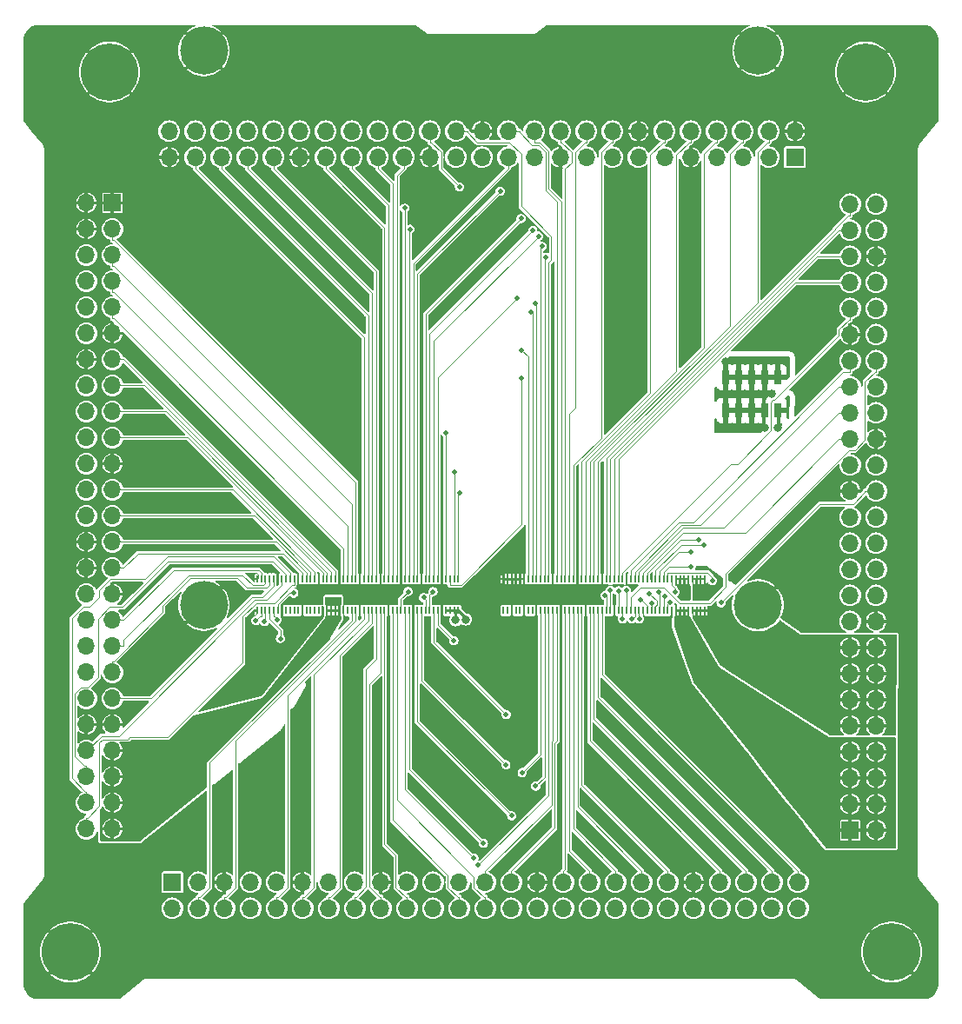
<source format=gbr>
%TF.GenerationSoftware,KiCad,Pcbnew,8.0.4*%
%TF.CreationDate,2024-07-26T01:58:29-07:00*%
%TF.ProjectId,PCBranch,50434272-616e-4636-982e-6b696361645f,rev?*%
%TF.SameCoordinates,Original*%
%TF.FileFunction,Copper,L1,Top*%
%TF.FilePolarity,Positive*%
%FSLAX46Y46*%
G04 Gerber Fmt 4.6, Leading zero omitted, Abs format (unit mm)*
G04 Created by KiCad (PCBNEW 8.0.4) date 2024-07-26 01:58:29*
%MOMM*%
%LPD*%
G01*
G04 APERTURE LIST*
%TA.AperFunction,ComponentPad*%
%ADD10C,5.600000*%
%TD*%
%TA.AperFunction,SMDPad,CuDef*%
%ADD11R,0.200000X0.700000*%
%TD*%
%TA.AperFunction,ComponentPad*%
%ADD12C,4.700000*%
%TD*%
%TA.AperFunction,SMDPad,CuDef*%
%ADD13R,0.740000X1.470000*%
%TD*%
%TA.AperFunction,ComponentPad*%
%ADD14R,1.700000X1.700000*%
%TD*%
%TA.AperFunction,ComponentPad*%
%ADD15O,1.700000X1.700000*%
%TD*%
%TA.AperFunction,ViaPad*%
%ADD16C,0.800000*%
%TD*%
%TA.AperFunction,ViaPad*%
%ADD17C,0.500000*%
%TD*%
%TA.AperFunction,Conductor*%
%ADD18C,0.090000*%
%TD*%
%TA.AperFunction,Conductor*%
%ADD19C,0.250000*%
%TD*%
G04 APERTURE END LIST*
D10*
%TO.P,H5,1,1*%
%TO.N,GND*%
X8890000Y-5080000D03*
%TD*%
%TO.P,H7,1,1*%
%TO.N,GND*%
X85090000Y-90810000D03*
%TD*%
D11*
%TO.P,J2,1,1*%
%TO.N,GPIO_LPSR_00*%
X42885000Y-54460000D03*
%TO.P,J2,2,2*%
%TO.N,VDD_3V3*%
X42885000Y-57540000D03*
%TO.P,J2,3,3*%
%TO.N,GPIO_LPSR_01*%
X42485000Y-54460000D03*
%TO.P,J2,4,4*%
%TO.N,VDD_3V3*%
X42485000Y-57540000D03*
%TO.P,J2,5,5*%
%TO.N,GPIO_LPSR_02*%
X42085000Y-54460000D03*
%TO.P,J2,6,6*%
%TO.N,VDD_3V3*%
X42085000Y-57540000D03*
%TO.P,J2,7,7*%
%TO.N,GPIO_LPSR_03*%
X41685000Y-54460000D03*
%TO.P,J2,8,8*%
%TO.N,VDD_3V3*%
X41685000Y-57540000D03*
%TO.P,J2,9,9*%
%TO.N,GND*%
X41285000Y-54460000D03*
%TO.P,J2,10,10*%
X41285000Y-57540000D03*
%TO.P,J2,11,11*%
%TO.N,GPIO_LPSR_04*%
X40885000Y-54460000D03*
%TO.P,J2,12,12*%
%TO.N,ONOFF*%
X40885000Y-57540000D03*
%TO.P,J2,13,13*%
%TO.N,GPIO_LPSR_05*%
X40485000Y-54460000D03*
%TO.P,J2,14,14*%
%TO.N,PMIC_STBY_REQ*%
X40485000Y-57540000D03*
%TO.P,J2,15,15*%
%TO.N,GPIO_LPSR_06*%
X40085000Y-54460000D03*
%TO.P,J2,16,16*%
%TO.N,WAKEUP*%
X40085000Y-57540000D03*
%TO.P,J2,17,17*%
%TO.N,GPIO_LPSR_07*%
X39685000Y-54460000D03*
%TO.P,J2,18,18*%
%TO.N,PMIC_ON_REQ*%
X39685000Y-57540000D03*
%TO.P,J2,19,19*%
%TO.N,GND*%
X39285000Y-54460000D03*
%TO.P,J2,20,20*%
%TO.N,DAC_OUT*%
X39285000Y-57540000D03*
%TO.P,J2,21,21*%
%TO.N,GPIO_LPSR_08*%
X38885000Y-54460000D03*
%TO.P,J2,22,22*%
%TO.N,EN_ADCS*%
X38885000Y-57540000D03*
%TO.P,J2,23,23*%
%TO.N,GPIO_LPSR_09*%
X38485000Y-54460000D03*
%TO.P,J2,24,24*%
%TO.N,GND*%
X38485000Y-57540000D03*
%TO.P,J2,25,25*%
%TO.N,GPIO_AD_00*%
X38085000Y-54460000D03*
%TO.P,J2,26,26*%
%TO.N,GPIO_SD_B1_00*%
X38085000Y-57540000D03*
%TO.P,J2,27,27*%
%TO.N,GPIO_AD_01*%
X37685000Y-54460000D03*
%TO.P,J2,28,28*%
%TO.N,GPIO_SD_B1_01*%
X37685000Y-57540000D03*
%TO.P,J2,29,29*%
%TO.N,GND*%
X37285000Y-54460000D03*
%TO.P,J2,30,30*%
%TO.N,GPIO_SD_B1_03*%
X37285000Y-57540000D03*
%TO.P,J2,31,31*%
%TO.N,GPIO_AD_02*%
X36885000Y-54460000D03*
%TO.P,J2,32,32*%
%TO.N,GPIO_SD_B1_04*%
X36885000Y-57540000D03*
%TO.P,J2,33,33*%
%TO.N,GPIO_AD_03*%
X36485000Y-54460000D03*
%TO.P,J2,34,34*%
%TO.N,GPIO_SD_B1_05*%
X36485000Y-57540000D03*
%TO.P,J2,35,35*%
%TO.N,GPIO_AD_04*%
X36085000Y-54460000D03*
%TO.P,J2,36,36*%
%TO.N,GND*%
X36085000Y-57540000D03*
%TO.P,J2,37,37*%
%TO.N,BT_CFG_IO_EN*%
X35685000Y-54460000D03*
%TO.P,J2,38,38*%
%TO.N,USDHC2_DATA3*%
X35685000Y-57540000D03*
%TO.P,J2,39,39*%
%TO.N,GND*%
X35285000Y-54460000D03*
%TO.P,J2,40,40*%
%TO.N,USDHC2_DATA2*%
X35285000Y-57540000D03*
%TO.P,J2,41,41*%
%TO.N,GPIO_AD_06*%
X34885000Y-54460000D03*
%TO.P,J2,42,42*%
%TO.N,USDHC2_DATA1*%
X34885000Y-57540000D03*
%TO.P,J2,43,43*%
%TO.N,GPIO_AD_07*%
X34485000Y-54460000D03*
%TO.P,J2,44,44*%
%TO.N,USDHC2_DATA0*%
X34485000Y-57540000D03*
%TO.P,J2,45,45*%
%TO.N,GPIO_AD_08*%
X34085000Y-54460000D03*
%TO.P,J2,46,46*%
%TO.N,USDHC2_CLK*%
X34085000Y-57540000D03*
%TO.P,J2,47,47*%
%TO.N,GPIO_AD_09*%
X33685000Y-54460000D03*
%TO.P,J2,48,48*%
%TO.N,USDHC2_CMD*%
X33685000Y-57540000D03*
%TO.P,J2,49,49*%
%TO.N,GND*%
X33285000Y-54460000D03*
%TO.P,J2,50,50*%
X33285000Y-57540000D03*
%TO.P,J2,51,51*%
%TO.N,GPIO_AD_10*%
X32885000Y-54460000D03*
%TO.P,J2,52,52*%
%TO.N,GPIO_EMC_B1_40*%
X32885000Y-57540000D03*
%TO.P,J2,53,53*%
%TO.N,GPIO_AD_11*%
X32485000Y-54460000D03*
%TO.P,J2,54,54*%
%TO.N,GPIO_EMC_B1_41*%
X32485000Y-57540000D03*
%TO.P,J2,55,55*%
%TO.N,GPIO_AD_12*%
X32085000Y-54460000D03*
%TO.P,J2,56,56*%
%TO.N,unconnected-(J2-Pad56)*%
X32085000Y-57540000D03*
%TO.P,J2,57,57*%
%TO.N,GPIO_AD_13*%
X31685000Y-54460000D03*
%TO.P,J2,58,58*%
%TO.N,GND*%
X31685000Y-57540000D03*
%TO.P,J2,59,59*%
X31285000Y-54460000D03*
%TO.P,J2,60,60*%
%TO.N,VDD_3V3_LP*%
X31285000Y-57540000D03*
%TO.P,J2,61,61*%
%TO.N,GPIO_AD_14*%
X30885000Y-54460000D03*
%TO.P,J2,62,62*%
%TO.N,VDD_3V3_LP*%
X30885000Y-57540000D03*
%TO.P,J2,63,63*%
%TO.N,GPIO_AD_15*%
X30485000Y-54460000D03*
%TO.P,J2,64,64*%
%TO.N,VDD_3V3_LP*%
X30485000Y-57540000D03*
%TO.P,J2,65,65*%
%TO.N,GPIO_AD_16*%
X30085000Y-54460000D03*
%TO.P,J2,66,66*%
%TO.N,VDD_3V3_LP*%
X30085000Y-57540000D03*
%TO.P,J2,67,67*%
%TO.N,GPIO_AD_17*%
X29685000Y-54460000D03*
%TO.P,J2,68,68*%
%TO.N,GND*%
X29685000Y-57540000D03*
%TO.P,J2,69,69*%
X29285000Y-54460000D03*
%TO.P,J2,70,70*%
%TO.N,unconnected-(J2-Pad70)*%
X29285000Y-57540000D03*
%TO.P,J2,71,71*%
%TO.N,GPIO_AD_18*%
X28885000Y-54460000D03*
%TO.P,J2,72,72*%
%TO.N,unconnected-(J2-Pad72)*%
X28885000Y-57540000D03*
%TO.P,J2,73,73*%
%TO.N,GPIO_AD_19*%
X28485000Y-54460000D03*
%TO.P,J2,74,74*%
%TO.N,unconnected-(J2-Pad74)*%
X28485000Y-57540000D03*
%TO.P,J2,75,75*%
%TO.N,GPIO_AD_20*%
X28085000Y-54460000D03*
%TO.P,J2,76,76*%
%TO.N,unconnected-(J2-Pad76)*%
X28085000Y-57540000D03*
%TO.P,J2,77,77*%
%TO.N,GPIO_AD_21*%
X27685000Y-54460000D03*
%TO.P,J2,78,78*%
%TO.N,GND*%
X27685000Y-57540000D03*
%TO.P,J2,79,79*%
X27285000Y-54460000D03*
%TO.P,J2,80,80*%
%TO.N,unconnected-(J2-Pad80)*%
X27285000Y-57540000D03*
%TO.P,J2,81,81*%
%TO.N,GPIO_AD_23*%
X26885000Y-54460000D03*
%TO.P,J2,82,82*%
%TO.N,unconnected-(J2-Pad82)*%
X26885000Y-57540000D03*
%TO.P,J2,83,83*%
%TO.N,GPIO_AD_22*%
X26485000Y-54460000D03*
%TO.P,J2,84,84*%
%TO.N,unconnected-(J2-Pad84)*%
X26485000Y-57540000D03*
%TO.P,J2,85,85*%
%TO.N,LPUART1_RX_BOOT*%
X26085000Y-54460000D03*
%TO.P,J2,86,86*%
%TO.N,unconnected-(J2-Pad86)*%
X26085000Y-57540000D03*
%TO.P,J2,87,87*%
%TO.N,GPIO_AD_26*%
X25685000Y-54460000D03*
%TO.P,J2,88,88*%
%TO.N,GND*%
X25685000Y-57540000D03*
%TO.P,J2,89,89*%
X25285000Y-54460000D03*
%TO.P,J2,90,90*%
%TO.N,GPIO_AD_31*%
X25285000Y-57540000D03*
%TO.P,J2,91,91*%
%TO.N,GPIO_AD_27*%
X24885000Y-54460000D03*
%TO.P,J2,92,92*%
%TO.N,GPIO_AD_32*%
X24885000Y-57540000D03*
%TO.P,J2,93,93*%
%TO.N,GPIO_AD_28*%
X24485000Y-54460000D03*
%TO.P,J2,94,94*%
%TO.N,GPIO_AD_33*%
X24485000Y-57540000D03*
%TO.P,J2,95,95*%
%TO.N,GPIO_AD_29*%
X24085000Y-54460000D03*
%TO.P,J2,96,96*%
%TO.N,GPIO_AD_34*%
X24085000Y-57540000D03*
%TO.P,J2,97,97*%
%TO.N,GPIO_AD_30*%
X23685000Y-54460000D03*
%TO.P,J2,98,98*%
%TO.N,GPIO_AD_35*%
X23685000Y-57540000D03*
%TO.P,J2,99,99*%
%TO.N,GND*%
X23285000Y-54460000D03*
%TO.P,J2,100,100*%
X23285000Y-57540000D03*
%TD*%
D12*
%TO.P,H3,1,1*%
%TO.N,GND*%
X72085000Y-57000000D03*
%TD*%
D10*
%TO.P,H8,1,1*%
%TO.N,GND*%
X5080000Y-90810000D03*
%TD*%
D12*
%TO.P,H2,1,1*%
%TO.N,GND*%
X72085000Y-3000000D03*
%TD*%
%TO.P,H4,1,1*%
%TO.N,GND*%
X18085000Y-57000000D03*
%TD*%
D11*
%TO.P,J3,1,1*%
%TO.N,VDD_3V3*%
X66885000Y-54460000D03*
%TO.P,J3,2,2*%
X66885000Y-57540000D03*
%TO.P,J3,3,3*%
X66485000Y-54460000D03*
%TO.P,J3,4,4*%
X66485000Y-57540000D03*
%TO.P,J3,5,5*%
X66085000Y-54460000D03*
%TO.P,J3,6,6*%
X66085000Y-57540000D03*
%TO.P,J3,7,7*%
X65685000Y-54460000D03*
%TO.P,J3,8,8*%
X65685000Y-57540000D03*
%TO.P,J3,9,9*%
%TO.N,VDD_1V8*%
X65285000Y-54460000D03*
%TO.P,J3,10,10*%
X65285000Y-57540000D03*
%TO.P,J3,11,11*%
X64885000Y-54460000D03*
%TO.P,J3,12,12*%
X64885000Y-57540000D03*
%TO.P,J3,13,13*%
X64485000Y-54460000D03*
%TO.P,J3,14,14*%
X64485000Y-57540000D03*
%TO.P,J3,15,15*%
X64085000Y-54460000D03*
%TO.P,J3,16,16*%
X64085000Y-57540000D03*
%TO.P,J3,17,17*%
%TO.N,GPIO_SNVS_00*%
X63685000Y-54460000D03*
%TO.P,J3,18,18*%
%TO.N,GND*%
X63685000Y-57540000D03*
%TO.P,J3,19,19*%
%TO.N,GPIO_SNVS_01*%
X63285000Y-54460000D03*
%TO.P,J3,20,20*%
%TO.N,GPIO_DISP_B1_00*%
X63285000Y-57540000D03*
%TO.P,J3,21,21*%
%TO.N,GPIO_SNVS_02*%
X62885000Y-54460000D03*
%TO.P,J3,22,22*%
%TO.N,GPIO_DISP_B1_01*%
X62885000Y-57540000D03*
%TO.P,J3,23,23*%
%TO.N,GPIO_SNVS_03*%
X62485000Y-54460000D03*
%TO.P,J3,24,24*%
%TO.N,GPIO_DISP_B1_02*%
X62485000Y-57540000D03*
%TO.P,J3,25,25*%
%TO.N,GPIO_SNVS_04*%
X62085000Y-54460000D03*
%TO.P,J3,26,26*%
%TO.N,GPIO_DISP_B1_03*%
X62085000Y-57540000D03*
%TO.P,J3,27,27*%
%TO.N,GND*%
X61685000Y-54460000D03*
%TO.P,J3,28,28*%
%TO.N,GPIO_DISP_B1_04*%
X61685000Y-57540000D03*
%TO.P,J3,29,29*%
%TO.N,GPIO_SNVS_05*%
X61285000Y-54460000D03*
%TO.P,J3,30,30*%
%TO.N,GPIO_DISP_B1_05*%
X61285000Y-57540000D03*
%TO.P,J3,31,31*%
%TO.N,GPIO_SNVS_06*%
X60885000Y-54460000D03*
%TO.P,J3,32,32*%
%TO.N,GND*%
X60885000Y-57540000D03*
%TO.P,J3,33,33*%
%TO.N,GPIO_SNVS_07*%
X60485000Y-54460000D03*
%TO.P,J3,34,34*%
%TO.N,GPIO_DISP_B1_06*%
X60485000Y-57540000D03*
%TO.P,J3,35,35*%
%TO.N,GPIO_SNVS_08*%
X60085000Y-54460000D03*
%TO.P,J3,36,36*%
%TO.N,GPIO_DISP_B1_07*%
X60085000Y-57540000D03*
%TO.P,J3,37,37*%
%TO.N,GPIO_SNVS_09*%
X59685000Y-54460000D03*
%TO.P,J3,38,38*%
%TO.N,GPIO_DISP_B1_08*%
X59685000Y-57540000D03*
%TO.P,J3,39,39*%
%TO.N,GND*%
X59285000Y-54460000D03*
%TO.P,J3,40,40*%
%TO.N,GPIO_DISP_B1_09*%
X59285000Y-57540000D03*
%TO.P,J3,41,41*%
%TO.N,GPIO_EMC_B2_00*%
X58885000Y-54460000D03*
%TO.P,J3,42,42*%
%TO.N,GPIO_DISP_B1_10*%
X58885000Y-57540000D03*
%TO.P,J3,43,43*%
%TO.N,GPIO_EMC_B2_01*%
X58485000Y-54460000D03*
%TO.P,J3,44,44*%
%TO.N,GPIO_DISP_B1_11*%
X58485000Y-57540000D03*
%TO.P,J3,45,45*%
%TO.N,GPIO_EMC_B2_02*%
X58085000Y-54460000D03*
%TO.P,J3,46,46*%
%TO.N,GND*%
X58085000Y-57540000D03*
%TO.P,J3,47,47*%
%TO.N,GPIO_EMC_B2_03*%
X57685000Y-54460000D03*
%TO.P,J3,48,48*%
%TO.N,GPIO_DISP_B2_00*%
X57685000Y-57540000D03*
%TO.P,J3,49,49*%
%TO.N,GPIO_EMC_B2_04*%
X57285000Y-54460000D03*
%TO.P,J3,50,50*%
%TO.N,GPIO_DISP_B2_01*%
X57285000Y-57540000D03*
%TO.P,J3,51,51*%
%TO.N,GND*%
X56885000Y-54460000D03*
%TO.P,J3,52,52*%
%TO.N,GPIO_DISP_B2_02*%
X56885000Y-57540000D03*
%TO.P,J3,53,53*%
%TO.N,GPIO_EMC_B2_05*%
X56485000Y-54460000D03*
%TO.P,J3,54,54*%
%TO.N,GPIO_DISP_B2_03*%
X56485000Y-57540000D03*
%TO.P,J3,55,55*%
%TO.N,GPIO_EMC_B2_06*%
X56085000Y-54460000D03*
%TO.P,J3,56,56*%
%TO.N,GPIO_DISP_B2_04*%
X56085000Y-57540000D03*
%TO.P,J3,57,57*%
%TO.N,GPIO_EMC_B2_07*%
X55685000Y-54460000D03*
%TO.P,J3,58,58*%
%TO.N,GPIO_DISP_B2_05*%
X55685000Y-57540000D03*
%TO.P,J3,59,59*%
%TO.N,GPIO_EMC_B2_08*%
X55285000Y-54460000D03*
%TO.P,J3,60,60*%
%TO.N,GND*%
X55285000Y-57540000D03*
%TO.P,J3,61,61*%
%TO.N,GPIO_EMC_B2_09*%
X54885000Y-54460000D03*
%TO.P,J3,62,62*%
%TO.N,GPIO_DISP_B2_06*%
X54885000Y-57540000D03*
%TO.P,J3,63,63*%
%TO.N,GND*%
X54485000Y-54460000D03*
%TO.P,J3,64,64*%
%TO.N,GPIO_DISP_B2_07*%
X54485000Y-57540000D03*
%TO.P,J3,65,65*%
%TO.N,GPIO_EMC_B2_10*%
X54085000Y-54460000D03*
%TO.P,J3,66,66*%
%TO.N,GPIO_DISP_B2_08*%
X54085000Y-57540000D03*
%TO.P,J3,67,67*%
%TO.N,GPIO_EMC_B2_11*%
X53685000Y-54460000D03*
%TO.P,J3,68,68*%
%TO.N,GPIO_DISP_B2_09*%
X53685000Y-57540000D03*
%TO.P,J3,69,69*%
%TO.N,GPIO_EMC_B2_12*%
X53285000Y-54460000D03*
%TO.P,J3,70,70*%
%TO.N,GPIO_DISP_B2_10*%
X53285000Y-57540000D03*
%TO.P,J3,71,71*%
%TO.N,GPIO_EMC_B2_13*%
X52885000Y-54460000D03*
%TO.P,J3,72,72*%
%TO.N,GND*%
X52885000Y-57540000D03*
%TO.P,J3,73,73*%
%TO.N,GPIO_EMC_B2_14*%
X52485000Y-54460000D03*
%TO.P,J3,74,74*%
%TO.N,GPIO_DISP_B2_11*%
X52485000Y-57540000D03*
%TO.P,J3,75,75*%
%TO.N,GND*%
X52085000Y-54460000D03*
%TO.P,J3,76,76*%
%TO.N,GPIO_DISP_B2_12*%
X52085000Y-57540000D03*
%TO.P,J3,77,77*%
%TO.N,GPIO_EMC_B2_15*%
X51685000Y-54460000D03*
%TO.P,J3,78,78*%
%TO.N,GPIO_DISP_B2_13*%
X51685000Y-57540000D03*
%TO.P,J3,79,79*%
%TO.N,GPIO_EMC_B2_16*%
X51285000Y-54460000D03*
%TO.P,J3,80,80*%
%TO.N,GPIO_DISP_B2_14*%
X51285000Y-57540000D03*
%TO.P,J3,81,81*%
%TO.N,GPIO_EMC_B2_17*%
X50885000Y-54460000D03*
%TO.P,J3,82,82*%
%TO.N,GPIO_DISP_B2_15*%
X50885000Y-57540000D03*
%TO.P,J3,83,83*%
%TO.N,GPIO_EMC_B2_18*%
X50485000Y-54460000D03*
%TO.P,J3,84,84*%
%TO.N,GND*%
X50485000Y-57540000D03*
%TO.P,J3,85,85*%
%TO.N,GPIO_EMC_B2_19*%
X50085000Y-54460000D03*
%TO.P,J3,86,86*%
%TO.N,unconnected-(J3-Pad86)*%
X50085000Y-57540000D03*
%TO.P,J3,87,87*%
%TO.N,GPIO_EMC_B2_20*%
X49685000Y-54460000D03*
%TO.P,J3,88,88*%
%TO.N,unconnected-(J3-Pad88)*%
X49685000Y-57540000D03*
%TO.P,J3,89,89*%
%TO.N,GND*%
X49285000Y-54460000D03*
%TO.P,J3,90,90*%
X49285000Y-57540000D03*
%TO.P,J3,91,91*%
X48885000Y-54460000D03*
%TO.P,J3,92,92*%
%TO.N,unconnected-(J3-Pad92)*%
X48885000Y-57540000D03*
%TO.P,J3,93,93*%
%TO.N,GND*%
X48485000Y-54460000D03*
%TO.P,J3,94,94*%
%TO.N,unconnected-(J3-Pad94)*%
X48485000Y-57540000D03*
%TO.P,J3,95,95*%
%TO.N,GND*%
X48085000Y-54460000D03*
%TO.P,J3,96,96*%
X48085000Y-57540000D03*
%TO.P,J3,97,97*%
X47685000Y-54460000D03*
%TO.P,J3,98,98*%
%TO.N,unconnected-(J3-Pad98)*%
X47685000Y-57540000D03*
%TO.P,J3,99,99*%
%TO.N,GND*%
X47285000Y-54460000D03*
%TO.P,J3,100,100*%
%TO.N,unconnected-(J3-Pad100)*%
X47285000Y-57540000D03*
%TD*%
D10*
%TO.P,H6,1,1*%
%TO.N,GND*%
X82550000Y-5080000D03*
%TD*%
D12*
%TO.P,H1,1,1*%
%TO.N,GND*%
X18085000Y-3000000D03*
%TD*%
D13*
%TO.P,J1,01,01*%
%TO.N,VSYS*%
X73995000Y-38047000D03*
%TO.P,J1,02,02*%
X73995000Y-34817000D03*
%TO.P,J1,03,03*%
X72725000Y-38047000D03*
%TO.P,J1,04,04*%
X72725000Y-34817000D03*
%TO.P,J1,05,05*%
X71455000Y-38047000D03*
%TO.P,J1,06,06*%
X71455000Y-34817000D03*
%TO.P,J1,07,07*%
X70185000Y-38047000D03*
%TO.P,J1,08,08*%
X70185000Y-34817000D03*
%TO.P,J1,09,09*%
X68915000Y-38047000D03*
%TO.P,J1,10,10*%
X68915000Y-34817000D03*
%TD*%
D14*
%TO.P,J5,1,Pin_1*%
%TO.N,GPIO_LPSR_00*%
X75660000Y-13380000D03*
D15*
%TO.P,J5,2,Pin_2*%
%TO.N,GND*%
X75660000Y-10840000D03*
%TO.P,J5,3,Pin_3*%
%TO.N,GPIO_LPSR_01*%
X73120000Y-13380000D03*
%TO.P,J5,4,Pin_4*%
%TO.N,GPIO_EMC_B2_05*%
X73120000Y-10840000D03*
%TO.P,J5,5,Pin_5*%
%TO.N,GPIO_LPSR_02*%
X70580000Y-13380000D03*
%TO.P,J5,6,Pin_6*%
%TO.N,GPIO_EMC_B2_06*%
X70580000Y-10840000D03*
%TO.P,J5,7,Pin_7*%
%TO.N,GPIO_LPSR_03*%
X68040000Y-13380000D03*
%TO.P,J5,8,Pin_8*%
%TO.N,GPIO_EMC_B2_07*%
X68040000Y-10840000D03*
%TO.P,J5,9,Pin_9*%
%TO.N,GND*%
X65500000Y-13380000D03*
%TO.P,J5,10,Pin_10*%
%TO.N,GPIO_EMC_B2_08*%
X65500000Y-10840000D03*
%TO.P,J5,11,Pin_11*%
%TO.N,GPIO_LPSR_04*%
X62960000Y-13380000D03*
%TO.P,J5,12,Pin_12*%
%TO.N,GPIO_EMC_B2_09*%
X62960000Y-10840000D03*
%TO.P,J5,13,Pin_13*%
%TO.N,GPIO_LPSR_05*%
X60420000Y-13380000D03*
%TO.P,J5,14,Pin_14*%
%TO.N,GND*%
X60420000Y-10840000D03*
%TO.P,J5,15,Pin_15*%
%TO.N,GPIO_LPSR_06*%
X57880000Y-13380000D03*
%TO.P,J5,16,Pin_16*%
%TO.N,GPIO_EMC_B2_10*%
X57880000Y-10840000D03*
%TO.P,J5,17,Pin_17*%
%TO.N,GPIO_LPSR_07*%
X55340000Y-13380000D03*
%TO.P,J5,18,Pin_18*%
%TO.N,GPIO_EMC_B2_11*%
X55340000Y-10840000D03*
%TO.P,J5,19,Pin_19*%
%TO.N,GND*%
X52800000Y-13380000D03*
%TO.P,J5,20,Pin_20*%
%TO.N,GPIO_EMC_B2_12*%
X52800000Y-10840000D03*
%TO.P,J5,21,Pin_21*%
%TO.N,GPIO_LPSR_08*%
X50260000Y-13380000D03*
%TO.P,J5,22,Pin_22*%
%TO.N,GPIO_EMC_B2_13*%
X50260000Y-10840000D03*
%TO.P,J5,23,Pin_23*%
%TO.N,GPIO_LPSR_09*%
X47720000Y-13380000D03*
%TO.P,J5,24,Pin_24*%
%TO.N,GPIO_EMC_B2_14*%
X47720000Y-10840000D03*
%TO.P,J5,25,Pin_25*%
%TO.N,GPIO_AD_00*%
X45180000Y-13380000D03*
%TO.P,J5,26,Pin_26*%
%TO.N,GND*%
X45180000Y-10840000D03*
%TO.P,J5,27,Pin_27*%
%TO.N,GPIO_AD_01*%
X42640000Y-13380000D03*
%TO.P,J5,28,Pin_28*%
%TO.N,GPIO_EMC_B2_15*%
X42640000Y-10840000D03*
%TO.P,J5,29,Pin_29*%
%TO.N,GND*%
X40100000Y-13380000D03*
%TO.P,J5,30,Pin_30*%
%TO.N,GPIO_EMC_B2_16*%
X40100000Y-10840000D03*
%TO.P,J5,31,Pin_31*%
%TO.N,GPIO_AD_02*%
X37560000Y-13380000D03*
%TO.P,J5,32,Pin_32*%
%TO.N,GPIO_EMC_B2_17*%
X37560000Y-10840000D03*
%TO.P,J5,33,Pin_33*%
%TO.N,GPIO_AD_03*%
X35020000Y-13380000D03*
%TO.P,J5,34,Pin_34*%
%TO.N,GPIO_EMC_B2_18*%
X35020000Y-10840000D03*
%TO.P,J5,35,Pin_35*%
%TO.N,GPIO_AD_04*%
X32480000Y-13380000D03*
%TO.P,J5,36,Pin_36*%
%TO.N,GPIO_EMC_B2_19*%
X32480000Y-10840000D03*
%TO.P,J5,37,Pin_37*%
%TO.N,BT_CFG_IO_EN*%
X29940000Y-13380000D03*
%TO.P,J5,38,Pin_38*%
%TO.N,GPIO_EMC_B2_20*%
X29940000Y-10840000D03*
%TO.P,J5,39,Pin_39*%
%TO.N,GND*%
X27400000Y-13380000D03*
%TO.P,J5,40,Pin_40*%
%TO.N,VSYS*%
X27400000Y-10840000D03*
%TO.P,J5,41,Pin_41*%
%TO.N,GPIO_AD_06*%
X24860000Y-13380000D03*
%TO.P,J5,42,Pin_42*%
%TO.N,VSYS*%
X24860000Y-10840000D03*
%TO.P,J5,43,Pin_43*%
%TO.N,GPIO_AD_07*%
X22320000Y-13380000D03*
%TO.P,J5,44,Pin_44*%
%TO.N,VSYS*%
X22320000Y-10840000D03*
%TO.P,J5,45,Pin_45*%
%TO.N,GPIO_AD_08*%
X19780000Y-13380000D03*
%TO.P,J5,46,Pin_46*%
%TO.N,VSYS*%
X19780000Y-10840000D03*
%TO.P,J5,47,Pin_47*%
%TO.N,GPIO_AD_09*%
X17240000Y-13380000D03*
%TO.P,J5,48,Pin_48*%
%TO.N,VSYS*%
X17240000Y-10840000D03*
%TO.P,J5,49,Pin_49*%
%TO.N,GND*%
X14700000Y-13380000D03*
%TO.P,J5,50,Pin_50*%
%TO.N,VSYS*%
X14700000Y-10840000D03*
%TD*%
D14*
%TO.P,J4,1,Pin_1*%
%TO.N,GND*%
X9180000Y-17840000D03*
D15*
%TO.P,J4,2,Pin_2*%
X6640000Y-17840000D03*
%TO.P,J4,3,Pin_3*%
%TO.N,GPIO_AD_10*%
X9180000Y-20380000D03*
%TO.P,J4,4,Pin_4*%
%TO.N,GND*%
X6640000Y-20380000D03*
%TO.P,J4,5,Pin_5*%
%TO.N,GPIO_AD_11*%
X9180000Y-22920000D03*
%TO.P,J4,6,Pin_6*%
%TO.N,VSYS*%
X6640000Y-22920000D03*
%TO.P,J4,7,Pin_7*%
%TO.N,GPIO_AD_12*%
X9180000Y-25460000D03*
%TO.P,J4,8,Pin_8*%
%TO.N,VSYS*%
X6640000Y-25460000D03*
%TO.P,J4,9,Pin_9*%
%TO.N,GPIO_AD_13*%
X9180000Y-28000000D03*
%TO.P,J4,10,Pin_10*%
%TO.N,VSYS*%
X6640000Y-28000000D03*
%TO.P,J4,11,Pin_11*%
%TO.N,GND*%
X9180000Y-30540000D03*
%TO.P,J4,12,Pin_12*%
%TO.N,VSYS*%
X6640000Y-30540000D03*
%TO.P,J4,13,Pin_13*%
%TO.N,GPIO_AD_14*%
X9180000Y-33080000D03*
%TO.P,J4,14,Pin_14*%
%TO.N,GND*%
X6640000Y-33080000D03*
%TO.P,J4,15,Pin_15*%
%TO.N,GPIO_AD_15*%
X9180000Y-35620000D03*
%TO.P,J4,16,Pin_16*%
%TO.N,VSYS*%
X6640000Y-35620000D03*
%TO.P,J4,17,Pin_17*%
%TO.N,GPIO_AD_16*%
X9180000Y-38160000D03*
%TO.P,J4,18,Pin_18*%
%TO.N,VSYS*%
X6640000Y-38160000D03*
%TO.P,J4,19,Pin_19*%
%TO.N,GPIO_AD_17*%
X9180000Y-40700000D03*
%TO.P,J4,20,Pin_20*%
%TO.N,VSYS*%
X6640000Y-40700000D03*
%TO.P,J4,21,Pin_21*%
%TO.N,GND*%
X9180000Y-43240000D03*
%TO.P,J4,22,Pin_22*%
%TO.N,VSYS*%
X6640000Y-43240000D03*
%TO.P,J4,23,Pin_23*%
%TO.N,GPIO_AD_18*%
X9180000Y-45780000D03*
%TO.P,J4,24,Pin_24*%
%TO.N,VSYS*%
X6640000Y-45780000D03*
%TO.P,J4,25,Pin_25*%
%TO.N,GPIO_AD_19*%
X9180000Y-48320000D03*
%TO.P,J4,26,Pin_26*%
%TO.N,VSYS*%
X6640000Y-48320000D03*
%TO.P,J4,27,Pin_27*%
%TO.N,GPIO_AD_20*%
X9180000Y-50860000D03*
%TO.P,J4,28,Pin_28*%
%TO.N,GND*%
X6640000Y-50860000D03*
%TO.P,J4,29,Pin_29*%
%TO.N,GPIO_AD_21*%
X9180000Y-53400000D03*
%TO.P,J4,30,Pin_30*%
%TO.N,GND*%
X6640000Y-53400000D03*
%TO.P,J4,31,Pin_31*%
X9180000Y-55940000D03*
%TO.P,J4,32,Pin_32*%
%TO.N,GPIO_AD_31*%
X6640000Y-55940000D03*
%TO.P,J4,33,Pin_33*%
%TO.N,GPIO_AD_30*%
X9180000Y-58480000D03*
%TO.P,J4,34,Pin_34*%
%TO.N,GPIO_AD_32*%
X6640000Y-58480000D03*
%TO.P,J4,35,Pin_35*%
%TO.N,GPIO_AD_29*%
X9180000Y-61020000D03*
%TO.P,J4,36,Pin_36*%
%TO.N,GPIO_AD_33*%
X6640000Y-61020000D03*
%TO.P,J4,37,Pin_37*%
%TO.N,GPIO_AD_28*%
X9180000Y-63560000D03*
%TO.P,J4,38,Pin_38*%
%TO.N,GPIO_AD_34*%
X6640000Y-63560000D03*
%TO.P,J4,39,Pin_39*%
%TO.N,GPIO_AD_27*%
X9180000Y-66100000D03*
%TO.P,J4,40,Pin_40*%
%TO.N,GPIO_AD_35*%
X6640000Y-66100000D03*
%TO.P,J4,41,Pin_41*%
%TO.N,GND*%
X9180000Y-68640000D03*
%TO.P,J4,42,Pin_42*%
X6640000Y-68640000D03*
%TO.P,J4,43,Pin_43*%
%TO.N,VDD_3V3_LP*%
X9180000Y-71180000D03*
%TO.P,J4,44,Pin_44*%
%TO.N,GPIO_AD_26*%
X6640000Y-71180000D03*
%TO.P,J4,45,Pin_45*%
%TO.N,VDD_3V3_LP*%
X9180000Y-73720000D03*
%TO.P,J4,46,Pin_46*%
%TO.N,LPUART1_RX_BOOT*%
X6640000Y-73720000D03*
%TO.P,J4,47,Pin_47*%
%TO.N,VDD_3V3_LP*%
X9180000Y-76260000D03*
%TO.P,J4,48,Pin_48*%
%TO.N,GPIO_AD_22*%
X6640000Y-76260000D03*
%TO.P,J4,49,Pin_49*%
%TO.N,VDD_3V3_LP*%
X9180000Y-78800000D03*
%TO.P,J4,50,Pin_50*%
%TO.N,GPIO_AD_23*%
X6640000Y-78800000D03*
%TD*%
D14*
%TO.P,J6,1,Pin_1*%
%TO.N,VDD_1V8*%
X81060000Y-78920000D03*
D15*
%TO.P,J6,2,Pin_2*%
X83600000Y-78920000D03*
%TO.P,J6,3,Pin_3*%
X81060000Y-76380000D03*
%TO.P,J6,4,Pin_4*%
X83600000Y-76380000D03*
%TO.P,J6,5,Pin_5*%
X81060000Y-73840000D03*
%TO.P,J6,6,Pin_6*%
X83600000Y-73840000D03*
%TO.P,J6,7,Pin_7*%
X81060000Y-71300000D03*
%TO.P,J6,8,Pin_8*%
X83600000Y-71300000D03*
%TO.P,J6,9,Pin_9*%
%TO.N,VDD_3V3*%
X81060000Y-68760000D03*
%TO.P,J6,10,Pin_10*%
X83600000Y-68760000D03*
%TO.P,J6,11,Pin_11*%
X81060000Y-66220000D03*
%TO.P,J6,12,Pin_12*%
X83600000Y-66220000D03*
%TO.P,J6,13,Pin_13*%
X81060000Y-63680000D03*
%TO.P,J6,14,Pin_14*%
X83600000Y-63680000D03*
%TO.P,J6,15,Pin_15*%
X81060000Y-61140000D03*
%TO.P,J6,16,Pin_16*%
X83600000Y-61140000D03*
%TO.P,J6,17,Pin_17*%
%TO.N,GPIO_SNVS_00*%
X81060000Y-58600000D03*
%TO.P,J6,18,Pin_18*%
%TO.N,GND*%
X83600000Y-58600000D03*
%TO.P,J6,19,Pin_19*%
%TO.N,GPIO_SNVS_01*%
X81060000Y-56060000D03*
%TO.P,J6,20,Pin_20*%
%TO.N,GPIO_DISP_B1_00*%
X83600000Y-56060000D03*
%TO.P,J6,21,Pin_21*%
%TO.N,GPIO_SNVS_02*%
X81060000Y-53520000D03*
%TO.P,J6,22,Pin_22*%
%TO.N,GPIO_DISP_B1_01*%
X83600000Y-53520000D03*
%TO.P,J6,23,Pin_23*%
%TO.N,GPIO_SNVS_03*%
X81060000Y-50980000D03*
%TO.P,J6,24,Pin_24*%
%TO.N,GPIO_DISP_B1_02*%
X83600000Y-50980000D03*
%TO.P,J6,25,Pin_25*%
%TO.N,GPIO_SNVS_04*%
X81060000Y-48440000D03*
%TO.P,J6,26,Pin_26*%
%TO.N,GPIO_DISP_B1_03*%
X83600000Y-48440000D03*
%TO.P,J6,27,Pin_27*%
%TO.N,GND*%
X81060000Y-45900000D03*
%TO.P,J6,28,Pin_28*%
%TO.N,GPIO_DISP_B1_04*%
X83600000Y-45900000D03*
%TO.P,J6,29,Pin_29*%
%TO.N,GPIO_SNVS_05*%
X81060000Y-43360000D03*
%TO.P,J6,30,Pin_30*%
%TO.N,GPIO_DISP_B1_05*%
X83600000Y-43360000D03*
%TO.P,J6,31,Pin_31*%
%TO.N,GPIO_SNVS_06*%
X81060000Y-40820000D03*
%TO.P,J6,32,Pin_32*%
%TO.N,GND*%
X83600000Y-40820000D03*
%TO.P,J6,33,Pin_33*%
%TO.N,GPIO_SNVS_07*%
X81060000Y-38280000D03*
%TO.P,J6,34,Pin_34*%
%TO.N,GPIO_DISP_B1_06*%
X83600000Y-38280000D03*
%TO.P,J6,35,Pin_35*%
%TO.N,GPIO_SNVS_08*%
X81060000Y-35740000D03*
%TO.P,J6,36,Pin_36*%
%TO.N,GPIO_DISP_B1_07*%
X83600000Y-35740000D03*
%TO.P,J6,37,Pin_37*%
%TO.N,GPIO_SNVS_09*%
X81060000Y-33200000D03*
%TO.P,J6,38,Pin_38*%
%TO.N,GPIO_DISP_B1_08*%
X83600000Y-33200000D03*
%TO.P,J6,39,Pin_39*%
%TO.N,GND*%
X81060000Y-30660000D03*
%TO.P,J6,40,Pin_40*%
%TO.N,GPIO_DISP_B1_09*%
X83600000Y-30660000D03*
%TO.P,J6,41,Pin_41*%
%TO.N,GPIO_EMC_B2_00*%
X81060000Y-28120000D03*
%TO.P,J6,42,Pin_42*%
%TO.N,GPIO_DISP_B1_10*%
X83600000Y-28120000D03*
%TO.P,J6,43,Pin_43*%
%TO.N,GPIO_EMC_B2_01*%
X81060000Y-25580000D03*
%TO.P,J6,44,Pin_44*%
%TO.N,GPIO_DISP_B1_11*%
X83600000Y-25580000D03*
%TO.P,J6,45,Pin_45*%
%TO.N,GPIO_EMC_B2_02*%
X81060000Y-23040000D03*
%TO.P,J6,46,Pin_46*%
%TO.N,GND*%
X83600000Y-23040000D03*
%TO.P,J6,47,Pin_47*%
%TO.N,GPIO_EMC_B2_03*%
X81060000Y-20500000D03*
%TO.P,J6,48,Pin_48*%
%TO.N,GPIO_DISP_B2_00*%
X83600000Y-20500000D03*
%TO.P,J6,49,Pin_49*%
%TO.N,GPIO_EMC_B2_04*%
X81060000Y-17960000D03*
%TO.P,J6,50,Pin_50*%
%TO.N,GPIO_DISP_B2_01*%
X83600000Y-17960000D03*
%TD*%
D14*
%TO.P,J7,1,Pin_1*%
%TO.N,unconnected-(J7-Pin_1-Pad1)*%
X15020000Y-84000000D03*
D15*
%TO.P,J7,2,Pin_2*%
%TO.N,Net-(J7-Pin_2)*%
X15020000Y-86540000D03*
%TO.P,J7,3,Pin_3*%
%TO.N,unconnected-(J7-Pin_3-Pad3)*%
X17560000Y-84000000D03*
%TO.P,J7,4,Pin_4*%
%TO.N,GPIO_EMC_B1_41*%
X17560000Y-86540000D03*
%TO.P,J7,5,Pin_5*%
%TO.N,GND*%
X20100000Y-84000000D03*
%TO.P,J7,6,Pin_6*%
%TO.N,GPIO_EMC_B1_40*%
X20100000Y-86540000D03*
%TO.P,J7,7,Pin_7*%
%TO.N,unconnected-(J7-Pin_7-Pad7)*%
X22640000Y-84000000D03*
%TO.P,J7,8,Pin_8*%
%TO.N,Net-(J7-Pin_2)*%
X22640000Y-86540000D03*
%TO.P,J7,9,Pin_9*%
%TO.N,unconnected-(J7-Pin_9-Pad9)*%
X25180000Y-84000000D03*
%TO.P,J7,10,Pin_10*%
%TO.N,USDHC2_CMD*%
X25180000Y-86540000D03*
%TO.P,J7,11,Pin_11*%
%TO.N,GND*%
X27720000Y-84000000D03*
%TO.P,J7,12,Pin_12*%
%TO.N,USDHC2_CLK*%
X27720000Y-86540000D03*
%TO.P,J7,13,Pin_13*%
%TO.N,unconnected-(J7-Pin_13-Pad13)*%
X30260000Y-84000000D03*
%TO.P,J7,14,Pin_14*%
%TO.N,USDHC2_DATA0*%
X30260000Y-86540000D03*
%TO.P,J7,15,Pin_15*%
%TO.N,unconnected-(J7-Pin_15-Pad15)*%
X32800000Y-84000000D03*
%TO.P,J7,16,Pin_16*%
%TO.N,USDHC2_DATA1*%
X32800000Y-86540000D03*
%TO.P,J7,17,Pin_17*%
%TO.N,GND*%
X35340000Y-84000000D03*
%TO.P,J7,18,Pin_18*%
%TO.N,USDHC2_DATA2*%
X35340000Y-86540000D03*
%TO.P,J7,19,Pin_19*%
%TO.N,GPIO_DISP_B2_15*%
X37880000Y-84000000D03*
%TO.P,J7,20,Pin_20*%
%TO.N,USDHC2_DATA3*%
X37880000Y-86540000D03*
%TO.P,J7,21,Pin_21*%
%TO.N,GPIO_DISP_B2_14*%
X40420000Y-84000000D03*
%TO.P,J7,22,Pin_22*%
%TO.N,Net-(J7-Pin_2)*%
X40420000Y-86540000D03*
%TO.P,J7,23,Pin_23*%
%TO.N,GPIO_DISP_B2_13*%
X42960000Y-84000000D03*
%TO.P,J7,24,Pin_24*%
%TO.N,GPIO_SD_B1_05*%
X42960000Y-86540000D03*
%TO.P,J7,25,Pin_25*%
%TO.N,GPIO_DISP_B2_12*%
X45500000Y-84000000D03*
%TO.P,J7,26,Pin_26*%
%TO.N,GPIO_SD_B1_04*%
X45500000Y-86540000D03*
%TO.P,J7,27,Pin_27*%
%TO.N,GPIO_DISP_B2_11*%
X48040000Y-84000000D03*
%TO.P,J7,28,Pin_28*%
%TO.N,GPIO_SD_B1_03*%
X48040000Y-86540000D03*
%TO.P,J7,29,Pin_29*%
%TO.N,GND*%
X50580000Y-84000000D03*
%TO.P,J7,30,Pin_30*%
%TO.N,GPIO_SD_B1_01*%
X50580000Y-86540000D03*
%TO.P,J7,31,Pin_31*%
%TO.N,GPIO_DISP_B2_10*%
X53120000Y-84000000D03*
%TO.P,J7,32,Pin_32*%
%TO.N,GPIO_SD_B1_00*%
X53120000Y-86540000D03*
%TO.P,J7,33,Pin_33*%
%TO.N,GPIO_DISP_B2_09*%
X55660000Y-84000000D03*
%TO.P,J7,34,Pin_34*%
%TO.N,Net-(J7-Pin_2)*%
X55660000Y-86540000D03*
%TO.P,J7,35,Pin_35*%
%TO.N,GPIO_DISP_B2_08*%
X58200000Y-84000000D03*
%TO.P,J7,36,Pin_36*%
%TO.N,EN_ADCS*%
X58200000Y-86540000D03*
%TO.P,J7,37,Pin_37*%
%TO.N,GPIO_DISP_B2_07*%
X60740000Y-84000000D03*
%TO.P,J7,38,Pin_38*%
%TO.N,DAC_OUT*%
X60740000Y-86540000D03*
%TO.P,J7,39,Pin_39*%
%TO.N,GPIO_DISP_B2_06*%
X63280000Y-84000000D03*
%TO.P,J7,40,Pin_40*%
%TO.N,PMIC_ON_REQ*%
X63280000Y-86540000D03*
%TO.P,J7,41,Pin_41*%
%TO.N,GND*%
X65820000Y-84000000D03*
%TO.P,J7,42,Pin_42*%
%TO.N,WAKEUP*%
X65820000Y-86540000D03*
%TO.P,J7,43,Pin_43*%
%TO.N,GPIO_DISP_B2_05*%
X68360000Y-84000000D03*
%TO.P,J7,44,Pin_44*%
%TO.N,PMIC_STBY_REQ*%
X68360000Y-86540000D03*
%TO.P,J7,45,Pin_45*%
%TO.N,GPIO_DISP_B2_04*%
X70900000Y-84000000D03*
%TO.P,J7,46,Pin_46*%
%TO.N,ONOFF*%
X70900000Y-86540000D03*
%TO.P,J7,47,Pin_47*%
%TO.N,GPIO_DISP_B2_03*%
X73440000Y-84000000D03*
%TO.P,J7,48,Pin_48*%
%TO.N,Net-(J7-Pin_2)*%
X73440000Y-86540000D03*
%TO.P,J7,49,Pin_49*%
%TO.N,GPIO_DISP_B2_02*%
X75980000Y-84000000D03*
%TO.P,J7,50,Pin_50*%
%TO.N,Net-(J7-Pin_2)*%
X75980000Y-86540000D03*
%TD*%
D16*
%TO.N,VSYS*%
X72100000Y-36400000D03*
X68900000Y-33300000D03*
X68900000Y-39700000D03*
X74000000Y-33300000D03*
X70800000Y-36400000D03*
X69500000Y-36400000D03*
X70200000Y-33300000D03*
X72700000Y-39700000D03*
X73400000Y-36400000D03*
X72700000Y-33300000D03*
X74000000Y-39700000D03*
X71500000Y-33300000D03*
X71500000Y-39700000D03*
X70200000Y-39700000D03*
D17*
%TO.N,GPIO_LPSR_00*%
X42990400Y-46048000D03*
D16*
%TO.N,VDD_3V3*%
X67400000Y-55600000D03*
X66300000Y-55800000D03*
X43600000Y-58400000D03*
X68200000Y-60000000D03*
X42621581Y-58478419D03*
X67600000Y-58900000D03*
D17*
%TO.N,GPIO_LPSR_01*%
X42485000Y-44015000D03*
%TO.N,GPIO_LPSR_02*%
X49061300Y-34898700D03*
%TO.N,ONOFF*%
X42435600Y-60471600D03*
%TO.N,GPIO_LPSR_03*%
X41685000Y-40233000D03*
%TO.N,PMIC_STBY_REQ*%
X47528800Y-67655100D03*
%TO.N,WAKEUP*%
X40403800Y-55690400D03*
%TO.N,GPIO_LPSR_04*%
X48584800Y-27098100D03*
%TO.N,PMIC_ON_REQ*%
X39510000Y-56278300D03*
%TO.N,GPIO_LPSR_05*%
X50700400Y-21078000D03*
%TO.N,DAC_OUT*%
X47502700Y-72556900D03*
%TO.N,GPIO_LPSR_06*%
X50126100Y-20503700D03*
%TO.N,EN_ADCS*%
X48072100Y-77526700D03*
%TO.N,GPIO_LPSR_07*%
X48990300Y-19358100D03*
%TO.N,GPIO_SD_B1_00*%
X45322300Y-80210700D03*
%TO.N,GPIO_LPSR_08*%
X46958300Y-16681700D03*
%TO.N,GPIO_SD_B1_01*%
X44399400Y-81654300D03*
%TO.N,GPIO_SD_B1_03*%
X37980900Y-55688800D03*
%TO.N,GPIO_AD_00*%
X38171000Y-20389000D03*
%TO.N,GPIO_AD_01*%
X37673200Y-18346900D03*
%TO.N,GPIO_AD_31*%
X26848800Y-55834700D03*
%TO.N,GPIO_AD_32*%
X25222700Y-58423000D03*
%TO.N,GPIO_AD_33*%
X25546300Y-60263400D03*
%TO.N,GPIO_AD_34*%
X23994600Y-58607800D03*
%TO.N,GPIO_AD_35*%
X23149200Y-58491600D03*
D16*
%TO.N,VDD_1V8*%
X64900000Y-55800000D03*
X66200000Y-61500000D03*
D17*
%TO.N,GPIO_SNVS_00*%
X63999665Y-55699665D03*
%TO.N,GPIO_SNVS_01*%
X67637500Y-54598600D03*
%TO.N,GPIO_DISP_B1_00*%
X63491700Y-56736400D03*
%TO.N,GPIO_SNVS_02*%
X65550500Y-53302800D03*
%TO.N,GPIO_DISP_B1_01*%
X62983300Y-56150200D03*
%TO.N,GPIO_SNVS_03*%
X65506900Y-51867500D03*
%TO.N,GPIO_DISP_B1_02*%
X62367700Y-55762800D03*
%TO.N,GPIO_SNVS_04*%
X66801800Y-51151800D03*
%TO.N,GPIO_DISP_B1_03*%
X61500000Y-55900000D03*
%TO.N,GPIO_DISP_B1_04*%
X61700000Y-56800000D03*
X68479800Y-56779800D03*
%TO.N,GPIO_SNVS_05*%
X66327400Y-50620300D03*
%TO.N,GPIO_DISP_B1_05*%
X60584500Y-56511855D03*
%TO.N,GPIO_DISP_B1_06*%
X60504900Y-58351800D03*
%TO.N,GPIO_DISP_B1_07*%
X59797500Y-58348200D03*
%TO.N,GPIO_DISP_B1_09*%
X59241400Y-55562700D03*
%TO.N,GPIO_DISP_B1_10*%
X58885000Y-58352000D03*
%TO.N,GPIO_DISP_B1_11*%
X58485000Y-55616500D03*
%TO.N,GPIO_DISP_B2_00*%
X57685000Y-55559200D03*
%TO.N,GPIO_DISP_B2_01*%
X57185900Y-56052800D03*
%TO.N,GPIO_DISP_B2_13*%
X44830200Y-82352000D03*
%TO.N,GPIO_EMC_B2_16*%
X51383500Y-23133200D03*
X42992500Y-16272700D03*
%TO.N,GPIO_DISP_B2_14*%
X50408100Y-74633800D03*
%TO.N,GPIO_EMC_B2_17*%
X51026400Y-22066700D03*
%TO.N,GPIO_DISP_B2_15*%
X49105500Y-73314700D03*
%TO.N,GPIO_EMC_B2_18*%
X50385100Y-27602700D03*
%TO.N,GPIO_EMC_B2_19*%
X49979700Y-28469700D03*
%TO.N,GPIO_EMC_B2_20*%
X49047400Y-32161800D03*
%TO.N,GND*%
X22800000Y-54200000D03*
D16*
X62300000Y-65850000D03*
X53350000Y-6800000D03*
X49550000Y-91050000D03*
D17*
X24700000Y-53500000D03*
D16*
X9650000Y-11400000D03*
X66050000Y-91050000D03*
X41650000Y-6800000D03*
X65950000Y-6800000D03*
X50500000Y-56400000D03*
X47400000Y-6800000D03*
X76350000Y-53900000D03*
X23050000Y-26700000D03*
X17100000Y-90550000D03*
X32700000Y-74700000D03*
X84000000Y-84450000D03*
X26300000Y-29800000D03*
X5250000Y-12650000D03*
X9400000Y-84150000D03*
X32150000Y-90450000D03*
X56600000Y-91050000D03*
X48100000Y-58800000D03*
X19700000Y-22900000D03*
X28300000Y-32700000D03*
X27450000Y-74500000D03*
X67350000Y-71450000D03*
X17000000Y-20000000D03*
X48100000Y-55600000D03*
X15100000Y-80600000D03*
X38050000Y-81300000D03*
X12950000Y-90550000D03*
X49300000Y-58800000D03*
X61050000Y-6800000D03*
X23050000Y-7800000D03*
X72300000Y-91050000D03*
X23750000Y-90550000D03*
X24000000Y-78500000D03*
X34150000Y-6800000D03*
X44100000Y-91100000D03*
X81550000Y-11850000D03*
X27400000Y-6300000D03*
%TD*%
D18*
%TO.N,GPIO_LPSR_00*%
X42885000Y-54460000D02*
X42885000Y-46153400D01*
X42885000Y-46153400D02*
X42990400Y-46048000D01*
D19*
%TO.N,VDD_3V3*%
X42085000Y-57540000D02*
X41710000Y-57540000D01*
D18*
X65685000Y-57540000D02*
X65685000Y-57985000D01*
D19*
X43600000Y-58400000D02*
X43600000Y-58255000D01*
X42621581Y-57676581D02*
X42485000Y-57540000D01*
X42621581Y-58478419D02*
X42621581Y-57676581D01*
D18*
X65685000Y-54935000D02*
X65950000Y-55200000D01*
X65685000Y-54460000D02*
X65685000Y-54935000D01*
X65685000Y-57985000D02*
X65850000Y-58150000D01*
D19*
X43600000Y-58255000D02*
X42885000Y-57540000D01*
X42485000Y-57540000D02*
X42885000Y-57540000D01*
X42085000Y-57540000D02*
X42485000Y-57540000D01*
D18*
%TO.N,GPIO_LPSR_01*%
X42485000Y-54460000D02*
X42485000Y-44015000D01*
%TO.N,GPIO_LPSR_02*%
X42085000Y-55056900D02*
X43151200Y-55056900D01*
X43151200Y-55056900D02*
X49061300Y-49146800D01*
X49061300Y-49146800D02*
X49061300Y-34898700D01*
X42085000Y-54460000D02*
X42085000Y-55056900D01*
%TO.N,ONOFF*%
X40885100Y-58921100D02*
X40885100Y-58136900D01*
X42435600Y-60471600D02*
X40885100Y-58921100D01*
X40885100Y-58136900D02*
X40885000Y-58136900D01*
X40885000Y-57540000D02*
X40885000Y-58136900D01*
%TO.N,GPIO_LPSR_03*%
X41685000Y-54460000D02*
X41685000Y-40233000D01*
%TO.N,PMIC_STBY_REQ*%
X40485000Y-60611300D02*
X40485000Y-57540000D01*
X47528800Y-67655100D02*
X40485000Y-60611300D01*
%TO.N,WAKEUP*%
X40085000Y-57540000D02*
X40085000Y-56009200D01*
X40085000Y-56009200D02*
X40403800Y-55690400D01*
%TO.N,GPIO_LPSR_04*%
X48584800Y-27098100D02*
X40885000Y-34797900D01*
X40885000Y-34797900D02*
X40885000Y-54460000D01*
%TO.N,PMIC_ON_REQ*%
X39685000Y-56453300D02*
X39685000Y-57540000D01*
X39510000Y-56278300D02*
X39685000Y-56453300D01*
%TO.N,GPIO_LPSR_05*%
X50700400Y-21078000D02*
X40485000Y-31293400D01*
X40485000Y-31293400D02*
X40485000Y-54460000D01*
%TO.N,DAC_OUT*%
X47502700Y-72556900D02*
X39285000Y-64339200D01*
X39285000Y-64339200D02*
X39285000Y-57540000D01*
%TO.N,GPIO_LPSR_06*%
X40085000Y-30544800D02*
X40085000Y-54460000D01*
X50126100Y-20503700D02*
X40085000Y-30544800D01*
%TO.N,EN_ADCS*%
X38885000Y-68339600D02*
X38885000Y-57540000D01*
X48072100Y-77526700D02*
X38885000Y-68339600D01*
%TO.N,GPIO_LPSR_07*%
X39685000Y-28663400D02*
X48990300Y-19358100D01*
X39685000Y-54460000D02*
X39685000Y-28663400D01*
%TO.N,GPIO_SD_B1_00*%
X45322300Y-80210700D02*
X38085000Y-72973400D01*
X38085000Y-72973400D02*
X38085000Y-57540000D01*
%TO.N,GPIO_LPSR_08*%
X38885000Y-54460000D02*
X38885000Y-24755000D01*
X38885000Y-24755000D02*
X46958300Y-16681700D01*
%TO.N,GPIO_SD_B1_01*%
X37685000Y-74939900D02*
X37685000Y-57540000D01*
X44399400Y-81654300D02*
X37685000Y-74939900D01*
%TO.N,GPIO_LPSR_09*%
X38485000Y-23711900D02*
X47720000Y-14476900D01*
X38485000Y-54460000D02*
X38485000Y-23711900D01*
X47720000Y-14476900D02*
X47720000Y-13380000D01*
%TO.N,GPIO_SD_B1_03*%
X37285000Y-56384700D02*
X37980900Y-55688800D01*
X37285000Y-57540000D02*
X37285000Y-56384700D01*
%TO.N,GPIO_AD_00*%
X38085000Y-54460000D02*
X38085000Y-20475000D01*
X38085000Y-20475000D02*
X38171000Y-20389000D01*
%TO.N,GPIO_SD_B1_04*%
X45500000Y-86540000D02*
X45500000Y-85443100D01*
X44403100Y-84483400D02*
X44403100Y-83480100D01*
X45362800Y-85443100D02*
X44403100Y-84483400D01*
X45500000Y-85443100D02*
X45362800Y-85443100D01*
X44403100Y-83480100D02*
X36885000Y-75962000D01*
X36885000Y-75962000D02*
X36885000Y-57540000D01*
%TO.N,GPIO_AD_01*%
X37673200Y-53851300D02*
X37673200Y-18346900D01*
X37685000Y-54460000D02*
X37685000Y-53863100D01*
X37685000Y-53863100D02*
X37673200Y-53851300D01*
%TO.N,GPIO_SD_B1_05*%
X42960000Y-85443100D02*
X42822800Y-85443100D01*
X41863100Y-84483400D02*
X41863100Y-83323100D01*
X42960000Y-86540000D02*
X42960000Y-85443100D01*
X41863100Y-83323100D02*
X36485000Y-77945000D01*
X42822800Y-85443100D02*
X41863100Y-84483400D01*
X36485000Y-77945000D02*
X36485000Y-57540000D01*
%TO.N,GPIO_AD_02*%
X36885000Y-15151900D02*
X36885000Y-54460000D01*
X37560000Y-13380000D02*
X37560000Y-14476900D01*
X37560000Y-14476900D02*
X36885000Y-15151900D01*
%TO.N,USDHC2_DATA3*%
X36783100Y-84483400D02*
X36783100Y-81419200D01*
X36783100Y-81419200D02*
X35685000Y-80321100D01*
X37880000Y-85443100D02*
X37742800Y-85443100D01*
X35685000Y-80321100D02*
X35685000Y-57540000D01*
X37742800Y-85443100D02*
X36783100Y-84483400D01*
X37880000Y-86540000D02*
X37880000Y-85443100D01*
%TO.N,GPIO_AD_03*%
X35020000Y-13380000D02*
X35020000Y-14476900D01*
X36485000Y-15941900D02*
X36485000Y-54460000D01*
X35020000Y-14476900D02*
X36485000Y-15941900D01*
%TO.N,USDHC2_DATA2*%
X34196900Y-84437100D02*
X34196900Y-64673200D01*
X34196900Y-64673200D02*
X35285000Y-63585100D01*
X35285000Y-63585100D02*
X35285000Y-57540000D01*
X35202900Y-85443100D02*
X34196900Y-84437100D01*
X35340000Y-86540000D02*
X35340000Y-85443100D01*
X35340000Y-85443100D02*
X35202900Y-85443100D01*
%TO.N,GPIO_AD_04*%
X32480000Y-14476900D02*
X36085000Y-18081900D01*
X36085000Y-18081900D02*
X36085000Y-54460000D01*
X32480000Y-13380000D02*
X32480000Y-14476900D01*
%TO.N,USDHC2_DATA1*%
X33896900Y-63243400D02*
X33896900Y-84459900D01*
X32913700Y-85443100D02*
X32800000Y-85443100D01*
X33896900Y-84459900D02*
X32913700Y-85443100D01*
X34885000Y-57540000D02*
X34885000Y-62255300D01*
X32800000Y-86540000D02*
X32800000Y-85443100D01*
X34885000Y-62255300D02*
X33896900Y-63243400D01*
%TO.N,BT_CFG_IO_EN*%
X35685000Y-20221900D02*
X35685000Y-54460000D01*
X29940000Y-13380000D02*
X29940000Y-14476900D01*
X29940000Y-14476900D02*
X35685000Y-20221900D01*
%TO.N,USDHC2_DATA0*%
X30397200Y-85443100D02*
X31356900Y-84483400D01*
X30260000Y-85443100D02*
X30397200Y-85443100D01*
X31356900Y-61876200D02*
X34485000Y-58748100D01*
X31356900Y-84483400D02*
X31356900Y-61876200D01*
X34485000Y-58748100D02*
X34485000Y-57540000D01*
X30260000Y-86540000D02*
X30260000Y-85443100D01*
%TO.N,USDHC2_CLK*%
X27720000Y-86540000D02*
X27720000Y-85443100D01*
X34085000Y-58511800D02*
X34085000Y-57540000D01*
X27720000Y-85443100D02*
X27857200Y-85443100D01*
X28816900Y-84483400D02*
X28816900Y-63779900D01*
X27857200Y-85443100D02*
X28816900Y-84483400D01*
X28816900Y-63779900D02*
X34085000Y-58511800D01*
%TO.N,GPIO_AD_06*%
X24860000Y-14476900D02*
X34885000Y-24501900D01*
X24860000Y-13380000D02*
X24860000Y-14476900D01*
X34885000Y-24501900D02*
X34885000Y-54460000D01*
%TO.N,USDHC2_CMD*%
X26276900Y-84483400D02*
X26276900Y-65801800D01*
X25180000Y-86540000D02*
X25180000Y-85443100D01*
X33685000Y-58393700D02*
X33685000Y-57540000D01*
X25180000Y-85443100D02*
X25317200Y-85443100D01*
X26276900Y-65801800D02*
X33685000Y-58393700D01*
X25317200Y-85443100D02*
X26276900Y-84483400D01*
%TO.N,GPIO_AD_07*%
X22320000Y-14476900D02*
X34485000Y-26641900D01*
X22320000Y-13380000D02*
X22320000Y-14476900D01*
X34485000Y-26641900D02*
X34485000Y-54460000D01*
%TO.N,GPIO_AD_08*%
X34085000Y-28781900D02*
X34085000Y-54460000D01*
X19780000Y-14476900D02*
X34085000Y-28781900D01*
X19780000Y-13380000D02*
X19780000Y-14476900D01*
%TO.N,GPIO_EMC_B1_40*%
X21196900Y-70224700D02*
X32885000Y-58536600D01*
X32885000Y-58536600D02*
X32885000Y-57540000D01*
X20100000Y-85443100D02*
X20237200Y-85443100D01*
X20100000Y-86540000D02*
X20100000Y-85443100D01*
X20237200Y-85443100D02*
X21196900Y-84483400D01*
X21196900Y-84483400D02*
X21196900Y-70224700D01*
%TO.N,GPIO_AD_09*%
X33685000Y-54460000D02*
X33685000Y-30921900D01*
X33685000Y-30921900D02*
X17240000Y-14476900D01*
X17240000Y-14476900D02*
X17240000Y-13380000D01*
%TO.N,GPIO_EMC_B1_41*%
X17560000Y-86540000D02*
X17560000Y-85443100D01*
X17697200Y-85443100D02*
X18656900Y-84483400D01*
X18656900Y-72343000D02*
X32485000Y-58514900D01*
X18656900Y-84483400D02*
X18656900Y-72343000D01*
X17560000Y-85443100D02*
X17697200Y-85443100D01*
X32485000Y-58514900D02*
X32485000Y-57540000D01*
%TO.N,GPIO_AD_10*%
X9317100Y-21476900D02*
X32885000Y-45044800D01*
X32885000Y-45044800D02*
X32885000Y-54460000D01*
X9180000Y-21476900D02*
X9317100Y-21476900D01*
X9180000Y-20380000D02*
X9180000Y-21476900D01*
%TO.N,GPIO_AD_11*%
X32485000Y-47184800D02*
X32485000Y-54460000D01*
X9180000Y-24016900D02*
X9317100Y-24016900D01*
X9317100Y-24016900D02*
X32485000Y-47184800D01*
X9180000Y-22920000D02*
X9180000Y-24016900D01*
%TO.N,GPIO_AD_12*%
X9180000Y-26556900D02*
X9317100Y-26556900D01*
X32085000Y-49324800D02*
X32085000Y-54460000D01*
X9180000Y-25460000D02*
X9180000Y-26556900D01*
X9317100Y-26556900D02*
X32085000Y-49324800D01*
%TO.N,GPIO_AD_13*%
X9180000Y-28000000D02*
X9180000Y-29096900D01*
X31685000Y-51464800D02*
X31685000Y-54460000D01*
X9180000Y-29096900D02*
X9317100Y-29096900D01*
X9317100Y-29096900D02*
X31685000Y-51464800D01*
%TO.N,GPIO_AD_14*%
X10276900Y-33080000D02*
X30885000Y-53688100D01*
X30885000Y-53688100D02*
X30885000Y-54460000D01*
X9180000Y-33080000D02*
X10276900Y-33080000D01*
%TO.N,GPIO_AD_15*%
X30485000Y-53813000D02*
X30485000Y-54460000D01*
X12292000Y-35620000D02*
X30485000Y-53813000D01*
X9180000Y-35620000D02*
X12292000Y-35620000D01*
%TO.N,GPIO_AD_16*%
X9180000Y-38160000D02*
X14416400Y-38160000D01*
X14416400Y-38160000D02*
X30085000Y-53828600D01*
X30085000Y-53828600D02*
X30085000Y-54460000D01*
%TO.N,GPIO_AD_17*%
X29685000Y-53863100D02*
X29685000Y-54460000D01*
X9180000Y-40700000D02*
X16521900Y-40700000D01*
X16521900Y-40700000D02*
X29685000Y-53863100D01*
%TO.N,GPIO_AD_18*%
X28885000Y-53760200D02*
X28885000Y-54460000D01*
X20904800Y-45780000D02*
X28885000Y-53760200D01*
X9180000Y-45780000D02*
X20904800Y-45780000D01*
%TO.N,GPIO_AD_19*%
X22995600Y-48320000D02*
X28485000Y-53809400D01*
X28485000Y-53809400D02*
X28485000Y-54460000D01*
X9180000Y-48320000D02*
X22995600Y-48320000D01*
%TO.N,GPIO_AD_20*%
X9180000Y-50860000D02*
X25116700Y-50860000D01*
X28085000Y-53828300D02*
X28085000Y-54460000D01*
X25116700Y-50860000D02*
X28085000Y-53828300D01*
%TO.N,GPIO_AD_21*%
X27685000Y-54460000D02*
X27685000Y-53863100D01*
X25821900Y-52000000D02*
X11676900Y-52000000D01*
X11676900Y-52000000D02*
X10276900Y-53400000D01*
X27685000Y-53863100D02*
X25821900Y-52000000D01*
X10276900Y-53400000D02*
X9180000Y-53400000D01*
%TO.N,GPIO_AD_23*%
X7900000Y-76580300D02*
X7900000Y-70360122D01*
X6777200Y-77703100D02*
X7900000Y-76580300D01*
X24972200Y-56790100D02*
X26705400Y-55056900D01*
X6640000Y-78800000D02*
X6640000Y-77703100D01*
X21876000Y-62602900D02*
X21876000Y-58081200D01*
X26705400Y-55056900D02*
X26885000Y-55056900D01*
X21876000Y-58081200D02*
X23167100Y-56790100D01*
X26885000Y-55056900D02*
X26885000Y-54460000D01*
X14578900Y-69900000D02*
X21876000Y-62602900D01*
X10665000Y-70085000D02*
X10850000Y-69900000D01*
X23167100Y-56790100D02*
X24972200Y-56790100D01*
X8175122Y-70085000D02*
X10665000Y-70085000D01*
X7900000Y-70360122D02*
X8175122Y-70085000D01*
X10850000Y-69900000D02*
X14578900Y-69900000D01*
X6640000Y-77703100D02*
X6777200Y-77703100D01*
%TO.N,GPIO_AD_22*%
X26485000Y-54460000D02*
X26485000Y-53863100D01*
X5240600Y-58300500D02*
X5240600Y-73877400D01*
X9005300Y-54496900D02*
X7910000Y-55592200D01*
X24921900Y-52300000D02*
X14570800Y-52300000D01*
X6640000Y-75163100D02*
X6640000Y-76260000D01*
X5240600Y-73877400D02*
X6526300Y-75163100D01*
X6942800Y-57210000D02*
X6331100Y-57210000D01*
X14570800Y-52300000D02*
X12373900Y-54496900D01*
X6331100Y-57210000D02*
X5240600Y-58300500D01*
X26485000Y-53863100D02*
X24921900Y-52300000D01*
X6526300Y-75163100D02*
X6640000Y-75163100D01*
X12373900Y-54496900D02*
X9005300Y-54496900D01*
X7910000Y-56242800D02*
X6942800Y-57210000D01*
X7910000Y-55592200D02*
X7910000Y-56242800D01*
%TO.N,GPIO_AD_31*%
X26382050Y-55834700D02*
X26848800Y-55834700D01*
X25285000Y-57540000D02*
X25285000Y-56931750D01*
X25285000Y-56931750D02*
X26382050Y-55834700D01*
%TO.N,LPUART1_RX_BOOT*%
X6640000Y-72623100D02*
X6640000Y-73720000D01*
X5532500Y-71700500D02*
X6455100Y-72623100D01*
X26085000Y-54460000D02*
X26085000Y-54060800D01*
X14597700Y-52800000D02*
X10187700Y-57210000D01*
X7761800Y-64021900D02*
X6780600Y-65003100D01*
X8874300Y-57210000D02*
X7761800Y-58322500D01*
X6780600Y-65003100D02*
X6125900Y-65003100D01*
X10187700Y-57210000D02*
X8874300Y-57210000D01*
X6125900Y-65003100D02*
X5532500Y-65596500D01*
X26085000Y-54060800D02*
X24824200Y-52800000D01*
X24824200Y-52800000D02*
X14597700Y-52800000D01*
X6455100Y-72623100D02*
X6640000Y-72623100D01*
X5532500Y-65596500D02*
X5532500Y-71700500D01*
X7761800Y-58322500D02*
X7761800Y-64021900D01*
%TO.N,GPIO_AD_32*%
X25222700Y-58423000D02*
X24936600Y-58136900D01*
X24936600Y-58136900D02*
X24885000Y-58136900D01*
X24885000Y-57540000D02*
X24885000Y-58136900D01*
%TO.N,GPIO_AD_26*%
X8100000Y-69750000D02*
X6670000Y-71180000D01*
X24243700Y-56498200D02*
X23037500Y-56498200D01*
X9785700Y-69750000D02*
X8100000Y-69750000D01*
X23037500Y-56498200D02*
X9785700Y-69750000D01*
X25685000Y-55056900D02*
X24243700Y-56498200D01*
X6670000Y-71180000D02*
X6640000Y-71180000D01*
X25685000Y-54460000D02*
X25685000Y-55056900D01*
%TO.N,GPIO_AD_33*%
X25546300Y-59456600D02*
X24485000Y-58395300D01*
X24485000Y-58395300D02*
X24485000Y-57540000D01*
X25546300Y-60263400D02*
X25546300Y-59456600D01*
%TO.N,GPIO_AD_34*%
X24085000Y-58517400D02*
X23994600Y-58607800D01*
X24085000Y-57540000D02*
X24085000Y-58517400D01*
%TO.N,GPIO_AD_27*%
X24885000Y-55123200D02*
X23801900Y-56206300D01*
X22813500Y-56206300D02*
X12919800Y-66100000D01*
X24885000Y-54460000D02*
X24885000Y-55123200D01*
X23801900Y-56206300D02*
X22813500Y-56206300D01*
X12919800Y-66100000D02*
X9180000Y-66100000D01*
%TO.N,GPIO_AD_35*%
X23685000Y-57540000D02*
X23685000Y-58136900D01*
X23503900Y-58136900D02*
X23149200Y-58491600D01*
X23685000Y-58136900D02*
X23503900Y-58136900D01*
%TO.N,GPIO_AD_28*%
X21346100Y-54384000D02*
X16739350Y-54384000D01*
X24193100Y-55348800D02*
X22310900Y-55348800D01*
X16739350Y-54384000D02*
X14078400Y-57044950D01*
X9180000Y-62463100D02*
X9180000Y-63560000D01*
X24485000Y-54460000D02*
X24485000Y-55056900D01*
X14078400Y-57678400D02*
X9293700Y-62463100D01*
X22310900Y-55348800D02*
X21346100Y-54384000D01*
X9293700Y-62463100D02*
X9180000Y-62463100D01*
X24485000Y-55056900D02*
X24193100Y-55348800D01*
X14078400Y-57044950D02*
X14078400Y-57678400D01*
%TO.N,GPIO_AD_29*%
X24085000Y-54859200D02*
X24085000Y-54460000D01*
X23887300Y-55056900D02*
X24085000Y-54859200D01*
X9180000Y-61020000D02*
X10276900Y-61020000D01*
X16612000Y-54080800D02*
X21886800Y-54080800D01*
X22862900Y-55056900D02*
X23887300Y-55056900D01*
X10276900Y-60415900D02*
X16612000Y-54080800D01*
X21886800Y-54080800D02*
X22862900Y-55056900D01*
X10276900Y-61020000D02*
X10276900Y-60415900D01*
%TO.N,GPIO_AD_30*%
X23685000Y-54460000D02*
X23685000Y-53863100D01*
X15156900Y-53600000D02*
X10276900Y-58480000D01*
X10276900Y-58480000D02*
X9180000Y-58480000D01*
X23685000Y-53863100D02*
X23421900Y-53600000D01*
X23421900Y-53600000D02*
X15156900Y-53600000D01*
%TO.N,GPIO_SNVS_00*%
X63685000Y-55056900D02*
X63685000Y-54460000D01*
X63999665Y-55371565D02*
X63685000Y-55056900D01*
X63999665Y-55699665D02*
X63999665Y-55371565D01*
%TO.N,GPIO_SNVS_01*%
X67637500Y-54334000D02*
X67166600Y-53863100D01*
X67637500Y-54598600D02*
X67637500Y-54334000D01*
X67166600Y-53863100D02*
X63285000Y-53863100D01*
X63285000Y-53863100D02*
X63285000Y-54460000D01*
%TO.N,GPIO_DISP_B1_00*%
X63491700Y-56736400D02*
X63285000Y-56943100D01*
X63285000Y-56943100D02*
X63285000Y-57540000D01*
%TO.N,GPIO_SNVS_02*%
X62885000Y-54460000D02*
X62885000Y-53795300D01*
X62885000Y-53795300D02*
X63377500Y-53302800D01*
X63377500Y-53302800D02*
X65550500Y-53302800D01*
%TO.N,GPIO_DISP_B1_01*%
X62885000Y-57540000D02*
X62885000Y-56248500D01*
X62885000Y-56248500D02*
X62983300Y-56150200D01*
%TO.N,GPIO_SNVS_03*%
X62485000Y-53693600D02*
X64311100Y-51867500D01*
X64311100Y-51867500D02*
X65506900Y-51867500D01*
X62485000Y-54460000D02*
X62485000Y-53693600D01*
%TO.N,GPIO_DISP_B1_02*%
X62485000Y-55880100D02*
X62367700Y-55762800D01*
X62485000Y-57540000D02*
X62485000Y-55880100D01*
%TO.N,GPIO_SNVS_04*%
X64573600Y-51151800D02*
X62085000Y-53640400D01*
X66801800Y-51151800D02*
X64573600Y-51151800D01*
X62085000Y-53640400D02*
X62085000Y-54460000D01*
%TO.N,GPIO_DISP_B1_03*%
X62195000Y-57005036D02*
X62085000Y-57115036D01*
X62085000Y-57115036D02*
X62085000Y-57540000D01*
X62195000Y-56595000D02*
X62195000Y-57005036D01*
X61500000Y-55900000D02*
X62195000Y-56595000D01*
X61802849Y-56202849D02*
X61500000Y-55900000D01*
%TO.N,GPIO_DISP_B1_04*%
X61685000Y-57540000D02*
X61685000Y-56815000D01*
X68479800Y-56779800D02*
X78089600Y-47170000D01*
X82503100Y-45900000D02*
X83600000Y-45900000D01*
X61685000Y-56815000D02*
X61700000Y-56800000D01*
X81346800Y-47170000D02*
X82503100Y-46013700D01*
X78089600Y-47170000D02*
X81346800Y-47170000D01*
X82503100Y-46013700D02*
X82503100Y-45900000D01*
%TO.N,GPIO_SNVS_05*%
X64527800Y-50620300D02*
X66327400Y-50620300D01*
X61285000Y-54460000D02*
X61285000Y-53863100D01*
X61285000Y-53863100D02*
X64527800Y-50620300D01*
%TO.N,GPIO_DISP_B1_05*%
X60584500Y-56511855D02*
X60711819Y-56511855D01*
X61285000Y-57085036D02*
X61285000Y-57540000D01*
X60711819Y-56511855D02*
X61285000Y-57085036D01*
%TO.N,GPIO_SNVS_06*%
X70840700Y-49942400D02*
X79963100Y-40820000D01*
X79963100Y-40820000D02*
X81060000Y-40820000D01*
X60885000Y-54460000D02*
X60885000Y-53832900D01*
X60885000Y-53832900D02*
X64775500Y-49942400D01*
X64775500Y-49942400D02*
X70840700Y-49942400D01*
%TO.N,GPIO_SNVS_07*%
X68737700Y-49505400D02*
X64759500Y-49505400D01*
X64759500Y-49505400D02*
X60485000Y-53779900D01*
X81060000Y-38280000D02*
X79963100Y-38280000D01*
X79963100Y-38280000D02*
X68737700Y-49505400D01*
X60485000Y-53779900D02*
X60485000Y-54460000D01*
%TO.N,GPIO_DISP_B1_06*%
X60485000Y-57540000D02*
X60485000Y-58331900D01*
X60485000Y-58331900D02*
X60504900Y-58351800D01*
%TO.N,GPIO_SNVS_08*%
X64617000Y-49213500D02*
X60085000Y-53745500D01*
X60085000Y-53745500D02*
X60085000Y-54460000D01*
X81060000Y-35740000D02*
X79963100Y-35740000D01*
X79963100Y-35740000D02*
X66489600Y-49213500D01*
X66489600Y-49213500D02*
X64617000Y-49213500D01*
%TO.N,GPIO_DISP_B1_07*%
X60085000Y-58060700D02*
X60085000Y-57540000D01*
X59797500Y-58348200D02*
X60085000Y-58060700D01*
%TO.N,GPIO_SNVS_09*%
X81060000Y-34296900D02*
X80384700Y-34296900D01*
X65760000Y-48921600D02*
X64378600Y-48921600D01*
X81060000Y-33200000D02*
X81060000Y-34296900D01*
X59685000Y-53615200D02*
X59685000Y-54460000D01*
X80384700Y-34296900D02*
X65760000Y-48921600D01*
X64378600Y-48921600D02*
X59685000Y-53615200D01*
%TO.N,GPIO_DISP_B1_08*%
X80937100Y-41918300D02*
X68943400Y-53912000D01*
X62867800Y-55267800D02*
X60632200Y-55267800D01*
X64400000Y-56800000D02*
X62867800Y-55267800D01*
X83600000Y-33200000D02*
X83600000Y-34296900D01*
X83600000Y-34296900D02*
X83462800Y-34296900D01*
X59685000Y-56215000D02*
X59685000Y-57540000D01*
X82503100Y-35256600D02*
X82503100Y-40938500D01*
X83462800Y-34296900D02*
X82503100Y-35256600D01*
X60632200Y-55267800D02*
X59685000Y-56215000D01*
X82503100Y-40938500D02*
X81523300Y-41918300D01*
X68943400Y-53912000D02*
X68943400Y-55256600D01*
X67400000Y-56800000D02*
X64400000Y-56800000D01*
X81523300Y-41918300D02*
X80937100Y-41918300D01*
X68943400Y-55256600D02*
X67400000Y-56800000D01*
%TO.N,GPIO_DISP_B1_09*%
X59241400Y-55562700D02*
X59285000Y-55606300D01*
X59285000Y-55606300D02*
X59285000Y-57540000D01*
%TO.N,GPIO_EMC_B2_00*%
X58885000Y-53863100D02*
X58885000Y-54460000D01*
X73523900Y-37060600D02*
X73350000Y-37234500D01*
X73697900Y-37060600D02*
X73523900Y-37060600D01*
X70072500Y-43280800D02*
X69467300Y-43280800D01*
X69467300Y-43280800D02*
X58885000Y-53863100D01*
X73350000Y-37234500D02*
X73350000Y-40003300D01*
X73350000Y-40003300D02*
X70072500Y-43280800D01*
X79963100Y-30795400D02*
X73697900Y-37060600D01*
X81060000Y-28120000D02*
X81060000Y-29216900D01*
X79963100Y-30176600D02*
X79963100Y-30795400D01*
X81060000Y-29216900D02*
X80922800Y-29216900D01*
X80922800Y-29216900D02*
X79963100Y-30176600D01*
%TO.N,GPIO_DISP_B1_10*%
X58885000Y-57540000D02*
X58885000Y-58352000D01*
%TO.N,GPIO_EMC_B2_01*%
X58485000Y-42800200D02*
X58485000Y-54460000D01*
X81060000Y-25580000D02*
X75705200Y-25580000D01*
X75705200Y-25580000D02*
X58485000Y-42800200D01*
%TO.N,GPIO_DISP_B1_11*%
X58485000Y-57540000D02*
X58485000Y-55616500D01*
%TO.N,GPIO_EMC_B2_02*%
X77832500Y-23040000D02*
X58085000Y-42787500D01*
X81060000Y-23040000D02*
X77832500Y-23040000D01*
X58085000Y-42787500D02*
X58085000Y-54460000D01*
%TO.N,GPIO_EMC_B2_03*%
X79959800Y-20500000D02*
X57685000Y-42774800D01*
X57685000Y-42774800D02*
X57685000Y-54460000D01*
X81060000Y-20500000D02*
X79959800Y-20500000D01*
%TO.N,GPIO_DISP_B2_00*%
X57685000Y-57540000D02*
X57685000Y-55559200D01*
%TO.N,GPIO_EMC_B2_04*%
X79615400Y-20395400D02*
X79615400Y-20308300D01*
X81060000Y-19056900D02*
X81060000Y-17960000D01*
X80866800Y-19056900D02*
X81060000Y-19056900D01*
X79615400Y-20308300D02*
X80866800Y-19056900D01*
X57285000Y-54460000D02*
X57285000Y-42725800D01*
X57285000Y-42725800D02*
X79615400Y-20395400D01*
%TO.N,GPIO_DISP_B2_01*%
X57285000Y-57540000D02*
X57285000Y-56151900D01*
X57285000Y-56151900D02*
X57185900Y-56052800D01*
%TO.N,GPIO_DISP_B2_02*%
X75980000Y-84000000D02*
X75980000Y-82903100D01*
X56885000Y-63808100D02*
X56885000Y-57540000D01*
X75980000Y-82903100D02*
X56885000Y-63808100D01*
%TO.N,GPIO_EMC_B2_05*%
X56485000Y-43072200D02*
X56485000Y-54460000D01*
X73120000Y-11936900D02*
X72982800Y-11936900D01*
X73120000Y-10840000D02*
X73120000Y-11936900D01*
X72982800Y-11936900D02*
X72021600Y-12898100D01*
X72021600Y-27535600D02*
X56485000Y-43072200D01*
X72021600Y-12898100D02*
X72021600Y-27535600D01*
%TO.N,GPIO_DISP_B2_03*%
X73440000Y-84000000D02*
X73440000Y-82903100D01*
X56485000Y-65948100D02*
X56485000Y-57540000D01*
X73440000Y-82903100D02*
X56485000Y-65948100D01*
%TO.N,GPIO_EMC_B2_06*%
X70580000Y-11936900D02*
X70442800Y-11936900D01*
X70442800Y-11936900D02*
X69362300Y-13017400D01*
X56085000Y-43059500D02*
X56085000Y-54460000D01*
X69362300Y-29782200D02*
X56085000Y-43059500D01*
X69362300Y-13017400D02*
X69362300Y-29782200D01*
X70580000Y-10840000D02*
X70580000Y-11936900D01*
%TO.N,GPIO_DISP_B2_04*%
X70900000Y-82903100D02*
X56085000Y-68088100D01*
X56085000Y-68088100D02*
X56085000Y-57540000D01*
X70900000Y-84000000D02*
X70900000Y-82903100D01*
%TO.N,GPIO_EMC_B2_07*%
X68040000Y-10840000D02*
X68040000Y-11936900D01*
X55685000Y-43046800D02*
X55685000Y-54460000D01*
X67902800Y-11936900D02*
X66822300Y-13017400D01*
X66822300Y-13017400D02*
X66822300Y-31909500D01*
X68040000Y-11936900D02*
X67902800Y-11936900D01*
X66822300Y-31909500D02*
X55685000Y-43046800D01*
%TO.N,GPIO_DISP_B2_05*%
X55685000Y-70228100D02*
X55685000Y-57540000D01*
X68360000Y-82903100D02*
X55685000Y-70228100D01*
X68360000Y-84000000D02*
X68360000Y-82903100D01*
%TO.N,GPIO_EMC_B2_08*%
X65362800Y-11936900D02*
X64118000Y-13181700D01*
X65500000Y-10840000D02*
X65500000Y-11936900D01*
X65500000Y-11936900D02*
X65362800Y-11936900D01*
X55285000Y-43034100D02*
X55285000Y-54460000D01*
X64118000Y-13181700D02*
X64118000Y-34201100D01*
X64118000Y-34201100D02*
X55285000Y-43034100D01*
%TO.N,GPIO_EMC_B2_09*%
X62960000Y-10840000D02*
X62960000Y-11936900D01*
X62822800Y-11936900D02*
X61578000Y-13181700D01*
X62960000Y-11936900D02*
X62822800Y-11936900D01*
X61578000Y-13181700D02*
X61578000Y-36328400D01*
X61578000Y-36328400D02*
X54885000Y-43021400D01*
X54885000Y-43021400D02*
X54885000Y-54460000D01*
%TO.N,GPIO_DISP_B2_06*%
X63280000Y-82903100D02*
X63280000Y-84000000D01*
X54885000Y-57540000D02*
X54885000Y-74508100D01*
X54885000Y-74508100D02*
X63280000Y-82903100D01*
%TO.N,GPIO_DISP_B2_07*%
X60740000Y-82903100D02*
X54485000Y-76648100D01*
X54485000Y-76648100D02*
X54485000Y-57540000D01*
X60740000Y-84000000D02*
X60740000Y-82903100D01*
%TO.N,GPIO_EMC_B2_10*%
X56783100Y-12896600D02*
X56783100Y-40710600D01*
X54085000Y-43408700D02*
X54085000Y-54460000D01*
X57880000Y-11936900D02*
X57742800Y-11936900D01*
X57880000Y-10840000D02*
X57880000Y-11936900D01*
X56783100Y-40710600D02*
X54085000Y-43408700D01*
X57742800Y-11936900D02*
X56783100Y-12896600D01*
%TO.N,GPIO_DISP_B2_08*%
X54085000Y-78788100D02*
X54085000Y-57540000D01*
X58200000Y-82903100D02*
X54085000Y-78788100D01*
X58200000Y-84000000D02*
X58200000Y-82903100D01*
%TO.N,GPIO_EMC_B2_11*%
X54243100Y-12896600D02*
X54243100Y-37810200D01*
X55340000Y-11936900D02*
X55202800Y-11936900D01*
X54243100Y-37810200D02*
X53685000Y-38368300D01*
X55340000Y-10840000D02*
X55340000Y-11936900D01*
X53685000Y-38368300D02*
X53685000Y-54460000D01*
X55202800Y-11936900D02*
X54243100Y-12896600D01*
%TO.N,GPIO_DISP_B2_09*%
X55660000Y-84000000D02*
X55660000Y-82903100D01*
X55660000Y-82903100D02*
X53685000Y-80928100D01*
X53685000Y-80928100D02*
X53685000Y-57540000D01*
%TO.N,GPIO_EMC_B2_12*%
X53912400Y-12912200D02*
X53912400Y-13902600D01*
X52800000Y-11936900D02*
X52937100Y-11936900D01*
X53285000Y-14530000D02*
X53285000Y-54460000D01*
X52800000Y-10840000D02*
X52800000Y-11936900D01*
X53912400Y-13902600D02*
X53285000Y-14530000D01*
X52937100Y-11936900D02*
X53912400Y-12912200D01*
%TO.N,GPIO_DISP_B2_10*%
X53120000Y-82903100D02*
X53285000Y-82738100D01*
X53285000Y-82738100D02*
X53285000Y-57540000D01*
X53120000Y-84000000D02*
X53120000Y-82903100D01*
%TO.N,GPIO_EMC_B2_13*%
X51648800Y-16485400D02*
X51648800Y-12775700D01*
X50260000Y-11936900D02*
X50260000Y-10840000D01*
X52885000Y-17721600D02*
X51648800Y-16485400D01*
X50810000Y-11936900D02*
X50260000Y-11936900D01*
X52885000Y-54460000D02*
X52885000Y-17721600D01*
X51648800Y-12775700D02*
X50810000Y-11936900D01*
%TO.N,GPIO_EMC_B2_14*%
X51356900Y-16606200D02*
X51356900Y-12896600D01*
X52485000Y-54460000D02*
X52485000Y-17734300D01*
X50700400Y-12240100D02*
X50079900Y-12240100D01*
X48816900Y-10977100D02*
X48816900Y-10840000D01*
X48816900Y-10840000D02*
X47720000Y-10840000D01*
X52485000Y-17734300D02*
X51356900Y-16606200D01*
X50079900Y-12240100D02*
X48816900Y-10977100D01*
X51356900Y-12896600D02*
X50700400Y-12240100D01*
%TO.N,GPIO_DISP_B2_11*%
X52258200Y-78684900D02*
X48040000Y-82903100D01*
X52485000Y-70214800D02*
X52258200Y-70441600D01*
X48040000Y-82903100D02*
X48040000Y-84000000D01*
X52258200Y-70441600D02*
X52258200Y-78684900D01*
X52485000Y-57540000D02*
X52485000Y-70214800D01*
%TO.N,GPIO_DISP_B2_12*%
X51966300Y-70320800D02*
X51966300Y-76436800D01*
X52085000Y-70202100D02*
X51966300Y-70320800D01*
X45500000Y-82903100D02*
X45500000Y-84000000D01*
X51966300Y-76436800D02*
X45500000Y-82903100D01*
X52085000Y-57540000D02*
X52085000Y-70202100D01*
%TO.N,GPIO_EMC_B2_15*%
X43736900Y-10977200D02*
X44696600Y-11936900D01*
X48990000Y-13077200D02*
X48990000Y-18148100D01*
X51685000Y-23683200D02*
X51685000Y-54460000D01*
X44696600Y-11936900D02*
X47849700Y-11936900D01*
X43736900Y-10840000D02*
X43736900Y-10977200D01*
X48990000Y-18148100D02*
X51939500Y-21097600D01*
X51939500Y-21097600D02*
X51939500Y-23428700D01*
X51939500Y-23428700D02*
X51685000Y-23683200D01*
X42640000Y-10840000D02*
X43736900Y-10840000D01*
X47849700Y-11936900D02*
X48990000Y-13077200D01*
%TO.N,GPIO_DISP_B2_13*%
X51685000Y-57540000D02*
X51685000Y-70189400D01*
X51685000Y-70189400D02*
X51674400Y-70200000D01*
X51674400Y-75507800D02*
X44830200Y-82352000D01*
X51674400Y-70200000D02*
X51674400Y-75507800D01*
%TO.N,GPIO_EMC_B2_16*%
X51285000Y-23231700D02*
X51285000Y-54460000D01*
X40100000Y-11936900D02*
X40237200Y-11936900D01*
X51383500Y-23133200D02*
X51285000Y-23231700D01*
X40100000Y-10840000D02*
X40100000Y-11936900D01*
X40237200Y-11936900D02*
X41196900Y-12896600D01*
X41196900Y-14477100D02*
X42992500Y-16272700D01*
X41196900Y-12896600D02*
X41196900Y-14477100D01*
%TO.N,GPIO_DISP_B2_14*%
X51285000Y-57540000D02*
X51285000Y-73756900D01*
X51285000Y-73756900D02*
X50408100Y-74633800D01*
%TO.N,GPIO_EMC_B2_17*%
X50885000Y-54460000D02*
X50885000Y-22208100D01*
X50885000Y-22208100D02*
X51026400Y-22066700D01*
%TO.N,GPIO_DISP_B2_15*%
X50885000Y-57540000D02*
X50885000Y-71535200D01*
X50885000Y-71535200D02*
X49105500Y-73314700D01*
%TO.N,GPIO_EMC_B2_18*%
X50485000Y-27702600D02*
X50485000Y-54460000D01*
X50385100Y-27602700D02*
X50485000Y-27702600D01*
%TO.N,GPIO_EMC_B2_19*%
X50085000Y-54460000D02*
X50085000Y-28575000D01*
X50085000Y-28575000D02*
X49979700Y-28469700D01*
%TO.N,GPIO_EMC_B2_20*%
X49685000Y-32799400D02*
X49047400Y-32161800D01*
X49685000Y-54460000D02*
X49685000Y-32799400D01*
%TO.N,GND*%
X56885000Y-55000000D02*
X56885000Y-54460000D01*
X63685000Y-57540000D02*
X63685000Y-58215000D01*
X59285000Y-55015000D02*
X59235800Y-55064200D01*
X23053400Y-57996600D02*
X23000000Y-57996600D01*
X31685000Y-57540000D02*
X31685000Y-57015000D01*
X59235800Y-55064200D02*
X56949200Y-55064200D01*
D19*
X48485000Y-54460000D02*
X48085000Y-54460000D01*
D18*
X22800000Y-54000000D02*
X22800000Y-54200000D01*
X56949200Y-55064200D02*
X56885000Y-55000000D01*
X60885000Y-57540000D02*
X60885000Y-57985000D01*
X29685000Y-58115000D02*
X29500000Y-58300000D01*
X23285000Y-54460000D02*
X23340000Y-54405000D01*
X60885000Y-57985000D02*
X61100000Y-58200000D01*
X63685000Y-58215000D02*
X63600000Y-58300000D01*
X23180000Y-53890000D02*
X22910000Y-53890000D01*
X23285000Y-57765000D02*
X23053400Y-57996600D01*
X25935000Y-56750000D02*
X26650000Y-56750000D01*
D19*
X48085000Y-54460000D02*
X48085000Y-55585000D01*
D18*
X22910000Y-53890000D02*
X22800000Y-54000000D01*
X31685000Y-57985000D02*
X32000000Y-58300000D01*
D19*
X48085000Y-55585000D02*
X48100000Y-55600000D01*
D18*
X29685000Y-57540000D02*
X29685000Y-58115000D01*
X59285000Y-54460000D02*
X59285000Y-55015000D01*
D19*
X48485000Y-54460000D02*
X48885000Y-54460000D01*
D18*
X23340000Y-54050000D02*
X23180000Y-53890000D01*
X23285000Y-57540000D02*
X23285000Y-57765000D01*
D19*
X48085000Y-54460000D02*
X47685000Y-54460000D01*
D18*
X23340000Y-54405000D02*
X23340000Y-54050000D01*
D19*
X47685000Y-54460000D02*
X47285000Y-54460000D01*
D18*
X31685000Y-57015000D02*
X31900000Y-56800000D01*
X25685000Y-57540000D02*
X25685000Y-57000000D01*
X25685000Y-57000000D02*
X25935000Y-56750000D01*
X31685000Y-57540000D02*
X31685000Y-57985000D01*
%TD*%
%TA.AperFunction,Conductor*%
%TO.N,VDD_3V3_LP*%
G36*
X31473138Y-56217593D02*
G01*
X31498858Y-56262142D01*
X31500000Y-56275200D01*
X31500000Y-56821661D01*
X31482407Y-56869999D01*
X31477974Y-56874835D01*
X31476879Y-56875929D01*
X31476876Y-56875934D01*
X31476875Y-56875935D01*
X31460598Y-56915232D01*
X31439499Y-56966168D01*
X31438055Y-56973432D01*
X31435658Y-56972955D01*
X31421907Y-57010738D01*
X31398138Y-57024460D01*
X31385000Y-57037599D01*
X31385000Y-57161480D01*
X31384638Y-57168849D01*
X31384500Y-57170250D01*
X31384500Y-57909748D01*
X31384637Y-57911138D01*
X31385000Y-57918515D01*
X31385000Y-58042400D01*
X31392801Y-58042400D01*
X31441139Y-58059993D01*
X31462276Y-58088821D01*
X31476875Y-58124065D01*
X31477970Y-58125160D01*
X31478811Y-58126964D01*
X31480990Y-58130224D01*
X31480488Y-58130559D01*
X31499713Y-58171778D01*
X31500000Y-58178338D01*
X31500000Y-58280229D01*
X31490278Y-58317212D01*
X30398334Y-60250488D01*
X30386030Y-60266679D01*
X18448779Y-72203929D01*
X18448776Y-72203934D01*
X18448775Y-72203935D01*
X18411400Y-72294167D01*
X18411400Y-72294168D01*
X18411400Y-74706712D01*
X18393807Y-74755050D01*
X18383441Y-74765221D01*
X11920672Y-79983309D01*
X11873431Y-80000000D01*
X8075200Y-80000000D01*
X8026862Y-79982407D01*
X8001142Y-79937858D01*
X8000000Y-79924800D01*
X8000000Y-78634999D01*
X8189001Y-78634999D01*
X8189001Y-78635000D01*
X8706574Y-78635000D01*
X8680000Y-78734174D01*
X8680000Y-78865826D01*
X8706574Y-78965000D01*
X8189001Y-78965000D01*
X8192103Y-78996503D01*
X8249419Y-79185451D01*
X8249424Y-79185463D01*
X8342499Y-79359593D01*
X8342503Y-79359599D01*
X8467766Y-79512233D01*
X8620400Y-79637496D01*
X8620406Y-79637500D01*
X8794536Y-79730575D01*
X8794548Y-79730580D01*
X8983492Y-79787895D01*
X9014999Y-79790997D01*
X9015000Y-79790997D01*
X9015000Y-79273425D01*
X9114174Y-79300000D01*
X9245826Y-79300000D01*
X9345000Y-79273425D01*
X9345000Y-79790997D01*
X9376507Y-79787895D01*
X9565451Y-79730580D01*
X9565463Y-79730575D01*
X9739593Y-79637500D01*
X9739599Y-79637496D01*
X9892233Y-79512233D01*
X10017496Y-79359599D01*
X10017500Y-79359593D01*
X10110575Y-79185463D01*
X10110580Y-79185451D01*
X10167896Y-78996503D01*
X10170998Y-78965000D01*
X9653426Y-78965000D01*
X9680000Y-78865826D01*
X9680000Y-78734174D01*
X9653426Y-78635000D01*
X10170999Y-78635000D01*
X10170998Y-78634999D01*
X10167896Y-78603496D01*
X10110580Y-78414548D01*
X10110575Y-78414536D01*
X10017500Y-78240406D01*
X10017496Y-78240400D01*
X9892233Y-78087766D01*
X9739599Y-77962503D01*
X9739593Y-77962499D01*
X9565463Y-77869424D01*
X9565451Y-77869419D01*
X9376502Y-77812103D01*
X9376503Y-77812103D01*
X9345000Y-77809001D01*
X9345000Y-78326574D01*
X9245826Y-78300000D01*
X9114174Y-78300000D01*
X9015000Y-78326574D01*
X9015000Y-77809001D01*
X9014999Y-77809001D01*
X8983496Y-77812103D01*
X8794548Y-77869419D01*
X8794536Y-77869424D01*
X8620406Y-77962499D01*
X8620400Y-77962503D01*
X8467766Y-78087766D01*
X8342503Y-78240400D01*
X8342499Y-78240406D01*
X8249424Y-78414536D01*
X8249419Y-78414548D01*
X8192103Y-78603496D01*
X8189001Y-78634999D01*
X8000000Y-78634999D01*
X8000000Y-76858638D01*
X8017593Y-76810300D01*
X8022015Y-76805474D01*
X8108125Y-76719365D01*
X8126218Y-76675683D01*
X8160967Y-76637760D01*
X8211967Y-76631045D01*
X8255351Y-76658683D01*
X8262012Y-76669014D01*
X8342499Y-76819593D01*
X8342503Y-76819599D01*
X8467766Y-76972233D01*
X8620400Y-77097496D01*
X8620406Y-77097500D01*
X8794536Y-77190575D01*
X8794548Y-77190580D01*
X8983492Y-77247895D01*
X9014999Y-77250997D01*
X9015000Y-77250997D01*
X9015000Y-76733425D01*
X9114174Y-76760000D01*
X9245826Y-76760000D01*
X9345000Y-76733425D01*
X9345000Y-77250997D01*
X9376507Y-77247895D01*
X9565451Y-77190580D01*
X9565463Y-77190575D01*
X9739593Y-77097500D01*
X9739599Y-77097496D01*
X9892233Y-76972233D01*
X10017496Y-76819599D01*
X10017500Y-76819593D01*
X10110575Y-76645463D01*
X10110580Y-76645451D01*
X10167896Y-76456503D01*
X10170998Y-76425000D01*
X9653426Y-76425000D01*
X9680000Y-76325826D01*
X9680000Y-76194174D01*
X9653426Y-76095000D01*
X10170999Y-76095000D01*
X10170998Y-76094999D01*
X10167896Y-76063496D01*
X10110580Y-75874548D01*
X10110575Y-75874536D01*
X10017500Y-75700406D01*
X10017496Y-75700400D01*
X9892233Y-75547766D01*
X9739599Y-75422503D01*
X9739593Y-75422499D01*
X9565463Y-75329424D01*
X9565451Y-75329419D01*
X9376502Y-75272103D01*
X9376503Y-75272103D01*
X9345000Y-75269001D01*
X9345000Y-75786574D01*
X9245826Y-75760000D01*
X9114174Y-75760000D01*
X9015000Y-75786574D01*
X9015000Y-75269001D01*
X9014999Y-75269001D01*
X8983496Y-75272103D01*
X8794548Y-75329419D01*
X8794536Y-75329424D01*
X8620406Y-75422499D01*
X8620400Y-75422503D01*
X8467766Y-75547766D01*
X8342503Y-75700400D01*
X8342499Y-75700406D01*
X8287020Y-75804200D01*
X8248718Y-75838537D01*
X8197306Y-75840220D01*
X8156840Y-75808462D01*
X8145500Y-75768751D01*
X8145500Y-74211248D01*
X8163093Y-74162910D01*
X8207642Y-74137190D01*
X8258300Y-74146123D01*
X8287021Y-74175799D01*
X8342503Y-74279600D01*
X8467766Y-74432233D01*
X8620400Y-74557496D01*
X8620406Y-74557500D01*
X8794536Y-74650575D01*
X8794548Y-74650580D01*
X8983492Y-74707895D01*
X9014999Y-74710997D01*
X9015000Y-74710997D01*
X9015000Y-74193425D01*
X9114174Y-74220000D01*
X9245826Y-74220000D01*
X9345000Y-74193425D01*
X9345000Y-74710997D01*
X9376507Y-74707895D01*
X9565451Y-74650580D01*
X9565463Y-74650575D01*
X9739593Y-74557500D01*
X9739599Y-74557496D01*
X9892233Y-74432233D01*
X10017496Y-74279599D01*
X10017500Y-74279593D01*
X10110575Y-74105463D01*
X10110580Y-74105451D01*
X10167896Y-73916503D01*
X10170998Y-73885000D01*
X9653426Y-73885000D01*
X9680000Y-73785826D01*
X9680000Y-73654174D01*
X9653426Y-73555000D01*
X10170999Y-73555000D01*
X10170998Y-73554999D01*
X10167896Y-73523496D01*
X10110580Y-73334548D01*
X10110575Y-73334536D01*
X10017500Y-73160406D01*
X10017496Y-73160400D01*
X9892233Y-73007766D01*
X9739599Y-72882503D01*
X9739593Y-72882499D01*
X9565463Y-72789424D01*
X9565451Y-72789419D01*
X9376502Y-72732103D01*
X9376503Y-72732103D01*
X9345000Y-72729001D01*
X9345000Y-73246574D01*
X9245826Y-73220000D01*
X9114174Y-73220000D01*
X9015000Y-73246574D01*
X9015000Y-72729001D01*
X9014999Y-72729001D01*
X8983496Y-72732103D01*
X8794548Y-72789419D01*
X8794536Y-72789424D01*
X8620406Y-72882499D01*
X8620400Y-72882503D01*
X8467766Y-73007766D01*
X8342503Y-73160400D01*
X8342499Y-73160406D01*
X8287020Y-73264200D01*
X8248718Y-73298537D01*
X8197306Y-73300220D01*
X8156840Y-73268462D01*
X8145500Y-73228751D01*
X8145500Y-71671248D01*
X8163093Y-71622910D01*
X8207642Y-71597190D01*
X8258300Y-71606123D01*
X8287021Y-71635799D01*
X8342503Y-71739600D01*
X8467766Y-71892233D01*
X8620400Y-72017496D01*
X8620406Y-72017500D01*
X8794536Y-72110575D01*
X8794548Y-72110580D01*
X8983492Y-72167895D01*
X9014999Y-72170997D01*
X9015000Y-72170997D01*
X9015000Y-71653425D01*
X9114174Y-71680000D01*
X9245826Y-71680000D01*
X9345000Y-71653425D01*
X9345000Y-72170997D01*
X9376507Y-72167895D01*
X9565451Y-72110580D01*
X9565463Y-72110575D01*
X9739593Y-72017500D01*
X9739599Y-72017496D01*
X9892233Y-71892233D01*
X10017496Y-71739599D01*
X10017500Y-71739593D01*
X10110575Y-71565463D01*
X10110580Y-71565451D01*
X10167896Y-71376503D01*
X10170998Y-71345000D01*
X9653426Y-71345000D01*
X9680000Y-71245826D01*
X9680000Y-71114174D01*
X9653426Y-71015000D01*
X10170999Y-71015000D01*
X10170998Y-71014999D01*
X10167896Y-70983496D01*
X10110580Y-70794548D01*
X10110575Y-70794536D01*
X10017500Y-70620406D01*
X10017496Y-70620400D01*
X9892232Y-70467766D01*
X9887436Y-70463830D01*
X9861232Y-70419564D01*
X9869612Y-70368812D01*
X9908655Y-70335320D01*
X9935143Y-70330500D01*
X10713831Y-70330500D01*
X10713833Y-70330500D01*
X10804065Y-70293125D01*
X10929663Y-70167525D01*
X10976284Y-70145786D01*
X10982838Y-70145500D01*
X14627731Y-70145500D01*
X14627733Y-70145500D01*
X14717965Y-70108125D01*
X17048399Y-67777690D01*
X17083545Y-67757859D01*
X23800000Y-66100000D01*
X29900000Y-58300000D01*
X29900000Y-58252426D01*
X29905724Y-58223648D01*
X29921429Y-58185733D01*
X29930501Y-58163832D01*
X29930501Y-58117600D01*
X29948094Y-58069262D01*
X29971860Y-58055540D01*
X29985000Y-58042401D01*
X29985000Y-58042400D01*
X30185000Y-58042400D01*
X30200013Y-58042400D01*
X30244463Y-58033558D01*
X30251308Y-58030723D01*
X30251942Y-58032255D01*
X30293181Y-58022161D01*
X30318431Y-58031351D01*
X30318692Y-58030723D01*
X30325536Y-58033558D01*
X30369987Y-58042400D01*
X30385000Y-58042400D01*
X30585000Y-58042400D01*
X30600013Y-58042400D01*
X30644463Y-58033558D01*
X30651308Y-58030723D01*
X30651942Y-58032255D01*
X30693181Y-58022161D01*
X30718431Y-58031351D01*
X30718692Y-58030723D01*
X30725536Y-58033558D01*
X30769987Y-58042400D01*
X30785000Y-58042400D01*
X30985000Y-58042400D01*
X31000013Y-58042400D01*
X31044463Y-58033558D01*
X31051308Y-58030723D01*
X31051942Y-58032255D01*
X31093181Y-58022161D01*
X31118431Y-58031351D01*
X31118692Y-58030723D01*
X31125536Y-58033558D01*
X31169987Y-58042400D01*
X31185000Y-58042400D01*
X31185000Y-57640000D01*
X30985000Y-57640000D01*
X30985000Y-58042400D01*
X30785000Y-58042400D01*
X30785000Y-57640000D01*
X30585000Y-57640000D01*
X30585000Y-58042400D01*
X30385000Y-58042400D01*
X30385000Y-57640000D01*
X30185000Y-57640000D01*
X30185000Y-58042400D01*
X29985000Y-58042400D01*
X29985000Y-57918515D01*
X29985363Y-57911138D01*
X29985500Y-57909748D01*
X29985500Y-57440000D01*
X30185000Y-57440000D01*
X30385000Y-57440000D01*
X30585000Y-57440000D01*
X30785000Y-57440000D01*
X30985000Y-57440000D01*
X31185000Y-57440000D01*
X31185000Y-57037600D01*
X31169987Y-57037600D01*
X31125537Y-57046441D01*
X31118693Y-57049277D01*
X31118058Y-57047745D01*
X31076812Y-57057838D01*
X31051566Y-57048649D01*
X31051307Y-57049277D01*
X31044462Y-57046441D01*
X31000013Y-57037600D01*
X30985000Y-57037600D01*
X30985000Y-57440000D01*
X30785000Y-57440000D01*
X30785000Y-57037600D01*
X30769987Y-57037600D01*
X30725537Y-57046441D01*
X30718693Y-57049277D01*
X30718058Y-57047745D01*
X30676812Y-57057838D01*
X30651566Y-57048649D01*
X30651307Y-57049277D01*
X30644462Y-57046441D01*
X30600013Y-57037600D01*
X30585000Y-57037600D01*
X30585000Y-57440000D01*
X30385000Y-57440000D01*
X30385000Y-57037600D01*
X30369987Y-57037600D01*
X30325537Y-57046441D01*
X30318693Y-57049277D01*
X30318058Y-57047745D01*
X30276812Y-57057838D01*
X30251566Y-57048649D01*
X30251307Y-57049277D01*
X30244462Y-57046441D01*
X30200013Y-57037600D01*
X30185000Y-57037600D01*
X30185000Y-57440000D01*
X29985500Y-57440000D01*
X29985500Y-57170250D01*
X29985362Y-57168849D01*
X29985000Y-57161480D01*
X29985000Y-57037600D01*
X29975200Y-57037600D01*
X29926862Y-57020007D01*
X29901142Y-56975458D01*
X29900000Y-56962400D01*
X29900000Y-56275200D01*
X29917593Y-56226862D01*
X29962142Y-56201142D01*
X29975200Y-56200000D01*
X31424800Y-56200000D01*
X31473138Y-56217593D01*
G37*
%TD.AperFunction*%
%TD*%
%TA.AperFunction,Conductor*%
%TO.N,VDD_3V3*%
G36*
X69661404Y-56033265D02*
G01*
X69690909Y-56075402D01*
X69689790Y-56118103D01*
X69609746Y-56364454D01*
X69609745Y-56364457D01*
X69553595Y-56658807D01*
X69549608Y-56679706D01*
X69529457Y-57000000D01*
X69549608Y-57320294D01*
X69549608Y-57320298D01*
X69549609Y-57320300D01*
X69609745Y-57635542D01*
X69609745Y-57635545D01*
X69708910Y-57940743D01*
X69708916Y-57940758D01*
X69845560Y-58231141D01*
X69845566Y-58231152D01*
X70017518Y-58502104D01*
X70017522Y-58502110D01*
X70222089Y-58749390D01*
X70456036Y-58969080D01*
X70456039Y-58969082D01*
X70456041Y-58969084D01*
X70504036Y-59003954D01*
X70666174Y-59121754D01*
X70715675Y-59157718D01*
X70715676Y-59157719D01*
X70996891Y-59312318D01*
X70996896Y-59312320D01*
X70996903Y-59312324D01*
X71295294Y-59430466D01*
X71606139Y-59510277D01*
X71924536Y-59550500D01*
X71924538Y-59550500D01*
X72245462Y-59550500D01*
X72245464Y-59550500D01*
X72563861Y-59510277D01*
X72874706Y-59430466D01*
X73173097Y-59312324D01*
X73454328Y-59157716D01*
X73713964Y-58969080D01*
X73947911Y-58749390D01*
X74152478Y-58502110D01*
X74152482Y-58502104D01*
X74152529Y-58502040D01*
X74152543Y-58502030D01*
X74153984Y-58500289D01*
X74154496Y-58500712D01*
X74195174Y-58473275D01*
X74246332Y-58478652D01*
X74257636Y-58485452D01*
X76200000Y-59900000D01*
X85524044Y-59900000D01*
X85572382Y-59917593D01*
X85598102Y-59962142D01*
X85599240Y-59975952D01*
X85502799Y-69620052D01*
X85484723Y-69668211D01*
X85439920Y-69693484D01*
X85427603Y-69694500D01*
X84251571Y-69694500D01*
X84203233Y-69676907D01*
X84177513Y-69632358D01*
X84186446Y-69581700D01*
X84203864Y-69561170D01*
X84312233Y-69472233D01*
X84437496Y-69319599D01*
X84437500Y-69319593D01*
X84530575Y-69145463D01*
X84530580Y-69145451D01*
X84587896Y-68956503D01*
X84590998Y-68925000D01*
X84073426Y-68925000D01*
X84100000Y-68825826D01*
X84100000Y-68694174D01*
X84073426Y-68595000D01*
X84590999Y-68595000D01*
X84590998Y-68594999D01*
X84587896Y-68563496D01*
X84530580Y-68374548D01*
X84530575Y-68374536D01*
X84437500Y-68200406D01*
X84437496Y-68200400D01*
X84312233Y-68047766D01*
X84159599Y-67922503D01*
X84159593Y-67922499D01*
X83985463Y-67829424D01*
X83985451Y-67829419D01*
X83796502Y-67772103D01*
X83796503Y-67772103D01*
X83765000Y-67769001D01*
X83765000Y-68286574D01*
X83665826Y-68260000D01*
X83534174Y-68260000D01*
X83435000Y-68286574D01*
X83435000Y-67769001D01*
X83434999Y-67769001D01*
X83403496Y-67772103D01*
X83214548Y-67829419D01*
X83214536Y-67829424D01*
X83040406Y-67922499D01*
X83040400Y-67922503D01*
X82887766Y-68047766D01*
X82762503Y-68200400D01*
X82762499Y-68200406D01*
X82669424Y-68374536D01*
X82669419Y-68374548D01*
X82612103Y-68563496D01*
X82609001Y-68594999D01*
X82609001Y-68595000D01*
X83126574Y-68595000D01*
X83100000Y-68694174D01*
X83100000Y-68825826D01*
X83126574Y-68925000D01*
X82609001Y-68925000D01*
X82612103Y-68956503D01*
X82669419Y-69145451D01*
X82669424Y-69145463D01*
X82762499Y-69319593D01*
X82762503Y-69319599D01*
X82887766Y-69472233D01*
X82996136Y-69561170D01*
X83022340Y-69605435D01*
X83013960Y-69656188D01*
X82974918Y-69689680D01*
X82948429Y-69694500D01*
X81711571Y-69694500D01*
X81663233Y-69676907D01*
X81637513Y-69632358D01*
X81646446Y-69581700D01*
X81663864Y-69561170D01*
X81772233Y-69472233D01*
X81897496Y-69319599D01*
X81897500Y-69319593D01*
X81990575Y-69145463D01*
X81990580Y-69145451D01*
X82047896Y-68956503D01*
X82050998Y-68925000D01*
X81533426Y-68925000D01*
X81560000Y-68825826D01*
X81560000Y-68694174D01*
X81533426Y-68595000D01*
X82050999Y-68595000D01*
X82050998Y-68594999D01*
X82047896Y-68563496D01*
X81990580Y-68374548D01*
X81990575Y-68374536D01*
X81897500Y-68200406D01*
X81897496Y-68200400D01*
X81772233Y-68047766D01*
X81619599Y-67922503D01*
X81619593Y-67922499D01*
X81445463Y-67829424D01*
X81445451Y-67829419D01*
X81256502Y-67772103D01*
X81256503Y-67772103D01*
X81225000Y-67769001D01*
X81225000Y-68286574D01*
X81125826Y-68260000D01*
X80994174Y-68260000D01*
X80895000Y-68286574D01*
X80895000Y-67769001D01*
X80894999Y-67769001D01*
X80863496Y-67772103D01*
X80674548Y-67829419D01*
X80674536Y-67829424D01*
X80500406Y-67922499D01*
X80500400Y-67922503D01*
X80347766Y-68047766D01*
X80222503Y-68200400D01*
X80222499Y-68200406D01*
X80129424Y-68374536D01*
X80129419Y-68374548D01*
X80072103Y-68563496D01*
X80069001Y-68594999D01*
X80069001Y-68595000D01*
X80586574Y-68595000D01*
X80560000Y-68694174D01*
X80560000Y-68825826D01*
X80586574Y-68925000D01*
X80069001Y-68925000D01*
X80072103Y-68956503D01*
X80129419Y-69145451D01*
X80129424Y-69145463D01*
X80222499Y-69319593D01*
X80222503Y-69319599D01*
X80347766Y-69472233D01*
X80456136Y-69561170D01*
X80482340Y-69605435D01*
X80473960Y-69656188D01*
X80434918Y-69689680D01*
X80408429Y-69694500D01*
X79081648Y-69694500D01*
X79041313Y-69682768D01*
X78961991Y-69632358D01*
X73332912Y-66054999D01*
X80069001Y-66054999D01*
X80069001Y-66055000D01*
X80586574Y-66055000D01*
X80560000Y-66154174D01*
X80560000Y-66285826D01*
X80586574Y-66385000D01*
X80069001Y-66385000D01*
X80072103Y-66416503D01*
X80129419Y-66605451D01*
X80129424Y-66605463D01*
X80222499Y-66779593D01*
X80222503Y-66779599D01*
X80347766Y-66932233D01*
X80500400Y-67057496D01*
X80500406Y-67057500D01*
X80674536Y-67150575D01*
X80674548Y-67150580D01*
X80863492Y-67207895D01*
X80894999Y-67210997D01*
X80895000Y-67210997D01*
X80895000Y-66693425D01*
X80994174Y-66720000D01*
X81125826Y-66720000D01*
X81225000Y-66693425D01*
X81225000Y-67210997D01*
X81256507Y-67207895D01*
X81445451Y-67150580D01*
X81445463Y-67150575D01*
X81619593Y-67057500D01*
X81619599Y-67057496D01*
X81772233Y-66932233D01*
X81897496Y-66779599D01*
X81897500Y-66779593D01*
X81990575Y-66605463D01*
X81990580Y-66605451D01*
X82047896Y-66416503D01*
X82050998Y-66385000D01*
X81533426Y-66385000D01*
X81560000Y-66285826D01*
X81560000Y-66154174D01*
X81533426Y-66055000D01*
X82050999Y-66055000D01*
X82050998Y-66054999D01*
X82609001Y-66054999D01*
X82609001Y-66055000D01*
X83126574Y-66055000D01*
X83100000Y-66154174D01*
X83100000Y-66285826D01*
X83126574Y-66385000D01*
X82609001Y-66385000D01*
X82612103Y-66416503D01*
X82669419Y-66605451D01*
X82669424Y-66605463D01*
X82762499Y-66779593D01*
X82762503Y-66779599D01*
X82887766Y-66932233D01*
X83040400Y-67057496D01*
X83040406Y-67057500D01*
X83214536Y-67150575D01*
X83214548Y-67150580D01*
X83403492Y-67207895D01*
X83434999Y-67210997D01*
X83435000Y-67210997D01*
X83435000Y-66693425D01*
X83534174Y-66720000D01*
X83665826Y-66720000D01*
X83765000Y-66693425D01*
X83765000Y-67210997D01*
X83796507Y-67207895D01*
X83985451Y-67150580D01*
X83985463Y-67150575D01*
X84159593Y-67057500D01*
X84159599Y-67057496D01*
X84312233Y-66932233D01*
X84437496Y-66779599D01*
X84437500Y-66779593D01*
X84530575Y-66605463D01*
X84530580Y-66605451D01*
X84587896Y-66416503D01*
X84590998Y-66385000D01*
X84073426Y-66385000D01*
X84100000Y-66285826D01*
X84100000Y-66154174D01*
X84073426Y-66055000D01*
X84590999Y-66055000D01*
X84590998Y-66054999D01*
X84587896Y-66023496D01*
X84530580Y-65834548D01*
X84530575Y-65834536D01*
X84437500Y-65660406D01*
X84437496Y-65660400D01*
X84312233Y-65507766D01*
X84159599Y-65382503D01*
X84159593Y-65382499D01*
X83985463Y-65289424D01*
X83985451Y-65289419D01*
X83796502Y-65232103D01*
X83796503Y-65232103D01*
X83765000Y-65229001D01*
X83765000Y-65746574D01*
X83665826Y-65720000D01*
X83534174Y-65720000D01*
X83435000Y-65746574D01*
X83435000Y-65229001D01*
X83434999Y-65229001D01*
X83403496Y-65232103D01*
X83214548Y-65289419D01*
X83214536Y-65289424D01*
X83040406Y-65382499D01*
X83040400Y-65382503D01*
X82887766Y-65507766D01*
X82762503Y-65660400D01*
X82762499Y-65660406D01*
X82669424Y-65834536D01*
X82669419Y-65834548D01*
X82612103Y-66023496D01*
X82609001Y-66054999D01*
X82050998Y-66054999D01*
X82047896Y-66023496D01*
X81990580Y-65834548D01*
X81990575Y-65834536D01*
X81897500Y-65660406D01*
X81897496Y-65660400D01*
X81772233Y-65507766D01*
X81619599Y-65382503D01*
X81619593Y-65382499D01*
X81445463Y-65289424D01*
X81445451Y-65289419D01*
X81256502Y-65232103D01*
X81256503Y-65232103D01*
X81225000Y-65229001D01*
X81225000Y-65746574D01*
X81125826Y-65720000D01*
X80994174Y-65720000D01*
X80895000Y-65746574D01*
X80895000Y-65229001D01*
X80894999Y-65229001D01*
X80863496Y-65232103D01*
X80674548Y-65289419D01*
X80674536Y-65289424D01*
X80500406Y-65382499D01*
X80500400Y-65382503D01*
X80347766Y-65507766D01*
X80222503Y-65660400D01*
X80222499Y-65660406D01*
X80129424Y-65834536D01*
X80129419Y-65834548D01*
X80072103Y-66023496D01*
X80069001Y-66054999D01*
X73332912Y-66054999D01*
X70016173Y-63947165D01*
X69336147Y-63514999D01*
X80069001Y-63514999D01*
X80069001Y-63515000D01*
X80586574Y-63515000D01*
X80560000Y-63614174D01*
X80560000Y-63745826D01*
X80586574Y-63845000D01*
X80069001Y-63845000D01*
X80072103Y-63876503D01*
X80129419Y-64065451D01*
X80129424Y-64065463D01*
X80222499Y-64239593D01*
X80222503Y-64239599D01*
X80347766Y-64392233D01*
X80500400Y-64517496D01*
X80500406Y-64517500D01*
X80674536Y-64610575D01*
X80674548Y-64610580D01*
X80863492Y-64667895D01*
X80894999Y-64670997D01*
X80895000Y-64670997D01*
X80895000Y-64153425D01*
X80994174Y-64180000D01*
X81125826Y-64180000D01*
X81225000Y-64153425D01*
X81225000Y-64670997D01*
X81256507Y-64667895D01*
X81445451Y-64610580D01*
X81445463Y-64610575D01*
X81619593Y-64517500D01*
X81619599Y-64517496D01*
X81772233Y-64392233D01*
X81897496Y-64239599D01*
X81897500Y-64239593D01*
X81990575Y-64065463D01*
X81990580Y-64065451D01*
X82047896Y-63876503D01*
X82050998Y-63845000D01*
X81533426Y-63845000D01*
X81560000Y-63745826D01*
X81560000Y-63614174D01*
X81533426Y-63515000D01*
X82050999Y-63515000D01*
X82050998Y-63514999D01*
X82609001Y-63514999D01*
X82609001Y-63515000D01*
X83126574Y-63515000D01*
X83100000Y-63614174D01*
X83100000Y-63745826D01*
X83126574Y-63845000D01*
X82609001Y-63845000D01*
X82612103Y-63876503D01*
X82669419Y-64065451D01*
X82669424Y-64065463D01*
X82762499Y-64239593D01*
X82762503Y-64239599D01*
X82887766Y-64392233D01*
X83040400Y-64517496D01*
X83040406Y-64517500D01*
X83214536Y-64610575D01*
X83214548Y-64610580D01*
X83403492Y-64667895D01*
X83434999Y-64670997D01*
X83435000Y-64670997D01*
X83435000Y-64153425D01*
X83534174Y-64180000D01*
X83665826Y-64180000D01*
X83765000Y-64153425D01*
X83765000Y-64670997D01*
X83796507Y-64667895D01*
X83985451Y-64610580D01*
X83985463Y-64610575D01*
X84159593Y-64517500D01*
X84159599Y-64517496D01*
X84312233Y-64392233D01*
X84437496Y-64239599D01*
X84437500Y-64239593D01*
X84530575Y-64065463D01*
X84530580Y-64065451D01*
X84587896Y-63876503D01*
X84590998Y-63845000D01*
X84073426Y-63845000D01*
X84100000Y-63745826D01*
X84100000Y-63614174D01*
X84073426Y-63515000D01*
X84590999Y-63515000D01*
X84590998Y-63514999D01*
X84587896Y-63483496D01*
X84530580Y-63294548D01*
X84530575Y-63294536D01*
X84437500Y-63120406D01*
X84437496Y-63120400D01*
X84312233Y-62967766D01*
X84159599Y-62842503D01*
X84159593Y-62842499D01*
X83985463Y-62749424D01*
X83985451Y-62749419D01*
X83796502Y-62692103D01*
X83796503Y-62692103D01*
X83765000Y-62689001D01*
X83765000Y-63206574D01*
X83665826Y-63180000D01*
X83534174Y-63180000D01*
X83435000Y-63206574D01*
X83435000Y-62689001D01*
X83434999Y-62689001D01*
X83403496Y-62692103D01*
X83214548Y-62749419D01*
X83214536Y-62749424D01*
X83040406Y-62842499D01*
X83040400Y-62842503D01*
X82887766Y-62967766D01*
X82762503Y-63120400D01*
X82762499Y-63120406D01*
X82669424Y-63294536D01*
X82669419Y-63294548D01*
X82612103Y-63483496D01*
X82609001Y-63514999D01*
X82050998Y-63514999D01*
X82047896Y-63483496D01*
X81990580Y-63294548D01*
X81990575Y-63294536D01*
X81897500Y-63120406D01*
X81897496Y-63120400D01*
X81772233Y-62967766D01*
X81619599Y-62842503D01*
X81619593Y-62842499D01*
X81445463Y-62749424D01*
X81445451Y-62749419D01*
X81256502Y-62692103D01*
X81256503Y-62692103D01*
X81225000Y-62689001D01*
X81225000Y-63206574D01*
X81125826Y-63180000D01*
X80994174Y-63180000D01*
X80895000Y-63206574D01*
X80895000Y-62689001D01*
X80894999Y-62689001D01*
X80863496Y-62692103D01*
X80674548Y-62749419D01*
X80674536Y-62749424D01*
X80500406Y-62842499D01*
X80500400Y-62842503D01*
X80347766Y-62967766D01*
X80222503Y-63120400D01*
X80222499Y-63120406D01*
X80129424Y-63294536D01*
X80129419Y-63294548D01*
X80072103Y-63483496D01*
X80069001Y-63514999D01*
X69336147Y-63514999D01*
X68467770Y-62963133D01*
X68443149Y-62937556D01*
X67860317Y-61938415D01*
X67860313Y-61938407D01*
X67298325Y-60974999D01*
X80069001Y-60974999D01*
X80069001Y-60975000D01*
X80586574Y-60975000D01*
X80560000Y-61074174D01*
X80560000Y-61205826D01*
X80586574Y-61305000D01*
X80069001Y-61305000D01*
X80072103Y-61336503D01*
X80129419Y-61525451D01*
X80129424Y-61525463D01*
X80222499Y-61699593D01*
X80222503Y-61699599D01*
X80347766Y-61852233D01*
X80500400Y-61977496D01*
X80500406Y-61977500D01*
X80674536Y-62070575D01*
X80674548Y-62070580D01*
X80863492Y-62127895D01*
X80894999Y-62130997D01*
X80895000Y-62130997D01*
X80895000Y-61613425D01*
X80994174Y-61640000D01*
X81125826Y-61640000D01*
X81225000Y-61613425D01*
X81225000Y-62130997D01*
X81256507Y-62127895D01*
X81445451Y-62070580D01*
X81445463Y-62070575D01*
X81619593Y-61977500D01*
X81619599Y-61977496D01*
X81772233Y-61852233D01*
X81897496Y-61699599D01*
X81897500Y-61699593D01*
X81990575Y-61525463D01*
X81990580Y-61525451D01*
X82047896Y-61336503D01*
X82050998Y-61305000D01*
X81533426Y-61305000D01*
X81560000Y-61205826D01*
X81560000Y-61074174D01*
X81533426Y-60975000D01*
X82050999Y-60975000D01*
X82050998Y-60974999D01*
X82609001Y-60974999D01*
X82609001Y-60975000D01*
X83126574Y-60975000D01*
X83100000Y-61074174D01*
X83100000Y-61205826D01*
X83126574Y-61305000D01*
X82609001Y-61305000D01*
X82612103Y-61336503D01*
X82669419Y-61525451D01*
X82669424Y-61525463D01*
X82762499Y-61699593D01*
X82762503Y-61699599D01*
X82887766Y-61852233D01*
X83040400Y-61977496D01*
X83040406Y-61977500D01*
X83214536Y-62070575D01*
X83214548Y-62070580D01*
X83403492Y-62127895D01*
X83434999Y-62130997D01*
X83435000Y-62130997D01*
X83435000Y-61613425D01*
X83534174Y-61640000D01*
X83665826Y-61640000D01*
X83765000Y-61613425D01*
X83765000Y-62130997D01*
X83796507Y-62127895D01*
X83985451Y-62070580D01*
X83985463Y-62070575D01*
X84159593Y-61977500D01*
X84159599Y-61977496D01*
X84312233Y-61852233D01*
X84437496Y-61699599D01*
X84437500Y-61699593D01*
X84530575Y-61525463D01*
X84530580Y-61525451D01*
X84587896Y-61336503D01*
X84590998Y-61305000D01*
X84073426Y-61305000D01*
X84100000Y-61205826D01*
X84100000Y-61074174D01*
X84073426Y-60975000D01*
X84590999Y-60975000D01*
X84590998Y-60974999D01*
X84587896Y-60943496D01*
X84530580Y-60754548D01*
X84530575Y-60754536D01*
X84437500Y-60580406D01*
X84437496Y-60580400D01*
X84312233Y-60427766D01*
X84159599Y-60302503D01*
X84159593Y-60302499D01*
X83985463Y-60209424D01*
X83985451Y-60209419D01*
X83796502Y-60152103D01*
X83796503Y-60152103D01*
X83765000Y-60149001D01*
X83765000Y-60666574D01*
X83665826Y-60640000D01*
X83534174Y-60640000D01*
X83435000Y-60666574D01*
X83435000Y-60149001D01*
X83434999Y-60149001D01*
X83403496Y-60152103D01*
X83214548Y-60209419D01*
X83214536Y-60209424D01*
X83040406Y-60302499D01*
X83040400Y-60302503D01*
X82887766Y-60427766D01*
X82762503Y-60580400D01*
X82762499Y-60580406D01*
X82669424Y-60754536D01*
X82669419Y-60754548D01*
X82612103Y-60943496D01*
X82609001Y-60974999D01*
X82050998Y-60974999D01*
X82047896Y-60943496D01*
X81990580Y-60754548D01*
X81990575Y-60754536D01*
X81897500Y-60580406D01*
X81897496Y-60580400D01*
X81772233Y-60427766D01*
X81619599Y-60302503D01*
X81619593Y-60302499D01*
X81445463Y-60209424D01*
X81445451Y-60209419D01*
X81256502Y-60152103D01*
X81256503Y-60152103D01*
X81225000Y-60149001D01*
X81225000Y-60666574D01*
X81125826Y-60640000D01*
X80994174Y-60640000D01*
X80895000Y-60666574D01*
X80895000Y-60149001D01*
X80894999Y-60149001D01*
X80863496Y-60152103D01*
X80674548Y-60209419D01*
X80674536Y-60209424D01*
X80500406Y-60302499D01*
X80500400Y-60302503D01*
X80347766Y-60427766D01*
X80222503Y-60580400D01*
X80222499Y-60580406D01*
X80129424Y-60754536D01*
X80129419Y-60754548D01*
X80072103Y-60943496D01*
X80069001Y-60974999D01*
X67298325Y-60974999D01*
X65715744Y-58262003D01*
X65705500Y-58224112D01*
X65705500Y-58178334D01*
X65705480Y-58177453D01*
X65705304Y-58169356D01*
X65705017Y-58162796D01*
X65704841Y-58162078D01*
X65698331Y-58135480D01*
X65703926Y-58084346D01*
X65741081Y-58048771D01*
X65771374Y-58042400D01*
X65800013Y-58042400D01*
X65844463Y-58033558D01*
X65851308Y-58030723D01*
X65851942Y-58032255D01*
X65893181Y-58022161D01*
X65918431Y-58031351D01*
X65918692Y-58030723D01*
X65925536Y-58033558D01*
X65969987Y-58042400D01*
X65985000Y-58042400D01*
X66185000Y-58042400D01*
X66200013Y-58042400D01*
X66244463Y-58033558D01*
X66251308Y-58030723D01*
X66251942Y-58032255D01*
X66293181Y-58022161D01*
X66318431Y-58031351D01*
X66318692Y-58030723D01*
X66325536Y-58033558D01*
X66369987Y-58042400D01*
X66385000Y-58042400D01*
X66585000Y-58042400D01*
X66600013Y-58042400D01*
X66644463Y-58033558D01*
X66651308Y-58030723D01*
X66651942Y-58032255D01*
X66693181Y-58022161D01*
X66718431Y-58031351D01*
X66718692Y-58030723D01*
X66725536Y-58033558D01*
X66769987Y-58042400D01*
X66785000Y-58042400D01*
X66985000Y-58042400D01*
X67000013Y-58042400D01*
X67044462Y-58033558D01*
X67044464Y-58033557D01*
X67094873Y-57999873D01*
X67128557Y-57949464D01*
X67128558Y-57949462D01*
X67137400Y-57905012D01*
X67137400Y-57640000D01*
X66985000Y-57640000D01*
X66985000Y-58042400D01*
X66785000Y-58042400D01*
X66785000Y-57640000D01*
X66585000Y-57640000D01*
X66585000Y-58042400D01*
X66385000Y-58042400D01*
X66385000Y-57640000D01*
X66185000Y-57640000D01*
X66185000Y-58042400D01*
X65985000Y-58042400D01*
X65985000Y-57640000D01*
X65665200Y-57640000D01*
X65616862Y-57622407D01*
X65591142Y-57577858D01*
X65590000Y-57564800D01*
X65590000Y-57515200D01*
X65607593Y-57466862D01*
X65652142Y-57441142D01*
X65665200Y-57440000D01*
X67137400Y-57440000D01*
X67137400Y-57174987D01*
X67129520Y-57135371D01*
X67137345Y-57084529D01*
X67176020Y-57050613D01*
X67203275Y-57045500D01*
X67448831Y-57045500D01*
X67448833Y-57045500D01*
X67539065Y-57008125D01*
X67908106Y-56639083D01*
X67954726Y-56617344D01*
X68004413Y-56630658D01*
X68033918Y-56672795D01*
X68035714Y-56702959D01*
X68032879Y-56722683D01*
X68024667Y-56779799D01*
X68043103Y-56908028D01*
X68096917Y-57025862D01*
X68096919Y-57025865D01*
X68181748Y-57123764D01*
X68181752Y-57123768D01*
X68199807Y-57135371D01*
X68290731Y-57193804D01*
X68415028Y-57230300D01*
X68415029Y-57230300D01*
X68544571Y-57230300D01*
X68544572Y-57230300D01*
X68668869Y-57193804D01*
X68777849Y-57123767D01*
X68862682Y-57025863D01*
X68916497Y-56908026D01*
X68934933Y-56779800D01*
X68926720Y-56722680D01*
X68937255Y-56672334D01*
X68947977Y-56658811D01*
X69565098Y-56041690D01*
X69611717Y-56019951D01*
X69661404Y-56033265D01*
G37*
%TD.AperFunction*%
%TA.AperFunction,Conductor*%
G36*
X67019789Y-53214411D02*
G01*
X68666971Y-54413990D01*
X68695687Y-54456665D01*
X68697900Y-54474776D01*
X68697900Y-55123762D01*
X68680307Y-55172100D01*
X68675874Y-55176936D01*
X67320336Y-56532474D01*
X67273716Y-56554214D01*
X67267162Y-56554500D01*
X65780700Y-56554500D01*
X65732362Y-56536907D01*
X65706642Y-56492358D01*
X65705500Y-56479300D01*
X65705500Y-55128334D01*
X65705400Y-55123762D01*
X65705304Y-55119356D01*
X65705017Y-55112796D01*
X65690987Y-55055481D01*
X65696582Y-55004346D01*
X65733737Y-54968771D01*
X65764030Y-54962400D01*
X65800013Y-54962400D01*
X65844463Y-54953558D01*
X65851308Y-54950723D01*
X65851942Y-54952255D01*
X65893181Y-54942161D01*
X65918431Y-54951351D01*
X65918692Y-54950723D01*
X65925536Y-54953558D01*
X65969987Y-54962400D01*
X65985000Y-54962400D01*
X66185000Y-54962400D01*
X66200013Y-54962400D01*
X66244463Y-54953558D01*
X66251308Y-54950723D01*
X66251942Y-54952255D01*
X66293181Y-54942161D01*
X66318431Y-54951351D01*
X66318692Y-54950723D01*
X66325536Y-54953558D01*
X66369987Y-54962400D01*
X66385000Y-54962400D01*
X66585000Y-54962400D01*
X66600013Y-54962400D01*
X66644463Y-54953558D01*
X66651308Y-54950723D01*
X66651942Y-54952255D01*
X66693181Y-54942161D01*
X66718431Y-54951351D01*
X66718692Y-54950723D01*
X66725536Y-54953558D01*
X66769987Y-54962400D01*
X66785000Y-54962400D01*
X66785000Y-54560000D01*
X66585000Y-54560000D01*
X66585000Y-54962400D01*
X66385000Y-54962400D01*
X66385000Y-54560000D01*
X66185000Y-54560000D01*
X66185000Y-54962400D01*
X65985000Y-54962400D01*
X65985000Y-54560000D01*
X65665200Y-54560000D01*
X65616862Y-54542407D01*
X65591142Y-54497858D01*
X65590000Y-54484800D01*
X65590000Y-54435200D01*
X65607593Y-54386862D01*
X65652142Y-54361142D01*
X65665200Y-54360000D01*
X66909800Y-54360000D01*
X66958138Y-54377593D01*
X66983858Y-54422142D01*
X66985000Y-54435200D01*
X66985000Y-54962400D01*
X67000013Y-54962400D01*
X67044462Y-54953558D01*
X67044464Y-54953557D01*
X67094873Y-54919873D01*
X67128557Y-54869463D01*
X67129690Y-54866730D01*
X67132255Y-54863930D01*
X67132673Y-54863305D01*
X67132769Y-54863369D01*
X67164440Y-54828803D01*
X67215439Y-54822086D01*
X67256000Y-54846259D01*
X67339448Y-54942564D01*
X67339452Y-54942568D01*
X67380225Y-54968771D01*
X67448431Y-55012604D01*
X67572728Y-55049100D01*
X67572729Y-55049100D01*
X67702271Y-55049100D01*
X67702272Y-55049100D01*
X67826569Y-55012604D01*
X67935549Y-54942567D01*
X68020382Y-54844663D01*
X68074197Y-54726826D01*
X68092633Y-54598600D01*
X68074197Y-54470374D01*
X68067936Y-54456665D01*
X68020382Y-54352537D01*
X68020380Y-54352534D01*
X67935551Y-54254635D01*
X67935546Y-54254631D01*
X67857765Y-54204644D01*
X67845247Y-54194557D01*
X67833863Y-54183173D01*
X67776565Y-54125875D01*
X67550690Y-53900000D01*
X67305670Y-53654979D01*
X67305667Y-53654977D01*
X67305665Y-53654975D01*
X67215433Y-53617600D01*
X67215432Y-53617600D01*
X66019005Y-53617600D01*
X65970667Y-53600007D01*
X65944947Y-53555458D01*
X65950601Y-53511160D01*
X65987196Y-53431029D01*
X65987196Y-53431027D01*
X65987197Y-53431026D01*
X66005633Y-53302800D01*
X66003203Y-53285900D01*
X66013739Y-53235553D01*
X66054173Y-53203755D01*
X66077638Y-53200000D01*
X66975520Y-53200000D01*
X67019789Y-53214411D01*
G37*
%TD.AperFunction*%
%TD*%
%TA.AperFunction,Conductor*%
%TO.N,VDD_1V8*%
G36*
X64051698Y-56799639D02*
G01*
X64058388Y-56805578D01*
X64184530Y-56931720D01*
X64206270Y-56978340D01*
X64192956Y-57028027D01*
X64185000Y-57037509D01*
X64185000Y-57440000D01*
X65309300Y-57440000D01*
X65357638Y-57457593D01*
X65383358Y-57502142D01*
X65384500Y-57515200D01*
X65384500Y-57909748D01*
X65384637Y-57911138D01*
X65385000Y-57918515D01*
X65385000Y-58042400D01*
X65392801Y-58042400D01*
X65441139Y-58059993D01*
X65462276Y-58088821D01*
X65476875Y-58124065D01*
X65477970Y-58125160D01*
X65478811Y-58126964D01*
X65480990Y-58130224D01*
X65480488Y-58130559D01*
X65499713Y-58171778D01*
X65500000Y-58178338D01*
X65500000Y-58300001D01*
X67677777Y-62033332D01*
X68300000Y-63100000D01*
X79000000Y-69900000D01*
X85424800Y-69900000D01*
X85473138Y-69917593D01*
X85498858Y-69962142D01*
X85500000Y-69975200D01*
X85500000Y-80624800D01*
X85482407Y-80673138D01*
X85437858Y-80698858D01*
X85424800Y-80700000D01*
X78736247Y-80700000D01*
X78687909Y-80682407D01*
X78677420Y-80671644D01*
X78640118Y-80624800D01*
X76593785Y-78054987D01*
X80057600Y-78054987D01*
X80057600Y-78755000D01*
X80586574Y-78755000D01*
X80560000Y-78854174D01*
X80560000Y-78985826D01*
X80586574Y-79085000D01*
X80057600Y-79085000D01*
X80057600Y-79785012D01*
X80066441Y-79829462D01*
X80066442Y-79829464D01*
X80100126Y-79879873D01*
X80150535Y-79913557D01*
X80150537Y-79913558D01*
X80194987Y-79922400D01*
X80895000Y-79922400D01*
X80895000Y-79393425D01*
X80994174Y-79420000D01*
X81125826Y-79420000D01*
X81225000Y-79393425D01*
X81225000Y-79922400D01*
X81925013Y-79922400D01*
X81969462Y-79913558D01*
X81969464Y-79913557D01*
X82019873Y-79879873D01*
X82053557Y-79829464D01*
X82053558Y-79829462D01*
X82062400Y-79785012D01*
X82062400Y-79085000D01*
X81533426Y-79085000D01*
X81560000Y-78985826D01*
X81560000Y-78854174D01*
X81533426Y-78755000D01*
X82062400Y-78755000D01*
X82062400Y-78754999D01*
X82609001Y-78754999D01*
X82609001Y-78755000D01*
X83126574Y-78755000D01*
X83100000Y-78854174D01*
X83100000Y-78985826D01*
X83126574Y-79085000D01*
X82609001Y-79085000D01*
X82612103Y-79116503D01*
X82669419Y-79305451D01*
X82669424Y-79305463D01*
X82762499Y-79479593D01*
X82762503Y-79479599D01*
X82887766Y-79632233D01*
X83040400Y-79757496D01*
X83040406Y-79757500D01*
X83214536Y-79850575D01*
X83214548Y-79850580D01*
X83403492Y-79907895D01*
X83434999Y-79910997D01*
X83435000Y-79910997D01*
X83435000Y-79393425D01*
X83534174Y-79420000D01*
X83665826Y-79420000D01*
X83765000Y-79393425D01*
X83765000Y-79910997D01*
X83796507Y-79907895D01*
X83985451Y-79850580D01*
X83985463Y-79850575D01*
X84159593Y-79757500D01*
X84159599Y-79757496D01*
X84312233Y-79632233D01*
X84437496Y-79479599D01*
X84437500Y-79479593D01*
X84530575Y-79305463D01*
X84530580Y-79305451D01*
X84587896Y-79116503D01*
X84590998Y-79085000D01*
X84073426Y-79085000D01*
X84100000Y-78985826D01*
X84100000Y-78854174D01*
X84073426Y-78755000D01*
X84590999Y-78755000D01*
X84590998Y-78754999D01*
X84587896Y-78723496D01*
X84530580Y-78534548D01*
X84530575Y-78534536D01*
X84437500Y-78360406D01*
X84437496Y-78360400D01*
X84312233Y-78207766D01*
X84159599Y-78082503D01*
X84159593Y-78082499D01*
X83985463Y-77989424D01*
X83985451Y-77989419D01*
X83796502Y-77932103D01*
X83796503Y-77932103D01*
X83765000Y-77929001D01*
X83765000Y-78446574D01*
X83665826Y-78420000D01*
X83534174Y-78420000D01*
X83435000Y-78446574D01*
X83435000Y-77929001D01*
X83434999Y-77929001D01*
X83403496Y-77932103D01*
X83214548Y-77989419D01*
X83214536Y-77989424D01*
X83040406Y-78082499D01*
X83040400Y-78082503D01*
X82887766Y-78207766D01*
X82762503Y-78360400D01*
X82762499Y-78360406D01*
X82669424Y-78534536D01*
X82669419Y-78534548D01*
X82612103Y-78723496D01*
X82609001Y-78754999D01*
X82062400Y-78754999D01*
X82062400Y-78054987D01*
X82053558Y-78010537D01*
X82053557Y-78010535D01*
X82019873Y-77960126D01*
X81969464Y-77926442D01*
X81969462Y-77926441D01*
X81925013Y-77917600D01*
X81225000Y-77917600D01*
X81225000Y-78446574D01*
X81125826Y-78420000D01*
X80994174Y-78420000D01*
X80895000Y-78446574D01*
X80895000Y-77917600D01*
X80194987Y-77917600D01*
X80150537Y-77926441D01*
X80150535Y-77926442D01*
X80100126Y-77960126D01*
X80066442Y-78010535D01*
X80066441Y-78010537D01*
X80057600Y-78054987D01*
X76593785Y-78054987D01*
X75128609Y-76214999D01*
X80069001Y-76214999D01*
X80069001Y-76215000D01*
X80586574Y-76215000D01*
X80560000Y-76314174D01*
X80560000Y-76445826D01*
X80586574Y-76545000D01*
X80069001Y-76545000D01*
X80072103Y-76576503D01*
X80129419Y-76765451D01*
X80129424Y-76765463D01*
X80222499Y-76939593D01*
X80222503Y-76939599D01*
X80347766Y-77092233D01*
X80500400Y-77217496D01*
X80500406Y-77217500D01*
X80674536Y-77310575D01*
X80674548Y-77310580D01*
X80863492Y-77367895D01*
X80894999Y-77370997D01*
X80895000Y-77370997D01*
X80895000Y-76853425D01*
X80994174Y-76880000D01*
X81125826Y-76880000D01*
X81225000Y-76853425D01*
X81225000Y-77370997D01*
X81256507Y-77367895D01*
X81445451Y-77310580D01*
X81445463Y-77310575D01*
X81619593Y-77217500D01*
X81619599Y-77217496D01*
X81772233Y-77092233D01*
X81897496Y-76939599D01*
X81897500Y-76939593D01*
X81990575Y-76765463D01*
X81990580Y-76765451D01*
X82047896Y-76576503D01*
X82050998Y-76545000D01*
X81533426Y-76545000D01*
X81560000Y-76445826D01*
X81560000Y-76314174D01*
X81533426Y-76215000D01*
X82050999Y-76215000D01*
X82050998Y-76214999D01*
X82609001Y-76214999D01*
X82609001Y-76215000D01*
X83126574Y-76215000D01*
X83100000Y-76314174D01*
X83100000Y-76445826D01*
X83126574Y-76545000D01*
X82609001Y-76545000D01*
X82612103Y-76576503D01*
X82669419Y-76765451D01*
X82669424Y-76765463D01*
X82762499Y-76939593D01*
X82762503Y-76939599D01*
X82887766Y-77092233D01*
X83040400Y-77217496D01*
X83040406Y-77217500D01*
X83214536Y-77310575D01*
X83214548Y-77310580D01*
X83403492Y-77367895D01*
X83434999Y-77370997D01*
X83435000Y-77370997D01*
X83435000Y-76853425D01*
X83534174Y-76880000D01*
X83665826Y-76880000D01*
X83765000Y-76853425D01*
X83765000Y-77370997D01*
X83796507Y-77367895D01*
X83985451Y-77310580D01*
X83985463Y-77310575D01*
X84159593Y-77217500D01*
X84159599Y-77217496D01*
X84312233Y-77092233D01*
X84437496Y-76939599D01*
X84437500Y-76939593D01*
X84530575Y-76765463D01*
X84530580Y-76765451D01*
X84587896Y-76576503D01*
X84590998Y-76545000D01*
X84073426Y-76545000D01*
X84100000Y-76445826D01*
X84100000Y-76314174D01*
X84073426Y-76215000D01*
X84590999Y-76215000D01*
X84590998Y-76214999D01*
X84587896Y-76183496D01*
X84530580Y-75994548D01*
X84530575Y-75994536D01*
X84437500Y-75820406D01*
X84437496Y-75820400D01*
X84312233Y-75667766D01*
X84159599Y-75542503D01*
X84159593Y-75542499D01*
X83985463Y-75449424D01*
X83985451Y-75449419D01*
X83796502Y-75392103D01*
X83796503Y-75392103D01*
X83765000Y-75389001D01*
X83765000Y-75906574D01*
X83665826Y-75880000D01*
X83534174Y-75880000D01*
X83435000Y-75906574D01*
X83435000Y-75389001D01*
X83434999Y-75389001D01*
X83403496Y-75392103D01*
X83214548Y-75449419D01*
X83214536Y-75449424D01*
X83040406Y-75542499D01*
X83040400Y-75542503D01*
X82887766Y-75667766D01*
X82762503Y-75820400D01*
X82762499Y-75820406D01*
X82669424Y-75994536D01*
X82669419Y-75994548D01*
X82612103Y-76183496D01*
X82609001Y-76214999D01*
X82050998Y-76214999D01*
X82047896Y-76183496D01*
X81990580Y-75994548D01*
X81990575Y-75994536D01*
X81897500Y-75820406D01*
X81897496Y-75820400D01*
X81772233Y-75667766D01*
X81619599Y-75542503D01*
X81619593Y-75542499D01*
X81445463Y-75449424D01*
X81445451Y-75449419D01*
X81256502Y-75392103D01*
X81256503Y-75392103D01*
X81225000Y-75389001D01*
X81225000Y-75906574D01*
X81125826Y-75880000D01*
X80994174Y-75880000D01*
X80895000Y-75906574D01*
X80895000Y-75389001D01*
X80894999Y-75389001D01*
X80863496Y-75392103D01*
X80674548Y-75449419D01*
X80674536Y-75449424D01*
X80500406Y-75542499D01*
X80500400Y-75542503D01*
X80347766Y-75667766D01*
X80222503Y-75820400D01*
X80222499Y-75820406D01*
X80129424Y-75994536D01*
X80129419Y-75994548D01*
X80072103Y-76183496D01*
X80069001Y-76214999D01*
X75128609Y-76214999D01*
X73106017Y-73674999D01*
X80069001Y-73674999D01*
X80069001Y-73675000D01*
X80586574Y-73675000D01*
X80560000Y-73774174D01*
X80560000Y-73905826D01*
X80586574Y-74005000D01*
X80069001Y-74005000D01*
X80072103Y-74036503D01*
X80129419Y-74225451D01*
X80129424Y-74225463D01*
X80222499Y-74399593D01*
X80222503Y-74399599D01*
X80347766Y-74552233D01*
X80500400Y-74677496D01*
X80500406Y-74677500D01*
X80674536Y-74770575D01*
X80674548Y-74770580D01*
X80863492Y-74827895D01*
X80894999Y-74830997D01*
X80895000Y-74830997D01*
X80895000Y-74313425D01*
X80994174Y-74340000D01*
X81125826Y-74340000D01*
X81225000Y-74313425D01*
X81225000Y-74830997D01*
X81256507Y-74827895D01*
X81445451Y-74770580D01*
X81445463Y-74770575D01*
X81619593Y-74677500D01*
X81619599Y-74677496D01*
X81772233Y-74552233D01*
X81897496Y-74399599D01*
X81897500Y-74399593D01*
X81990575Y-74225463D01*
X81990580Y-74225451D01*
X82047896Y-74036503D01*
X82050998Y-74005000D01*
X81533426Y-74005000D01*
X81560000Y-73905826D01*
X81560000Y-73774174D01*
X81533426Y-73675000D01*
X82050999Y-73675000D01*
X82050998Y-73674999D01*
X82609001Y-73674999D01*
X82609001Y-73675000D01*
X83126574Y-73675000D01*
X83100000Y-73774174D01*
X83100000Y-73905826D01*
X83126574Y-74005000D01*
X82609001Y-74005000D01*
X82612103Y-74036503D01*
X82669419Y-74225451D01*
X82669424Y-74225463D01*
X82762499Y-74399593D01*
X82762503Y-74399599D01*
X82887766Y-74552233D01*
X83040400Y-74677496D01*
X83040406Y-74677500D01*
X83214536Y-74770575D01*
X83214548Y-74770580D01*
X83403492Y-74827895D01*
X83434999Y-74830997D01*
X83435000Y-74830997D01*
X83435000Y-74313425D01*
X83534174Y-74340000D01*
X83665826Y-74340000D01*
X83765000Y-74313425D01*
X83765000Y-74830997D01*
X83796507Y-74827895D01*
X83985451Y-74770580D01*
X83985463Y-74770575D01*
X84159593Y-74677500D01*
X84159599Y-74677496D01*
X84312233Y-74552233D01*
X84437496Y-74399599D01*
X84437500Y-74399593D01*
X84530575Y-74225463D01*
X84530580Y-74225451D01*
X84587896Y-74036503D01*
X84590998Y-74005000D01*
X84073426Y-74005000D01*
X84100000Y-73905826D01*
X84100000Y-73774174D01*
X84073426Y-73675000D01*
X84590999Y-73675000D01*
X84590998Y-73674999D01*
X84587896Y-73643496D01*
X84530580Y-73454548D01*
X84530575Y-73454536D01*
X84437500Y-73280406D01*
X84437496Y-73280400D01*
X84312233Y-73127766D01*
X84159599Y-73002503D01*
X84159593Y-73002499D01*
X83985463Y-72909424D01*
X83985451Y-72909419D01*
X83796502Y-72852103D01*
X83796503Y-72852103D01*
X83765000Y-72849001D01*
X83765000Y-73366574D01*
X83665826Y-73340000D01*
X83534174Y-73340000D01*
X83435000Y-73366574D01*
X83435000Y-72849001D01*
X83434999Y-72849001D01*
X83403496Y-72852103D01*
X83214548Y-72909419D01*
X83214536Y-72909424D01*
X83040406Y-73002499D01*
X83040400Y-73002503D01*
X82887766Y-73127766D01*
X82762503Y-73280400D01*
X82762499Y-73280406D01*
X82669424Y-73454536D01*
X82669419Y-73454548D01*
X82612103Y-73643496D01*
X82609001Y-73674999D01*
X82050998Y-73674999D01*
X82047896Y-73643496D01*
X81990580Y-73454548D01*
X81990575Y-73454536D01*
X81897500Y-73280406D01*
X81897496Y-73280400D01*
X81772233Y-73127766D01*
X81619599Y-73002503D01*
X81619593Y-73002499D01*
X81445463Y-72909424D01*
X81445451Y-72909419D01*
X81256502Y-72852103D01*
X81256503Y-72852103D01*
X81225000Y-72849001D01*
X81225000Y-73366574D01*
X81125826Y-73340000D01*
X80994174Y-73340000D01*
X80895000Y-73366574D01*
X80895000Y-72849001D01*
X80894999Y-72849001D01*
X80863496Y-72852103D01*
X80674548Y-72909419D01*
X80674536Y-72909424D01*
X80500406Y-73002499D01*
X80500400Y-73002503D01*
X80347766Y-73127766D01*
X80222503Y-73280400D01*
X80222499Y-73280406D01*
X80129424Y-73454536D01*
X80129419Y-73454548D01*
X80072103Y-73643496D01*
X80069001Y-73674999D01*
X73106017Y-73674999D01*
X71083425Y-71134999D01*
X80069001Y-71134999D01*
X80069001Y-71135000D01*
X80586574Y-71135000D01*
X80560000Y-71234174D01*
X80560000Y-71365826D01*
X80586574Y-71465000D01*
X80069001Y-71465000D01*
X80072103Y-71496503D01*
X80129419Y-71685451D01*
X80129424Y-71685463D01*
X80222499Y-71859593D01*
X80222503Y-71859599D01*
X80347766Y-72012233D01*
X80500400Y-72137496D01*
X80500406Y-72137500D01*
X80674536Y-72230575D01*
X80674548Y-72230580D01*
X80863492Y-72287895D01*
X80894999Y-72290997D01*
X80895000Y-72290997D01*
X80895000Y-71773425D01*
X80994174Y-71800000D01*
X81125826Y-71800000D01*
X81225000Y-71773425D01*
X81225000Y-72290997D01*
X81256507Y-72287895D01*
X81445451Y-72230580D01*
X81445463Y-72230575D01*
X81619593Y-72137500D01*
X81619599Y-72137496D01*
X81772233Y-72012233D01*
X81897496Y-71859599D01*
X81897500Y-71859593D01*
X81990575Y-71685463D01*
X81990580Y-71685451D01*
X82047896Y-71496503D01*
X82050998Y-71465000D01*
X81533426Y-71465000D01*
X81560000Y-71365826D01*
X81560000Y-71234174D01*
X81533426Y-71135000D01*
X82050999Y-71135000D01*
X82050998Y-71134999D01*
X82609001Y-71134999D01*
X82609001Y-71135000D01*
X83126574Y-71135000D01*
X83100000Y-71234174D01*
X83100000Y-71365826D01*
X83126574Y-71465000D01*
X82609001Y-71465000D01*
X82612103Y-71496503D01*
X82669419Y-71685451D01*
X82669424Y-71685463D01*
X82762499Y-71859593D01*
X82762503Y-71859599D01*
X82887766Y-72012233D01*
X83040400Y-72137496D01*
X83040406Y-72137500D01*
X83214536Y-72230575D01*
X83214548Y-72230580D01*
X83403492Y-72287895D01*
X83434999Y-72290997D01*
X83435000Y-72290997D01*
X83435000Y-71773425D01*
X83534174Y-71800000D01*
X83665826Y-71800000D01*
X83765000Y-71773425D01*
X83765000Y-72290997D01*
X83796507Y-72287895D01*
X83985451Y-72230580D01*
X83985463Y-72230575D01*
X84159593Y-72137500D01*
X84159599Y-72137496D01*
X84312233Y-72012233D01*
X84437496Y-71859599D01*
X84437500Y-71859593D01*
X84530575Y-71685463D01*
X84530580Y-71685451D01*
X84587896Y-71496503D01*
X84590998Y-71465000D01*
X84073426Y-71465000D01*
X84100000Y-71365826D01*
X84100000Y-71234174D01*
X84073426Y-71135000D01*
X84590999Y-71135000D01*
X84590998Y-71134999D01*
X84587896Y-71103496D01*
X84530580Y-70914548D01*
X84530575Y-70914536D01*
X84437500Y-70740406D01*
X84437496Y-70740400D01*
X84312233Y-70587766D01*
X84159599Y-70462503D01*
X84159593Y-70462499D01*
X83985463Y-70369424D01*
X83985451Y-70369419D01*
X83796502Y-70312103D01*
X83796503Y-70312103D01*
X83765000Y-70309001D01*
X83765000Y-70826574D01*
X83665826Y-70800000D01*
X83534174Y-70800000D01*
X83435000Y-70826574D01*
X83435000Y-70309001D01*
X83434999Y-70309001D01*
X83403496Y-70312103D01*
X83214548Y-70369419D01*
X83214536Y-70369424D01*
X83040406Y-70462499D01*
X83040400Y-70462503D01*
X82887766Y-70587766D01*
X82762503Y-70740400D01*
X82762499Y-70740406D01*
X82669424Y-70914536D01*
X82669419Y-70914548D01*
X82612103Y-71103496D01*
X82609001Y-71134999D01*
X82050998Y-71134999D01*
X82047896Y-71103496D01*
X81990580Y-70914548D01*
X81990575Y-70914536D01*
X81897500Y-70740406D01*
X81897496Y-70740400D01*
X81772233Y-70587766D01*
X81619599Y-70462503D01*
X81619593Y-70462499D01*
X81445463Y-70369424D01*
X81445451Y-70369419D01*
X81256502Y-70312103D01*
X81256503Y-70312103D01*
X81225000Y-70309001D01*
X81225000Y-70826574D01*
X81125826Y-70800000D01*
X80994174Y-70800000D01*
X80895000Y-70826574D01*
X80895000Y-70309001D01*
X80894999Y-70309001D01*
X80863496Y-70312103D01*
X80674548Y-70369419D01*
X80674536Y-70369424D01*
X80500406Y-70462499D01*
X80500400Y-70462503D01*
X80347766Y-70587766D01*
X80222503Y-70740400D01*
X80222499Y-70740406D01*
X80129424Y-70914536D01*
X80129419Y-70914548D01*
X80072103Y-71103496D01*
X80069001Y-71134999D01*
X71083425Y-71134999D01*
X65807899Y-64509920D01*
X65795790Y-64488036D01*
X65307406Y-63099998D01*
X63904263Y-59112115D01*
X63900000Y-59087156D01*
X63900000Y-58352425D01*
X63905724Y-58323647D01*
X63909324Y-58314956D01*
X63930500Y-58263833D01*
X63930500Y-58166167D01*
X63930500Y-58117600D01*
X63948093Y-58069262D01*
X63971861Y-58055539D01*
X63985000Y-58042401D01*
X63985000Y-58042400D01*
X64185000Y-58042400D01*
X64200013Y-58042400D01*
X64244463Y-58033558D01*
X64251308Y-58030723D01*
X64251942Y-58032255D01*
X64293181Y-58022161D01*
X64318431Y-58031351D01*
X64318692Y-58030723D01*
X64325536Y-58033558D01*
X64369987Y-58042400D01*
X64385000Y-58042400D01*
X64585000Y-58042400D01*
X64600013Y-58042400D01*
X64644463Y-58033558D01*
X64651308Y-58030723D01*
X64651942Y-58032255D01*
X64693181Y-58022161D01*
X64718431Y-58031351D01*
X64718692Y-58030723D01*
X64725536Y-58033558D01*
X64769987Y-58042400D01*
X64785000Y-58042400D01*
X64985000Y-58042400D01*
X65000013Y-58042400D01*
X65044463Y-58033558D01*
X65051308Y-58030723D01*
X65051942Y-58032255D01*
X65093181Y-58022161D01*
X65118431Y-58031351D01*
X65118692Y-58030723D01*
X65125536Y-58033558D01*
X65169987Y-58042400D01*
X65185000Y-58042400D01*
X65185000Y-57640000D01*
X64985000Y-57640000D01*
X64985000Y-58042400D01*
X64785000Y-58042400D01*
X64785000Y-57640000D01*
X64585000Y-57640000D01*
X64585000Y-58042400D01*
X64385000Y-58042400D01*
X64385000Y-57640000D01*
X64185000Y-57640000D01*
X64185000Y-58042400D01*
X63985000Y-58042400D01*
X63985000Y-57918515D01*
X63985363Y-57911138D01*
X63985500Y-57909748D01*
X63985500Y-57170250D01*
X63985362Y-57168849D01*
X63985000Y-57161480D01*
X63985000Y-57037600D01*
X63975200Y-57037600D01*
X63926862Y-57020007D01*
X63901142Y-56975458D01*
X63900000Y-56962400D01*
X63900000Y-56943165D01*
X63906796Y-56911925D01*
X63928396Y-56864628D01*
X63928395Y-56864628D01*
X63928397Y-56864626D01*
X63930780Y-56848049D01*
X63955071Y-56802710D01*
X64002826Y-56783590D01*
X64051698Y-56799639D01*
G37*
%TD.AperFunction*%
%TA.AperFunction,Conductor*%
G36*
X65357638Y-54377593D02*
G01*
X65383358Y-54422142D01*
X65384500Y-54435200D01*
X65384500Y-54829748D01*
X65384637Y-54831138D01*
X65385000Y-54838515D01*
X65385000Y-54962401D01*
X65387644Y-54965045D01*
X65428713Y-54979993D01*
X65449850Y-55008821D01*
X65476875Y-55074065D01*
X65477970Y-55075160D01*
X65478812Y-55076964D01*
X65480990Y-55080224D01*
X65480488Y-55080559D01*
X65499713Y-55121778D01*
X65500000Y-55128338D01*
X65500000Y-56479300D01*
X65482407Y-56527638D01*
X65437858Y-56553358D01*
X65424800Y-56554500D01*
X64532838Y-56554500D01*
X64484500Y-56536907D01*
X64479664Y-56532474D01*
X64176872Y-56229682D01*
X64155132Y-56183062D01*
X64168446Y-56133375D01*
X64189382Y-56113252D01*
X64297714Y-56043632D01*
X64382547Y-55945728D01*
X64436362Y-55827891D01*
X64454798Y-55699665D01*
X64436362Y-55571439D01*
X64382547Y-55453602D01*
X64382545Y-55453599D01*
X64297716Y-55355700D01*
X64297714Y-55355698D01*
X64264519Y-55334365D01*
X64235700Y-55299881D01*
X64234572Y-55297159D01*
X64207790Y-55232501D01*
X64207790Y-55232500D01*
X64138730Y-55163440D01*
X64134446Y-55159156D01*
X64134439Y-55159150D01*
X64007025Y-55031735D01*
X63985286Y-54985115D01*
X63985000Y-54978561D01*
X63985000Y-54962400D01*
X64185000Y-54962400D01*
X64200013Y-54962400D01*
X64244463Y-54953558D01*
X64251308Y-54950723D01*
X64251942Y-54952255D01*
X64293181Y-54942161D01*
X64318431Y-54951351D01*
X64318692Y-54950723D01*
X64325536Y-54953558D01*
X64369987Y-54962400D01*
X64385000Y-54962400D01*
X64585000Y-54962400D01*
X64600013Y-54962400D01*
X64644463Y-54953558D01*
X64651308Y-54950723D01*
X64651942Y-54952255D01*
X64693181Y-54942161D01*
X64718431Y-54951351D01*
X64718692Y-54950723D01*
X64725536Y-54953558D01*
X64769987Y-54962400D01*
X64785000Y-54962400D01*
X64985000Y-54962400D01*
X65000013Y-54962400D01*
X65044463Y-54953558D01*
X65051308Y-54950723D01*
X65051942Y-54952255D01*
X65093181Y-54942161D01*
X65118431Y-54951351D01*
X65118692Y-54950723D01*
X65125536Y-54953558D01*
X65169987Y-54962400D01*
X65185000Y-54962400D01*
X65185000Y-54560000D01*
X64985000Y-54560000D01*
X64985000Y-54962400D01*
X64785000Y-54962400D01*
X64785000Y-54560000D01*
X64585000Y-54560000D01*
X64585000Y-54962400D01*
X64385000Y-54962400D01*
X64385000Y-54560000D01*
X64185000Y-54560000D01*
X64185000Y-54962400D01*
X63985000Y-54962400D01*
X63985000Y-54838515D01*
X63985363Y-54831138D01*
X63985500Y-54829748D01*
X63985500Y-54435200D01*
X64003093Y-54386862D01*
X64047642Y-54361142D01*
X64060700Y-54360000D01*
X65309300Y-54360000D01*
X65357638Y-54377593D01*
G37*
%TD.AperFunction*%
%TD*%
%TA.AperFunction,Conductor*%
%TO.N,VSYS*%
G36*
X75141352Y-32819685D02*
G01*
X75187107Y-32872489D01*
X75198302Y-32925676D01*
X75173460Y-34763888D01*
X75152871Y-34830655D01*
X75137153Y-34849893D01*
X75046760Y-34940287D01*
X74956364Y-35030682D01*
X74895044Y-35064166D01*
X74868685Y-35067000D01*
X72975000Y-35067000D01*
X72975000Y-36052000D01*
X73142828Y-36052000D01*
X73142844Y-36051999D01*
X73202372Y-36045598D01*
X73202376Y-36045597D01*
X73316666Y-36002969D01*
X73386357Y-35997985D01*
X73403334Y-36002969D01*
X73517623Y-36045597D01*
X73517627Y-36045598D01*
X73577155Y-36051999D01*
X73577172Y-36052000D01*
X73635685Y-36052000D01*
X73702724Y-36071685D01*
X73748479Y-36124489D01*
X73758423Y-36193647D01*
X73729398Y-36257203D01*
X73723366Y-36263681D01*
X73502713Y-36484333D01*
X73447127Y-36516426D01*
X73313349Y-36552273D01*
X73313338Y-36552278D01*
X73188961Y-36624086D01*
X73188953Y-36624092D01*
X73037365Y-36775681D01*
X72979989Y-36807010D01*
X72964476Y-36822523D01*
X72955315Y-36853723D01*
X72938681Y-36874365D01*
X72913492Y-36899553D01*
X72913486Y-36899561D01*
X72841678Y-37023938D01*
X72841675Y-37023943D01*
X72841675Y-37023945D01*
X72804500Y-37162684D01*
X72804500Y-37162686D01*
X72804500Y-39725985D01*
X72784815Y-39793024D01*
X72768181Y-39813666D01*
X72418166Y-40163681D01*
X72356843Y-40197166D01*
X72330485Y-40200000D01*
X67925687Y-40200000D01*
X67858648Y-40180315D01*
X67812893Y-40127511D01*
X67801698Y-40074324D01*
X67805221Y-39813666D01*
X67816941Y-38946341D01*
X67837530Y-38879576D01*
X67890947Y-38834539D01*
X67960234Y-38825531D01*
X68023392Y-38855412D01*
X68057112Y-38904686D01*
X68101645Y-39024086D01*
X68101649Y-39024093D01*
X68187809Y-39139187D01*
X68187812Y-39139190D01*
X68302906Y-39225350D01*
X68302913Y-39225354D01*
X68437620Y-39275596D01*
X68437627Y-39275598D01*
X68497155Y-39281999D01*
X68497172Y-39282000D01*
X68665000Y-39282000D01*
X69165000Y-39282000D01*
X69332828Y-39282000D01*
X69332844Y-39281999D01*
X69392372Y-39275598D01*
X69392376Y-39275597D01*
X69506666Y-39232969D01*
X69576357Y-39227985D01*
X69593334Y-39232969D01*
X69707623Y-39275597D01*
X69707627Y-39275598D01*
X69767155Y-39281999D01*
X69767172Y-39282000D01*
X69935000Y-39282000D01*
X70435000Y-39282000D01*
X70602828Y-39282000D01*
X70602844Y-39281999D01*
X70662372Y-39275598D01*
X70662376Y-39275597D01*
X70776666Y-39232969D01*
X70846357Y-39227985D01*
X70863334Y-39232969D01*
X70977623Y-39275597D01*
X70977627Y-39275598D01*
X71037155Y-39281999D01*
X71037172Y-39282000D01*
X71205000Y-39282000D01*
X71705000Y-39282000D01*
X71872828Y-39282000D01*
X71872844Y-39281999D01*
X71932372Y-39275598D01*
X71932376Y-39275597D01*
X72046666Y-39232969D01*
X72116357Y-39227985D01*
X72133334Y-39232969D01*
X72247623Y-39275597D01*
X72247627Y-39275598D01*
X72307155Y-39281999D01*
X72307172Y-39282000D01*
X72475000Y-39282000D01*
X72475000Y-38297000D01*
X71705000Y-38297000D01*
X71705000Y-39282000D01*
X71205000Y-39282000D01*
X71205000Y-38297000D01*
X70435000Y-38297000D01*
X70435000Y-39282000D01*
X69935000Y-39282000D01*
X69935000Y-38297000D01*
X69165000Y-38297000D01*
X69165000Y-39282000D01*
X68665000Y-39282000D01*
X68665000Y-37797000D01*
X69165000Y-37797000D01*
X69935000Y-37797000D01*
X70435000Y-37797000D01*
X71205000Y-37797000D01*
X71705000Y-37797000D01*
X72475000Y-37797000D01*
X72475000Y-36812000D01*
X72307155Y-36812000D01*
X72247627Y-36818401D01*
X72247619Y-36818403D01*
X72133333Y-36861029D01*
X72063641Y-36866013D01*
X72046667Y-36861029D01*
X71932380Y-36818403D01*
X71932372Y-36818401D01*
X71872844Y-36812000D01*
X71705000Y-36812000D01*
X71705000Y-37797000D01*
X71205000Y-37797000D01*
X71205000Y-36812000D01*
X71037155Y-36812000D01*
X70977627Y-36818401D01*
X70977619Y-36818403D01*
X70863333Y-36861029D01*
X70793641Y-36866013D01*
X70776667Y-36861029D01*
X70662380Y-36818403D01*
X70662372Y-36818401D01*
X70602844Y-36812000D01*
X70435000Y-36812000D01*
X70435000Y-37797000D01*
X69935000Y-37797000D01*
X69935000Y-36812000D01*
X69767155Y-36812000D01*
X69707627Y-36818401D01*
X69707619Y-36818403D01*
X69593333Y-36861029D01*
X69523641Y-36866013D01*
X69506667Y-36861029D01*
X69392380Y-36818403D01*
X69392372Y-36818401D01*
X69332844Y-36812000D01*
X69165000Y-36812000D01*
X69165000Y-37797000D01*
X68665000Y-37797000D01*
X68665000Y-36812000D01*
X68497155Y-36812000D01*
X68437627Y-36818401D01*
X68437620Y-36818403D01*
X68302913Y-36868645D01*
X68302906Y-36868649D01*
X68187812Y-36954809D01*
X68187809Y-36954812D01*
X68101649Y-37069906D01*
X68101646Y-37069911D01*
X68082379Y-37121570D01*
X68040507Y-37177503D01*
X67975043Y-37201920D01*
X67906770Y-37187068D01*
X67857365Y-37137663D01*
X67842208Y-37076562D01*
X67859063Y-35829275D01*
X67879652Y-35762511D01*
X67933069Y-35717474D01*
X68002356Y-35708466D01*
X68065514Y-35738347D01*
X68099234Y-35787620D01*
X68101646Y-35794087D01*
X68101649Y-35794093D01*
X68187809Y-35909187D01*
X68187812Y-35909190D01*
X68302906Y-35995350D01*
X68302913Y-35995354D01*
X68437620Y-36045596D01*
X68437627Y-36045598D01*
X68497155Y-36051999D01*
X68497172Y-36052000D01*
X68665000Y-36052000D01*
X69165000Y-36052000D01*
X69332828Y-36052000D01*
X69332844Y-36051999D01*
X69392372Y-36045598D01*
X69392376Y-36045597D01*
X69506666Y-36002969D01*
X69576357Y-35997985D01*
X69593334Y-36002969D01*
X69707623Y-36045597D01*
X69707627Y-36045598D01*
X69767155Y-36051999D01*
X69767172Y-36052000D01*
X69935000Y-36052000D01*
X70435000Y-36052000D01*
X70602828Y-36052000D01*
X70602844Y-36051999D01*
X70662372Y-36045598D01*
X70662376Y-36045597D01*
X70776666Y-36002969D01*
X70846357Y-35997985D01*
X70863334Y-36002969D01*
X70977623Y-36045597D01*
X70977627Y-36045598D01*
X71037155Y-36051999D01*
X71037172Y-36052000D01*
X71205000Y-36052000D01*
X71705000Y-36052000D01*
X71872828Y-36052000D01*
X71872844Y-36051999D01*
X71932372Y-36045598D01*
X71932376Y-36045597D01*
X72046666Y-36002969D01*
X72116357Y-35997985D01*
X72133334Y-36002969D01*
X72247623Y-36045597D01*
X72247627Y-36045598D01*
X72307155Y-36051999D01*
X72307172Y-36052000D01*
X72475000Y-36052000D01*
X72475000Y-35067000D01*
X71705000Y-35067000D01*
X71705000Y-36052000D01*
X71205000Y-36052000D01*
X71205000Y-35067000D01*
X70435000Y-35067000D01*
X70435000Y-36052000D01*
X69935000Y-36052000D01*
X69935000Y-35067000D01*
X69165000Y-35067000D01*
X69165000Y-36052000D01*
X68665000Y-36052000D01*
X68665000Y-34567000D01*
X69165000Y-34567000D01*
X69935000Y-34567000D01*
X70435000Y-34567000D01*
X71205000Y-34567000D01*
X71705000Y-34567000D01*
X72475000Y-34567000D01*
X72975000Y-34567000D01*
X73745000Y-34567000D01*
X74245000Y-34567000D01*
X74865000Y-34567000D01*
X74865000Y-34034172D01*
X74864999Y-34034155D01*
X74858598Y-33974627D01*
X74858596Y-33974620D01*
X74808354Y-33839913D01*
X74808350Y-33839906D01*
X74722190Y-33724812D01*
X74722187Y-33724809D01*
X74607093Y-33638649D01*
X74607086Y-33638645D01*
X74472379Y-33588403D01*
X74472372Y-33588401D01*
X74412844Y-33582000D01*
X74245000Y-33582000D01*
X74245000Y-34567000D01*
X73745000Y-34567000D01*
X73745000Y-33582000D01*
X73577155Y-33582000D01*
X73517627Y-33588401D01*
X73517619Y-33588403D01*
X73403333Y-33631029D01*
X73333641Y-33636013D01*
X73316667Y-33631029D01*
X73202380Y-33588403D01*
X73202372Y-33588401D01*
X73142844Y-33582000D01*
X72975000Y-33582000D01*
X72975000Y-34567000D01*
X72475000Y-34567000D01*
X72475000Y-33582000D01*
X72307155Y-33582000D01*
X72247627Y-33588401D01*
X72247619Y-33588403D01*
X72133333Y-33631029D01*
X72063641Y-33636013D01*
X72046667Y-33631029D01*
X71932380Y-33588403D01*
X71932372Y-33588401D01*
X71872844Y-33582000D01*
X71705000Y-33582000D01*
X71705000Y-34567000D01*
X71205000Y-34567000D01*
X71205000Y-33582000D01*
X71037155Y-33582000D01*
X70977627Y-33588401D01*
X70977619Y-33588403D01*
X70863333Y-33631029D01*
X70793641Y-33636013D01*
X70776667Y-33631029D01*
X70662380Y-33588403D01*
X70662372Y-33588401D01*
X70602844Y-33582000D01*
X70435000Y-33582000D01*
X70435000Y-34567000D01*
X69935000Y-34567000D01*
X69935000Y-33582000D01*
X69767155Y-33582000D01*
X69707627Y-33588401D01*
X69707619Y-33588403D01*
X69593333Y-33631029D01*
X69523641Y-33636013D01*
X69506667Y-33631029D01*
X69392380Y-33588403D01*
X69392372Y-33588401D01*
X69332844Y-33582000D01*
X69165000Y-33582000D01*
X69165000Y-34567000D01*
X68665000Y-34567000D01*
X68665000Y-33582000D01*
X68657507Y-33574507D01*
X68624022Y-33513184D01*
X68629006Y-33443492D01*
X68657505Y-33399147D01*
X69220334Y-32836319D01*
X69281657Y-32802834D01*
X69308015Y-32800000D01*
X75074313Y-32800000D01*
X75141352Y-32819685D01*
G37*
%TD.AperFunction*%
%TA.AperFunction,Conductor*%
G36*
X75066865Y-36565599D02*
G01*
X75122798Y-36607471D01*
X75147215Y-36672935D01*
X75147520Y-36683457D01*
X75119719Y-38740729D01*
X75099130Y-38807496D01*
X75083418Y-38826728D01*
X75076688Y-38833459D01*
X75015367Y-38866948D01*
X74945675Y-38861969D01*
X74889738Y-38820102D01*
X74865317Y-38754639D01*
X74865000Y-38745784D01*
X74865000Y-38297000D01*
X74245000Y-38297000D01*
X74245000Y-39282000D01*
X74328785Y-39282000D01*
X74395824Y-39301685D01*
X74441579Y-39354489D01*
X74451523Y-39423647D01*
X74422498Y-39487203D01*
X74416466Y-39493681D01*
X74107181Y-39802965D01*
X74045858Y-39836450D01*
X73976166Y-39831466D01*
X73920233Y-39789594D01*
X73895816Y-39724130D01*
X73895500Y-39715284D01*
X73895500Y-37921000D01*
X73915185Y-37853961D01*
X73967989Y-37808206D01*
X74019500Y-37797000D01*
X74865000Y-37797000D01*
X74865000Y-37264172D01*
X74864999Y-37264155D01*
X74858598Y-37204627D01*
X74858596Y-37204620D01*
X74808354Y-37069913D01*
X74808352Y-37069910D01*
X74723626Y-36956732D01*
X74699208Y-36891268D01*
X74714059Y-36822995D01*
X74735204Y-36794747D01*
X74935854Y-36594097D01*
X74997173Y-36560615D01*
X75066865Y-36565599D01*
G37*
%TD.AperFunction*%
%TD*%
%TA.AperFunction,Conductor*%
%TO.N,GND*%
G36*
X34607433Y-59060738D02*
G01*
X34636938Y-59102875D01*
X34639500Y-59122338D01*
X34639500Y-62122462D01*
X34621907Y-62170800D01*
X34617474Y-62175636D01*
X33757835Y-63035275D01*
X33723306Y-63069804D01*
X33688777Y-63104332D01*
X33688776Y-63104334D01*
X33688775Y-63104335D01*
X33651400Y-63194567D01*
X33651400Y-63194568D01*
X33651400Y-83180755D01*
X33633807Y-83229093D01*
X33589258Y-83254813D01*
X33538600Y-83245880D01*
X33528494Y-83238886D01*
X33386451Y-83122315D01*
X33386445Y-83122312D01*
X33203959Y-83024770D01*
X33203947Y-83024765D01*
X33005932Y-82964699D01*
X32800000Y-82944417D01*
X32594067Y-82964699D01*
X32396052Y-83024765D01*
X32396040Y-83024770D01*
X32213554Y-83122312D01*
X32213549Y-83122315D01*
X32053590Y-83253590D01*
X31922315Y-83413549D01*
X31922312Y-83413554D01*
X31824770Y-83596040D01*
X31824765Y-83596052D01*
X31764699Y-83794067D01*
X31752438Y-83918563D01*
X31730191Y-83964943D01*
X31683337Y-83986173D01*
X31633798Y-83972318D01*
X31604754Y-83929862D01*
X31602400Y-83911192D01*
X31602400Y-62009038D01*
X31619993Y-61960700D01*
X31624426Y-61955864D01*
X34511126Y-59069164D01*
X34557746Y-59047424D01*
X34607433Y-59060738D01*
G37*
%TD.AperFunction*%
%TA.AperFunction,Conductor*%
G36*
X15866074Y-55692345D02*
G01*
X15895579Y-55734482D01*
X15891095Y-55785726D01*
X15888844Y-55790164D01*
X15887794Y-55792072D01*
X15753730Y-56076976D01*
X15753721Y-56076998D01*
X15656426Y-56376439D01*
X15656426Y-56376442D01*
X15597424Y-56685739D01*
X15577652Y-57000000D01*
X15597424Y-57314260D01*
X15656426Y-57623557D01*
X15656426Y-57623560D01*
X15753721Y-57923001D01*
X15753730Y-57923023D01*
X15887790Y-58207917D01*
X15887799Y-58207934D01*
X16056505Y-58473771D01*
X16056511Y-58473780D01*
X16201043Y-58648488D01*
X17019419Y-57830111D01*
X17055278Y-57879466D01*
X17205534Y-58029722D01*
X17254886Y-58065578D01*
X16436094Y-58884370D01*
X16486761Y-58931949D01*
X16741499Y-59117026D01*
X16741500Y-59117027D01*
X17017411Y-59268710D01*
X17017427Y-59268717D01*
X17310182Y-59384628D01*
X17310199Y-59384633D01*
X17615157Y-59462933D01*
X17615181Y-59462937D01*
X17927564Y-59502400D01*
X18242436Y-59502400D01*
X18554818Y-59462937D01*
X18554842Y-59462933D01*
X18859800Y-59384633D01*
X18859817Y-59384628D01*
X19152572Y-59268717D01*
X19152588Y-59268710D01*
X19247730Y-59216405D01*
X19298564Y-59208535D01*
X19342564Y-59235182D01*
X19359142Y-59283877D01*
X19340540Y-59331836D01*
X19337132Y-59335477D01*
X12840136Y-65832474D01*
X12793516Y-65854214D01*
X12786962Y-65854500D01*
X10259070Y-65854500D01*
X10210732Y-65836907D01*
X10187108Y-65801129D01*
X10155234Y-65696052D01*
X10155229Y-65696040D01*
X10057687Y-65513554D01*
X10057684Y-65513549D01*
X9926410Y-65353590D01*
X9766450Y-65222315D01*
X9766448Y-65222314D01*
X9766445Y-65222312D01*
X9583959Y-65124770D01*
X9583947Y-65124765D01*
X9385932Y-65064699D01*
X9180000Y-65044417D01*
X8974067Y-65064699D01*
X8776052Y-65124765D01*
X8776040Y-65124770D01*
X8593554Y-65222312D01*
X8593549Y-65222315D01*
X8433590Y-65353590D01*
X8302315Y-65513549D01*
X8302312Y-65513554D01*
X8204770Y-65696040D01*
X8204765Y-65696052D01*
X8144699Y-65894067D01*
X8124417Y-66100000D01*
X8144699Y-66305932D01*
X8204765Y-66503947D01*
X8204770Y-66503959D01*
X8302312Y-66686445D01*
X8302315Y-66686450D01*
X8433590Y-66846410D01*
X8593550Y-66977685D01*
X8776046Y-67075232D01*
X8776050Y-67075233D01*
X8776052Y-67075234D01*
X8830565Y-67091770D01*
X8974066Y-67135300D01*
X9180000Y-67155583D01*
X9385934Y-67135300D01*
X9583954Y-67075232D01*
X9766450Y-66977685D01*
X9926410Y-66846410D01*
X10057685Y-66686450D01*
X10155232Y-66503954D01*
X10187108Y-66398870D01*
X10217975Y-66357722D01*
X10259070Y-66345500D01*
X12661462Y-66345500D01*
X12709800Y-66363093D01*
X12735520Y-66407642D01*
X12726587Y-66458300D01*
X12714636Y-66473874D01*
X10296394Y-68892115D01*
X10249774Y-68913855D01*
X10200087Y-68900541D01*
X10170582Y-68858404D01*
X10168382Y-68831571D01*
X10170851Y-68806500D01*
X9653024Y-68806500D01*
X9680000Y-68705826D01*
X9680000Y-68574174D01*
X9653024Y-68473500D01*
X10170851Y-68473500D01*
X10167896Y-68443497D01*
X10110580Y-68254548D01*
X10110575Y-68254536D01*
X10017500Y-68080406D01*
X10017496Y-68080400D01*
X9892233Y-67927766D01*
X9739599Y-67802503D01*
X9739593Y-67802499D01*
X9565463Y-67709424D01*
X9565451Y-67709419D01*
X9376503Y-67652103D01*
X9346500Y-67649147D01*
X9346500Y-68166976D01*
X9245826Y-68140000D01*
X9114174Y-68140000D01*
X9013500Y-68166976D01*
X9013500Y-67649148D01*
X9013499Y-67649147D01*
X8983497Y-67652103D01*
X8983495Y-67652103D01*
X8794548Y-67709419D01*
X8794536Y-67709424D01*
X8620406Y-67802499D01*
X8620400Y-67802503D01*
X8467766Y-67927766D01*
X8342503Y-68080400D01*
X8342499Y-68080406D01*
X8249424Y-68254536D01*
X8249419Y-68254548D01*
X8192103Y-68443497D01*
X8189149Y-68473500D01*
X8706976Y-68473500D01*
X8680000Y-68574174D01*
X8680000Y-68705826D01*
X8706976Y-68806500D01*
X8189149Y-68806500D01*
X8192103Y-68836502D01*
X8249419Y-69025451D01*
X8249424Y-69025463D01*
X8342499Y-69199593D01*
X8342503Y-69199599D01*
X8467766Y-69352232D01*
X8490841Y-69371169D01*
X8517046Y-69415434D01*
X8508667Y-69466187D01*
X8469625Y-69499680D01*
X8443135Y-69504500D01*
X8148833Y-69504500D01*
X8051167Y-69504500D01*
X7960935Y-69541875D01*
X7960934Y-69541876D01*
X7960929Y-69541879D01*
X7248971Y-70253837D01*
X7202351Y-70275577D01*
X7160349Y-70266983D01*
X7043954Y-70204768D01*
X7043947Y-70204765D01*
X6845932Y-70144699D01*
X6640000Y-70124417D01*
X6434067Y-70144699D01*
X6236052Y-70204765D01*
X6236040Y-70204770D01*
X6053554Y-70302312D01*
X6053549Y-70302315D01*
X5974523Y-70367170D01*
X5902192Y-70426531D01*
X5900906Y-70427586D01*
X5852380Y-70444651D01*
X5804237Y-70426531D01*
X5779004Y-70381705D01*
X5778000Y-70369455D01*
X5778000Y-69379911D01*
X5795593Y-69331573D01*
X5840142Y-69305853D01*
X5890800Y-69314786D01*
X5911331Y-69332205D01*
X5927767Y-69352233D01*
X6080400Y-69477496D01*
X6080406Y-69477500D01*
X6254536Y-69570575D01*
X6254548Y-69570580D01*
X6443497Y-69627896D01*
X6473500Y-69630851D01*
X6473500Y-69113023D01*
X6574174Y-69140000D01*
X6705826Y-69140000D01*
X6806500Y-69113023D01*
X6806500Y-69630850D01*
X6836502Y-69627896D01*
X7025451Y-69570580D01*
X7025463Y-69570575D01*
X7199593Y-69477500D01*
X7199599Y-69477496D01*
X7352233Y-69352233D01*
X7477496Y-69199599D01*
X7477500Y-69199593D01*
X7570575Y-69025463D01*
X7570580Y-69025451D01*
X7627896Y-68836502D01*
X7630851Y-68806500D01*
X7113024Y-68806500D01*
X7140000Y-68705826D01*
X7140000Y-68574174D01*
X7113024Y-68473500D01*
X7630851Y-68473500D01*
X7627896Y-68443497D01*
X7570580Y-68254548D01*
X7570575Y-68254536D01*
X7477500Y-68080406D01*
X7477496Y-68080400D01*
X7352233Y-67927766D01*
X7199599Y-67802503D01*
X7199593Y-67802499D01*
X7025463Y-67709424D01*
X7025451Y-67709419D01*
X6836503Y-67652103D01*
X6806500Y-67649147D01*
X6806500Y-68166976D01*
X6705826Y-68140000D01*
X6574174Y-68140000D01*
X6473500Y-68166976D01*
X6473500Y-67649148D01*
X6473499Y-67649147D01*
X6443497Y-67652103D01*
X6443495Y-67652103D01*
X6254548Y-67709419D01*
X6254536Y-67709424D01*
X6080406Y-67802499D01*
X6080400Y-67802503D01*
X5927766Y-67927767D01*
X5911330Y-67947795D01*
X5867065Y-67973999D01*
X5816312Y-67965619D01*
X5782820Y-67926576D01*
X5778000Y-67900088D01*
X5778000Y-66910544D01*
X5795593Y-66862206D01*
X5840142Y-66836486D01*
X5890800Y-66845419D01*
X5900906Y-66852414D01*
X6053542Y-66977679D01*
X6053545Y-66977681D01*
X6053550Y-66977685D01*
X6236046Y-67075232D01*
X6236050Y-67075233D01*
X6236052Y-67075234D01*
X6290565Y-67091770D01*
X6434066Y-67135300D01*
X6640000Y-67155583D01*
X6845934Y-67135300D01*
X7043954Y-67075232D01*
X7226450Y-66977685D01*
X7386410Y-66846410D01*
X7517685Y-66686450D01*
X7615232Y-66503954D01*
X7675300Y-66305934D01*
X7695583Y-66100000D01*
X7675300Y-65894066D01*
X7615232Y-65696046D01*
X7517685Y-65513550D01*
X7386410Y-65353590D01*
X7226450Y-65222315D01*
X7226449Y-65222314D01*
X7108720Y-65159386D01*
X7074384Y-65121084D01*
X7072702Y-65069671D01*
X7090992Y-65039896D01*
X7969925Y-64160965D01*
X8007300Y-64070733D01*
X8007300Y-63973067D01*
X8007300Y-63819943D01*
X8024893Y-63771605D01*
X8069442Y-63745885D01*
X8120100Y-63754818D01*
X8153165Y-63794223D01*
X8154457Y-63798100D01*
X8165221Y-63833582D01*
X8204765Y-63963947D01*
X8204770Y-63963959D01*
X8286687Y-64117213D01*
X8302315Y-64146450D01*
X8433590Y-64306410D01*
X8593550Y-64437685D01*
X8593554Y-64437687D01*
X8769791Y-64531889D01*
X8776046Y-64535232D01*
X8776050Y-64535233D01*
X8776052Y-64535234D01*
X8845288Y-64556236D01*
X8974066Y-64595300D01*
X9180000Y-64615583D01*
X9385934Y-64595300D01*
X9583954Y-64535232D01*
X9766450Y-64437685D01*
X9926410Y-64306410D01*
X10057685Y-64146450D01*
X10155232Y-63963954D01*
X10215300Y-63765934D01*
X10235583Y-63560000D01*
X10215300Y-63354066D01*
X10155232Y-63156046D01*
X10057685Y-62973550D01*
X9926410Y-62813590D01*
X9766450Y-62682315D01*
X9766445Y-62682312D01*
X9631191Y-62610016D01*
X9596854Y-62571714D01*
X9595172Y-62520301D01*
X9613464Y-62490524D01*
X14217463Y-57886525D01*
X14217465Y-57886525D01*
X14286525Y-57817465D01*
X14299765Y-57785500D01*
X14323901Y-57727233D01*
X14323901Y-57629567D01*
X14323901Y-57623512D01*
X14323900Y-57623498D01*
X14323900Y-57177787D01*
X14341493Y-57129449D01*
X14345926Y-57124613D01*
X15054876Y-56415663D01*
X15769768Y-55700770D01*
X15816387Y-55679031D01*
X15866074Y-55692345D01*
G37*
%TD.AperFunction*%
%TA.AperFunction,Conductor*%
G36*
X31860508Y-58048300D02*
G01*
X31866110Y-58051699D01*
X31906769Y-58078867D01*
X31930498Y-58083587D01*
X31965251Y-58090500D01*
X32164300Y-58090500D01*
X32212638Y-58108093D01*
X32238358Y-58152642D01*
X32239500Y-58165700D01*
X32239500Y-58382061D01*
X32221907Y-58430399D01*
X32217474Y-58435235D01*
X31325274Y-59327435D01*
X31278654Y-59349175D01*
X31228967Y-59335861D01*
X31199462Y-59293724D01*
X31203946Y-59242480D01*
X31206616Y-59237289D01*
X31669209Y-58418275D01*
X31689026Y-58369458D01*
X31698748Y-58332475D01*
X31705500Y-58280229D01*
X31705500Y-58178338D01*
X31705304Y-58169356D01*
X31705017Y-58162796D01*
X31704544Y-58160864D01*
X31698331Y-58135480D01*
X31703926Y-58084346D01*
X31741081Y-58048771D01*
X31771374Y-58042400D01*
X31800013Y-58042400D01*
X31809667Y-58040479D01*
X31860508Y-58048300D01*
G37*
%TD.AperFunction*%
%TA.AperFunction,Conductor*%
G36*
X21261600Y-54647093D02*
G01*
X21266436Y-54651526D01*
X22171829Y-55556920D01*
X22171831Y-55556921D01*
X22171835Y-55556925D01*
X22262067Y-55594300D01*
X22359733Y-55594300D01*
X23885162Y-55594300D01*
X23933500Y-55611893D01*
X23959220Y-55656442D01*
X23950287Y-55707100D01*
X23938336Y-55722674D01*
X23722236Y-55938774D01*
X23675616Y-55960514D01*
X23669062Y-55960800D01*
X22871093Y-55960800D01*
X22871085Y-55960799D01*
X22862333Y-55960799D01*
X22764667Y-55960799D01*
X22764663Y-55960799D01*
X22705721Y-55985214D01*
X22705722Y-55985215D01*
X22674437Y-55998174D01*
X22674432Y-55998177D01*
X22650300Y-56022310D01*
X22605375Y-56067235D01*
X22605374Y-56067236D01*
X20424691Y-58247918D01*
X20378071Y-58269658D01*
X20328384Y-58256344D01*
X20298879Y-58214207D01*
X20303363Y-58162963D01*
X20303474Y-58162725D01*
X20416272Y-57923016D01*
X20416278Y-57923001D01*
X20513573Y-57623560D01*
X20513573Y-57623557D01*
X20572575Y-57314260D01*
X20592347Y-57000000D01*
X20572575Y-56685739D01*
X20513573Y-56376442D01*
X20513573Y-56376439D01*
X20416278Y-56076998D01*
X20416269Y-56076976D01*
X20282209Y-55792082D01*
X20282200Y-55792065D01*
X20113494Y-55526228D01*
X20113488Y-55526219D01*
X19968954Y-55351509D01*
X19150578Y-56169886D01*
X19114722Y-56120534D01*
X18964466Y-55970278D01*
X18915111Y-55934420D01*
X19733904Y-55115628D01*
X19683238Y-55068050D01*
X19428500Y-54882973D01*
X19428499Y-54882972D01*
X19224090Y-54770598D01*
X19190207Y-54731894D01*
X19189130Y-54680466D01*
X19221362Y-54640377D01*
X19260318Y-54629500D01*
X21213262Y-54629500D01*
X21261600Y-54647093D01*
G37*
%TD.AperFunction*%
%TA.AperFunction,Conductor*%
G36*
X24739700Y-53063093D02*
G01*
X24744536Y-53067526D01*
X25496750Y-53819740D01*
X25518490Y-53866360D01*
X25505176Y-53916047D01*
X25485355Y-53935440D01*
X25466121Y-53948292D01*
X25416156Y-53960519D01*
X25409672Y-53959521D01*
X25400014Y-53957600D01*
X25385000Y-53957600D01*
X25385000Y-54081480D01*
X25384638Y-54088849D01*
X25384500Y-54090250D01*
X25384500Y-54829748D01*
X25384637Y-54831138D01*
X25385000Y-54838515D01*
X25385000Y-54978562D01*
X25367407Y-55026900D01*
X25362974Y-55031736D01*
X25258875Y-55135835D01*
X25212255Y-55157575D01*
X25162568Y-55144261D01*
X25133063Y-55102124D01*
X25130501Y-55082661D01*
X25130501Y-55068312D01*
X25130500Y-55068298D01*
X25130500Y-55037600D01*
X25148093Y-54989262D01*
X25171861Y-54975539D01*
X25185000Y-54962401D01*
X25185000Y-54838515D01*
X25185363Y-54831138D01*
X25185500Y-54829748D01*
X25185500Y-54090250D01*
X25185362Y-54088849D01*
X25185000Y-54081480D01*
X25185000Y-53957600D01*
X25169989Y-53957600D01*
X25160324Y-53959522D01*
X25109483Y-53951694D01*
X25103877Y-53948292D01*
X25063234Y-53921134D01*
X25063229Y-53921132D01*
X25004749Y-53909500D01*
X25004748Y-53909500D01*
X24765252Y-53909500D01*
X24765249Y-53909500D01*
X24699670Y-53922544D01*
X24670330Y-53922544D01*
X24604750Y-53909500D01*
X24604748Y-53909500D01*
X24365252Y-53909500D01*
X24365249Y-53909500D01*
X24299670Y-53922544D01*
X24270330Y-53922544D01*
X24204750Y-53909500D01*
X24204748Y-53909500D01*
X24005701Y-53909500D01*
X23957363Y-53891907D01*
X23931643Y-53847358D01*
X23930501Y-53834300D01*
X23930501Y-53814268D01*
X23918031Y-53784164D01*
X23904072Y-53750463D01*
X23902096Y-53745693D01*
X23893125Y-53724035D01*
X23893123Y-53724032D01*
X23819789Y-53650698D01*
X23819774Y-53650685D01*
X23560967Y-53391877D01*
X23560966Y-53391876D01*
X23560965Y-53391875D01*
X23470733Y-53354500D01*
X15205733Y-53354500D01*
X15108067Y-53354500D01*
X15017835Y-53391875D01*
X15017834Y-53391876D01*
X15017829Y-53391879D01*
X10285476Y-58124232D01*
X10238856Y-58145972D01*
X10189169Y-58132658D01*
X10160340Y-58092885D01*
X10155232Y-58076046D01*
X10155231Y-58076045D01*
X10155231Y-58076043D01*
X10059584Y-57897103D01*
X10057685Y-57893550D01*
X9926410Y-57733590D01*
X9766450Y-57602315D01*
X9766449Y-57602314D01*
X9756544Y-57597020D01*
X9722208Y-57558717D01*
X9720526Y-57507305D01*
X9752284Y-57466839D01*
X9791994Y-57455500D01*
X10236531Y-57455500D01*
X10236533Y-57455500D01*
X10326765Y-57418125D01*
X14677363Y-53067525D01*
X14723983Y-53045786D01*
X14730537Y-53045500D01*
X24691362Y-53045500D01*
X24739700Y-53063093D01*
G37*
%TD.AperFunction*%
%TA.AperFunction,Conductor*%
G36*
X12174901Y-54759993D02*
G01*
X12200621Y-54804542D01*
X12191688Y-54855200D01*
X12179737Y-54870773D01*
X11143858Y-55906652D01*
X10108036Y-56942474D01*
X10061416Y-56964214D01*
X10054862Y-56964500D01*
X9689957Y-56964500D01*
X9641619Y-56946907D01*
X9615899Y-56902358D01*
X9624832Y-56851700D01*
X9654508Y-56822980D01*
X9739593Y-56777500D01*
X9739599Y-56777496D01*
X9892233Y-56652233D01*
X10017496Y-56499599D01*
X10017500Y-56499593D01*
X10110575Y-56325463D01*
X10110580Y-56325451D01*
X10167896Y-56136502D01*
X10170851Y-56106500D01*
X9653024Y-56106500D01*
X9680000Y-56005826D01*
X9680000Y-55874174D01*
X9653024Y-55773500D01*
X10170851Y-55773500D01*
X10167896Y-55743497D01*
X10110580Y-55554548D01*
X10110575Y-55554536D01*
X10017500Y-55380406D01*
X10017496Y-55380400D01*
X9892233Y-55227766D01*
X9739599Y-55102503D01*
X9739593Y-55102499D01*
X9565463Y-55009424D01*
X9565451Y-55009419D01*
X9376503Y-54952103D01*
X9346500Y-54949147D01*
X9346500Y-55466976D01*
X9245826Y-55440000D01*
X9114174Y-55440000D01*
X9013500Y-55466976D01*
X9013500Y-54949146D01*
X9012613Y-54948343D01*
X8988612Y-54902846D01*
X8999472Y-54852565D01*
X9009936Y-54839453D01*
X9084965Y-54764425D01*
X9131585Y-54742686D01*
X9138139Y-54742400D01*
X12126563Y-54742400D01*
X12174901Y-54759993D01*
G37*
%TD.AperFunction*%
%TA.AperFunction,Conductor*%
G36*
X23106976Y-53863093D02*
G01*
X23132696Y-53907642D01*
X23123763Y-53958300D01*
X23100418Y-53983226D01*
X23075126Y-54000126D01*
X23041442Y-54050535D01*
X23041441Y-54050537D01*
X23032600Y-54094987D01*
X23032600Y-54360000D01*
X23309300Y-54360000D01*
X23357638Y-54377593D01*
X23383358Y-54422142D01*
X23384500Y-54435200D01*
X23384500Y-54484800D01*
X23366907Y-54533138D01*
X23322358Y-54558858D01*
X23309300Y-54560000D01*
X23032600Y-54560000D01*
X23032600Y-54697862D01*
X23015007Y-54746200D01*
X22970458Y-54771920D01*
X22919800Y-54762987D01*
X22904226Y-54751036D01*
X22127065Y-53973874D01*
X22105325Y-53927254D01*
X22118639Y-53877567D01*
X22160776Y-53848062D01*
X22180239Y-53845500D01*
X23058638Y-53845500D01*
X23106976Y-53863093D01*
G37*
%TD.AperFunction*%
%TA.AperFunction,Conductor*%
G36*
X59407433Y-53775738D02*
G01*
X59436938Y-53817875D01*
X59439500Y-53837338D01*
X59439500Y-53882400D01*
X59421907Y-53930738D01*
X59398138Y-53944460D01*
X59385000Y-53957599D01*
X59385000Y-54081480D01*
X59384638Y-54088849D01*
X59384500Y-54090250D01*
X59384500Y-54829748D01*
X59384637Y-54831138D01*
X59385000Y-54838515D01*
X59385000Y-54962400D01*
X59400013Y-54962400D01*
X59409667Y-54960479D01*
X59460508Y-54968300D01*
X59466110Y-54971699D01*
X59506769Y-54998867D01*
X59530498Y-55003587D01*
X59565251Y-55010500D01*
X59565252Y-55010500D01*
X59804749Y-55010500D01*
X59870329Y-54997455D01*
X59899671Y-54997455D01*
X59965251Y-55010500D01*
X59965252Y-55010500D01*
X60204749Y-55010500D01*
X60270329Y-54997455D01*
X60299671Y-54997455D01*
X60306768Y-54998866D01*
X60306769Y-54998867D01*
X60365252Y-55010500D01*
X60365265Y-55010500D01*
X60368195Y-55010789D01*
X60414578Y-55033031D01*
X60435812Y-55079884D01*
X60421963Y-55129424D01*
X60414006Y-55138802D01*
X59806998Y-55745811D01*
X59760378Y-55767551D01*
X59710691Y-55754237D01*
X59681186Y-55712100D01*
X59679389Y-55681938D01*
X59696533Y-55562700D01*
X59678097Y-55434474D01*
X59676497Y-55430971D01*
X59624282Y-55316637D01*
X59624280Y-55316634D01*
X59539451Y-55218735D01*
X59539447Y-55218731D01*
X59430468Y-55148695D01*
X59320493Y-55116405D01*
X59306172Y-55112200D01*
X59216749Y-55112200D01*
X59168411Y-55094607D01*
X59142691Y-55050058D01*
X59151624Y-54999400D01*
X59163575Y-54983826D01*
X59185000Y-54962401D01*
X59185000Y-54838515D01*
X59185363Y-54831138D01*
X59185500Y-54829748D01*
X59185500Y-54090250D01*
X59185362Y-54088849D01*
X59185000Y-54081480D01*
X59185000Y-53941438D01*
X59202593Y-53893100D01*
X59207026Y-53888264D01*
X59311126Y-53784164D01*
X59357746Y-53762424D01*
X59407433Y-53775738D01*
G37*
%TD.AperFunction*%
%TA.AperFunction,Conductor*%
G36*
X58365251Y-55010500D02*
G01*
X58365252Y-55010500D01*
X58604749Y-55010500D01*
X58670329Y-54997455D01*
X58699671Y-54997455D01*
X58765251Y-55010500D01*
X59008442Y-55010500D01*
X59008442Y-55011570D01*
X59054227Y-55023303D01*
X59084191Y-55065115D01*
X59080269Y-55116405D01*
X59052427Y-55148634D01*
X58943352Y-55218731D01*
X58943347Y-55218736D01*
X58896723Y-55272544D01*
X58851773Y-55297553D01*
X58801262Y-55287818D01*
X58787172Y-55275994D01*
X58787117Y-55276058D01*
X58783093Y-55272571D01*
X58783059Y-55272543D01*
X58783047Y-55272531D01*
X58674068Y-55202495D01*
X58570319Y-55172033D01*
X58549772Y-55166000D01*
X58420228Y-55166000D01*
X58399681Y-55172033D01*
X58295931Y-55202495D01*
X58186952Y-55272531D01*
X58186947Y-55272536D01*
X58166657Y-55295953D01*
X58121707Y-55320962D01*
X58071196Y-55311227D01*
X58052992Y-55295952D01*
X57983051Y-55215235D01*
X57983047Y-55215231D01*
X57874066Y-55145194D01*
X57869174Y-55142960D01*
X57869972Y-55141211D01*
X57834833Y-55115327D01*
X57822716Y-55065335D01*
X57845569Y-55019250D01*
X57892698Y-54998636D01*
X57912115Y-54999930D01*
X57965252Y-55010500D01*
X57965253Y-55010500D01*
X58204749Y-55010500D01*
X58270329Y-54997455D01*
X58299671Y-54997455D01*
X58365251Y-55010500D01*
G37*
%TD.AperFunction*%
%TA.AperFunction,Conductor*%
G36*
X61807433Y-53775737D02*
G01*
X61836938Y-53817874D01*
X61839500Y-53837337D01*
X61839500Y-53882400D01*
X61821907Y-53930738D01*
X61798138Y-53944460D01*
X61785000Y-53957599D01*
X61785000Y-54081480D01*
X61784638Y-54088849D01*
X61784500Y-54090250D01*
X61784500Y-54484800D01*
X61766907Y-54533138D01*
X61722358Y-54558858D01*
X61709300Y-54560000D01*
X61660700Y-54560000D01*
X61612362Y-54542407D01*
X61586642Y-54497858D01*
X61585500Y-54484800D01*
X61585500Y-54090250D01*
X61585362Y-54088849D01*
X61585000Y-54081480D01*
X61585000Y-53941437D01*
X61602593Y-53893099D01*
X61607026Y-53888263D01*
X61711126Y-53784163D01*
X61757746Y-53762423D01*
X61807433Y-53775737D01*
G37*
%TD.AperFunction*%
%TA.AperFunction,Conductor*%
G36*
X64476300Y-13527814D02*
G01*
X64509365Y-13567219D01*
X64510978Y-13572986D01*
X64511032Y-13572970D01*
X64569419Y-13765451D01*
X64569424Y-13765463D01*
X64662499Y-13939593D01*
X64662503Y-13939599D01*
X64787766Y-14092233D01*
X64940400Y-14217496D01*
X64940406Y-14217500D01*
X65114536Y-14310575D01*
X65114548Y-14310580D01*
X65303497Y-14367896D01*
X65333500Y-14370851D01*
X65333500Y-13853023D01*
X65434174Y-13880000D01*
X65565826Y-13880000D01*
X65666500Y-13853023D01*
X65666500Y-14370850D01*
X65696502Y-14367896D01*
X65885451Y-14310580D01*
X65885463Y-14310575D01*
X66059593Y-14217500D01*
X66059599Y-14217496D01*
X66212233Y-14092233D01*
X66337496Y-13939599D01*
X66337500Y-13939593D01*
X66430575Y-13765463D01*
X66431994Y-13762040D01*
X66433936Y-13762844D01*
X66460471Y-13727431D01*
X66510561Y-13715723D01*
X66556458Y-13738951D01*
X66576686Y-13786247D01*
X66576800Y-13790387D01*
X66576800Y-31776662D01*
X66559207Y-31825000D01*
X66554774Y-31829836D01*
X64491874Y-33892736D01*
X64445254Y-33914476D01*
X64395567Y-33901162D01*
X64366062Y-33859025D01*
X64363500Y-33839562D01*
X64363500Y-13592939D01*
X64381093Y-13544601D01*
X64425642Y-13518881D01*
X64476300Y-13527814D01*
G37*
%TD.AperFunction*%
%TA.AperFunction,Conductor*%
G36*
X52966500Y-14370851D02*
G01*
X52967106Y-14371402D01*
X53015211Y-14383730D01*
X53045175Y-14425542D01*
X53042231Y-14474573D01*
X53039500Y-14481166D01*
X53039500Y-17347362D01*
X53021907Y-17395700D01*
X52977358Y-17421420D01*
X52926700Y-17412487D01*
X52911126Y-17400536D01*
X51916326Y-16405736D01*
X51894586Y-16359116D01*
X51894300Y-16352562D01*
X51894300Y-14066663D01*
X51911893Y-14018325D01*
X51956442Y-13992605D01*
X52007100Y-14001538D01*
X52027630Y-14018957D01*
X52087764Y-14092230D01*
X52240400Y-14217496D01*
X52240406Y-14217500D01*
X52414536Y-14310575D01*
X52414548Y-14310580D01*
X52603497Y-14367896D01*
X52633500Y-14370851D01*
X52633500Y-13853023D01*
X52734174Y-13880000D01*
X52865826Y-13880000D01*
X52966500Y-13853023D01*
X52966500Y-14370851D01*
G37*
%TD.AperFunction*%
%TA.AperFunction,Conductor*%
G36*
X17254442Y-518093D02*
G01*
X17280162Y-562642D01*
X17271229Y-613300D01*
X17233787Y-645619D01*
X17017427Y-731282D01*
X17017411Y-731289D01*
X16741500Y-882972D01*
X16741499Y-882973D01*
X16486761Y-1068051D01*
X16486752Y-1068058D01*
X16436095Y-1115628D01*
X16436095Y-1115629D01*
X17254887Y-1934421D01*
X17205534Y-1970278D01*
X17055278Y-2120534D01*
X17019421Y-2169887D01*
X16201043Y-1351509D01*
X16056511Y-1526219D01*
X16056505Y-1526228D01*
X15887799Y-1792065D01*
X15887790Y-1792082D01*
X15753730Y-2076976D01*
X15753721Y-2076998D01*
X15656426Y-2376439D01*
X15656426Y-2376442D01*
X15597424Y-2685739D01*
X15577652Y-3000000D01*
X15597424Y-3314260D01*
X15656426Y-3623557D01*
X15656426Y-3623560D01*
X15753721Y-3923001D01*
X15753730Y-3923023D01*
X15887790Y-4207917D01*
X15887799Y-4207934D01*
X16056505Y-4473771D01*
X16056511Y-4473780D01*
X16201043Y-4648488D01*
X17019420Y-3830111D01*
X17055278Y-3879466D01*
X17205534Y-4029722D01*
X17254886Y-4065578D01*
X16436094Y-4884370D01*
X16486761Y-4931949D01*
X16741499Y-5117026D01*
X16741500Y-5117027D01*
X17017411Y-5268710D01*
X17017427Y-5268717D01*
X17310182Y-5384628D01*
X17310199Y-5384633D01*
X17615157Y-5462933D01*
X17615181Y-5462937D01*
X17927564Y-5502400D01*
X18242436Y-5502400D01*
X18554818Y-5462937D01*
X18554842Y-5462933D01*
X18859800Y-5384633D01*
X18859817Y-5384628D01*
X19152572Y-5268717D01*
X19152588Y-5268710D01*
X19428499Y-5117027D01*
X19428500Y-5117026D01*
X19683243Y-4931945D01*
X19733903Y-4884371D01*
X19733904Y-4884370D01*
X18915112Y-4065578D01*
X18964466Y-4029722D01*
X19114722Y-3879466D01*
X19150578Y-3830112D01*
X19968955Y-4648489D01*
X20113488Y-4473781D01*
X20282200Y-4207934D01*
X20282209Y-4207917D01*
X20416269Y-3923023D01*
X20416278Y-3923001D01*
X20513573Y-3623560D01*
X20513573Y-3623557D01*
X20572575Y-3314260D01*
X20592347Y-3000000D01*
X20572575Y-2685739D01*
X20513573Y-2376442D01*
X20513573Y-2376439D01*
X20416278Y-2076998D01*
X20416269Y-2076976D01*
X20282209Y-1792082D01*
X20282200Y-1792065D01*
X20113494Y-1526228D01*
X20113488Y-1526219D01*
X19968954Y-1351509D01*
X19150578Y-2169885D01*
X19114722Y-2120534D01*
X18964466Y-1970278D01*
X18915112Y-1934420D01*
X19733904Y-1115628D01*
X19683238Y-1068050D01*
X19428500Y-882973D01*
X19428499Y-882972D01*
X19152588Y-731289D01*
X19152572Y-731282D01*
X18936213Y-645619D01*
X18897746Y-611467D01*
X18890232Y-560579D01*
X18917186Y-516766D01*
X18963896Y-500500D01*
X38622866Y-500500D01*
X38666118Y-514183D01*
X39756389Y-1280782D01*
X39766303Y-1289117D01*
X39777685Y-1300499D01*
X39777686Y-1300500D01*
X39812497Y-1320598D01*
X39818146Y-1324204D01*
X39851025Y-1347323D01*
X39866131Y-1352854D01*
X39877877Y-1358345D01*
X39891814Y-1366392D01*
X39930648Y-1376797D01*
X39937029Y-1378816D01*
X39974773Y-1392638D01*
X39990802Y-1394071D01*
X40003559Y-1396333D01*
X40019108Y-1400500D01*
X40059293Y-1400500D01*
X40065993Y-1400799D01*
X40071558Y-1401296D01*
X40106033Y-1404381D01*
X40121889Y-1401616D01*
X40134802Y-1400500D01*
X50036270Y-1400500D01*
X50048909Y-1401569D01*
X50065830Y-1404455D01*
X50101747Y-1401108D01*
X50104798Y-1400824D01*
X50111774Y-1400500D01*
X50150889Y-1400500D01*
X50150892Y-1400500D01*
X50167475Y-1396056D01*
X50179942Y-1393821D01*
X50197046Y-1392228D01*
X50233768Y-1378625D01*
X50240385Y-1376520D01*
X50278186Y-1366392D01*
X50293053Y-1357807D01*
X50304527Y-1352418D01*
X50320626Y-1346456D01*
X50341768Y-1331472D01*
X50352553Y-1323830D01*
X50358435Y-1320059D01*
X50392314Y-1300500D01*
X50404448Y-1288364D01*
X50414143Y-1280183D01*
X50450055Y-1254734D01*
X51173915Y-741762D01*
X51494827Y-514344D01*
X51538307Y-500500D01*
X71206104Y-500500D01*
X71254442Y-518093D01*
X71280162Y-562642D01*
X71271229Y-613300D01*
X71233787Y-645619D01*
X71017427Y-731282D01*
X71017411Y-731289D01*
X70741500Y-882972D01*
X70741499Y-882973D01*
X70486761Y-1068051D01*
X70486752Y-1068058D01*
X70436095Y-1115628D01*
X70436095Y-1115629D01*
X71254887Y-1934421D01*
X71205534Y-1970278D01*
X71055278Y-2120534D01*
X71019421Y-2169887D01*
X70201043Y-1351509D01*
X70056511Y-1526219D01*
X70056505Y-1526228D01*
X69887799Y-1792065D01*
X69887790Y-1792082D01*
X69753730Y-2076976D01*
X69753721Y-2076998D01*
X69656426Y-2376439D01*
X69656426Y-2376442D01*
X69597424Y-2685739D01*
X69577652Y-3000000D01*
X69597424Y-3314260D01*
X69656426Y-3623557D01*
X69656426Y-3623560D01*
X69753721Y-3923001D01*
X69753730Y-3923023D01*
X69887790Y-4207917D01*
X69887799Y-4207934D01*
X70056505Y-4473771D01*
X70056511Y-4473780D01*
X70201043Y-4648488D01*
X71019420Y-3830111D01*
X71055278Y-3879466D01*
X71205534Y-4029722D01*
X71254886Y-4065578D01*
X70436094Y-4884370D01*
X70486761Y-4931949D01*
X70741499Y-5117026D01*
X70741500Y-5117027D01*
X71017411Y-5268710D01*
X71017427Y-5268717D01*
X71310182Y-5384628D01*
X71310199Y-5384633D01*
X71615157Y-5462933D01*
X71615181Y-5462937D01*
X71927564Y-5502400D01*
X72242436Y-5502400D01*
X72554818Y-5462937D01*
X72554842Y-5462933D01*
X72859800Y-5384633D01*
X72859817Y-5384628D01*
X73152572Y-5268717D01*
X73152588Y-5268710D01*
X73428499Y-5117027D01*
X73428500Y-5117026D01*
X73479462Y-5080000D01*
X79592597Y-5080000D01*
X79612593Y-5423331D01*
X79672312Y-5762017D01*
X79770952Y-6091497D01*
X79907169Y-6407282D01*
X80079123Y-6705116D01*
X80284495Y-6980977D01*
X80284498Y-6980981D01*
X80347146Y-7047386D01*
X81305439Y-6089092D01*
X81329588Y-6122330D01*
X81507670Y-6300412D01*
X81540905Y-6324559D01*
X80582396Y-7283068D01*
X80783949Y-7452193D01*
X80783957Y-7452199D01*
X81071298Y-7641186D01*
X81378635Y-7795535D01*
X81378640Y-7795538D01*
X81701806Y-7913160D01*
X82036443Y-7992471D01*
X82036454Y-7992473D01*
X82378034Y-8032399D01*
X82378035Y-8032400D01*
X82721965Y-8032400D01*
X82721965Y-8032399D01*
X83063545Y-7992473D01*
X83063556Y-7992471D01*
X83398193Y-7913160D01*
X83721359Y-7795538D01*
X83721364Y-7795535D01*
X84028701Y-7641186D01*
X84316042Y-7452199D01*
X84316050Y-7452193D01*
X84517602Y-7283068D01*
X83559093Y-6324559D01*
X83592330Y-6300412D01*
X83770412Y-6122330D01*
X83794560Y-6089093D01*
X84752853Y-7047386D01*
X84815495Y-6980988D01*
X84815503Y-6980979D01*
X85020876Y-6705116D01*
X85192830Y-6407282D01*
X85329047Y-6091497D01*
X85427687Y-5762017D01*
X85487406Y-5423331D01*
X85507402Y-5080000D01*
X85487406Y-4736668D01*
X85427687Y-4397982D01*
X85329047Y-4068502D01*
X85192830Y-3752717D01*
X85020876Y-3454883D01*
X84815503Y-3179020D01*
X84815495Y-3179011D01*
X84752852Y-3112612D01*
X83794559Y-4070905D01*
X83770412Y-4037670D01*
X83592330Y-3859588D01*
X83559093Y-3835439D01*
X84517602Y-2876930D01*
X84316050Y-2707806D01*
X84316042Y-2707800D01*
X84028701Y-2518813D01*
X83721364Y-2364464D01*
X83721359Y-2364461D01*
X83398193Y-2246839D01*
X83063556Y-2167528D01*
X83063545Y-2167526D01*
X82721966Y-2127600D01*
X82378034Y-2127600D01*
X82036454Y-2167526D01*
X82036443Y-2167528D01*
X81701806Y-2246839D01*
X81378640Y-2364461D01*
X81378635Y-2364464D01*
X81071298Y-2518813D01*
X80783958Y-2707800D01*
X80582396Y-2876930D01*
X81540906Y-3835440D01*
X81507670Y-3859588D01*
X81329588Y-4037670D01*
X81305440Y-4070906D01*
X80347146Y-3112612D01*
X80347146Y-3112613D01*
X80284500Y-3179015D01*
X80079123Y-3454883D01*
X79907169Y-3752717D01*
X79770952Y-4068502D01*
X79672312Y-4397982D01*
X79612593Y-4736668D01*
X79592597Y-5080000D01*
X73479462Y-5080000D01*
X73683243Y-4931945D01*
X73733903Y-4884371D01*
X73733904Y-4884370D01*
X72915112Y-4065578D01*
X72964466Y-4029722D01*
X73114722Y-3879466D01*
X73150578Y-3830112D01*
X73968955Y-4648489D01*
X74113488Y-4473781D01*
X74282200Y-4207934D01*
X74282209Y-4207917D01*
X74416269Y-3923023D01*
X74416278Y-3923001D01*
X74513573Y-3623560D01*
X74513573Y-3623557D01*
X74572575Y-3314260D01*
X74592347Y-3000000D01*
X74572575Y-2685739D01*
X74513573Y-2376442D01*
X74513573Y-2376439D01*
X74416278Y-2076998D01*
X74416269Y-2076976D01*
X74282209Y-1792082D01*
X74282200Y-1792065D01*
X74113494Y-1526228D01*
X74113488Y-1526219D01*
X73968954Y-1351509D01*
X73150578Y-2169885D01*
X73114722Y-2120534D01*
X72964466Y-1970278D01*
X72915112Y-1934420D01*
X73733904Y-1115628D01*
X73683238Y-1068050D01*
X73428500Y-882973D01*
X73428499Y-882972D01*
X73152588Y-731289D01*
X73152572Y-731282D01*
X72936213Y-645619D01*
X72897746Y-611467D01*
X72890232Y-560579D01*
X72917186Y-516766D01*
X72963896Y-500500D01*
X88104108Y-500500D01*
X88167319Y-500500D01*
X88172684Y-500692D01*
X88378039Y-515379D01*
X88388640Y-516902D01*
X88587213Y-560099D01*
X88597488Y-563116D01*
X88727121Y-611467D01*
X88787877Y-634128D01*
X88797636Y-638585D01*
X88975968Y-735961D01*
X88984995Y-741762D01*
X89147664Y-863535D01*
X89155772Y-870562D01*
X89299437Y-1014227D01*
X89306464Y-1022335D01*
X89428237Y-1185004D01*
X89434038Y-1194031D01*
X89531414Y-1372363D01*
X89535871Y-1382122D01*
X89606882Y-1572508D01*
X89609902Y-1582795D01*
X89653094Y-1781343D01*
X89654620Y-1791963D01*
X89669308Y-1997315D01*
X89669500Y-2002680D01*
X89669500Y-9798054D01*
X89653021Y-9845031D01*
X87799092Y-12162443D01*
X87793545Y-12168640D01*
X87769500Y-12192684D01*
X87769498Y-12192687D01*
X87758344Y-12212005D01*
X87751945Y-12221375D01*
X87738015Y-12238788D01*
X87738010Y-12238796D01*
X87724367Y-12269936D01*
X87720615Y-12277354D01*
X87703607Y-12306813D01*
X87697834Y-12328358D01*
X87694078Y-12339065D01*
X87685128Y-12359496D01*
X87685126Y-12359500D01*
X87680006Y-12393117D01*
X87678302Y-12401254D01*
X87669500Y-12434106D01*
X87669500Y-12456411D01*
X87668643Y-12467733D01*
X87665285Y-12489778D01*
X87665285Y-12489783D01*
X87669040Y-12523576D01*
X87669500Y-12531880D01*
X87669500Y-83358118D01*
X87669040Y-83366422D01*
X87665285Y-83400216D01*
X87665285Y-83400219D01*
X87668643Y-83422265D01*
X87669500Y-83433588D01*
X87669500Y-83455894D01*
X87678300Y-83488740D01*
X87680004Y-83496874D01*
X87685126Y-83530498D01*
X87685129Y-83530507D01*
X87694076Y-83550928D01*
X87697834Y-83561641D01*
X87703606Y-83583183D01*
X87720611Y-83612637D01*
X87724363Y-83620056D01*
X87738012Y-83651206D01*
X87738012Y-83651207D01*
X87751944Y-83668623D01*
X87758344Y-83677994D01*
X87769498Y-83697312D01*
X87793545Y-83721359D01*
X87799092Y-83727556D01*
X89579890Y-85953554D01*
X89653021Y-86044967D01*
X89669500Y-86091944D01*
X89669500Y-93887319D01*
X89669308Y-93892684D01*
X89654620Y-94098036D01*
X89653094Y-94108656D01*
X89609905Y-94307196D01*
X89606882Y-94317491D01*
X89535871Y-94507877D01*
X89531414Y-94517636D01*
X89434038Y-94695968D01*
X89428237Y-94704995D01*
X89306464Y-94867664D01*
X89299437Y-94875772D01*
X89155772Y-95019437D01*
X89147664Y-95026464D01*
X88984995Y-95148237D01*
X88975968Y-95154038D01*
X88797636Y-95251414D01*
X88787877Y-95255871D01*
X88597491Y-95326882D01*
X88587200Y-95329903D01*
X88388654Y-95373094D01*
X88378036Y-95374620D01*
X88172684Y-95389308D01*
X88167319Y-95389500D01*
X78201945Y-95389500D01*
X78154968Y-95373021D01*
X78008530Y-95255871D01*
X76141690Y-93762399D01*
X75837555Y-93519091D01*
X75831358Y-93513544D01*
X75807312Y-93489498D01*
X75787994Y-93478344D01*
X75778623Y-93471944D01*
X75761207Y-93458012D01*
X75730056Y-93444363D01*
X75722637Y-93440611D01*
X75693183Y-93423606D01*
X75671641Y-93417834D01*
X75660928Y-93414076D01*
X75640507Y-93405129D01*
X75640498Y-93405126D01*
X75606874Y-93400004D01*
X75598740Y-93398300D01*
X75565895Y-93389500D01*
X75565892Y-93389500D01*
X75543589Y-93389500D01*
X75532267Y-93388643D01*
X75510218Y-93385285D01*
X75476423Y-93389040D01*
X75468119Y-93389500D01*
X12531881Y-93389500D01*
X12523577Y-93389040D01*
X12489782Y-93385285D01*
X12489777Y-93385285D01*
X12467732Y-93388643D01*
X12456410Y-93389500D01*
X12434106Y-93389500D01*
X12401254Y-93398302D01*
X12393117Y-93400006D01*
X12359500Y-93405126D01*
X12359496Y-93405128D01*
X12339065Y-93414078D01*
X12328358Y-93417834D01*
X12306813Y-93423607D01*
X12277354Y-93440615D01*
X12269936Y-93444367D01*
X12238796Y-93458010D01*
X12238788Y-93458015D01*
X12221375Y-93471945D01*
X12212005Y-93478344D01*
X12192687Y-93489498D01*
X12192683Y-93489501D01*
X12168637Y-93513547D01*
X12162441Y-93519093D01*
X10767226Y-94635266D01*
X9902707Y-95326882D01*
X9845033Y-95373021D01*
X9798056Y-95389500D01*
X2002681Y-95389500D01*
X1997316Y-95389308D01*
X1791963Y-95374620D01*
X1781347Y-95373094D01*
X1582795Y-95329902D01*
X1572508Y-95326882D01*
X1382122Y-95255871D01*
X1372363Y-95251414D01*
X1194031Y-95154038D01*
X1185004Y-95148237D01*
X1022335Y-95026464D01*
X1014227Y-95019437D01*
X870562Y-94875772D01*
X863535Y-94867664D01*
X741762Y-94704995D01*
X735961Y-94695968D01*
X638585Y-94517636D01*
X634128Y-94507877D01*
X563117Y-94317491D01*
X560099Y-94307213D01*
X516902Y-94108640D01*
X515379Y-94098036D01*
X500692Y-93892684D01*
X500500Y-93887319D01*
X500500Y-90810000D01*
X2122597Y-90810000D01*
X2142593Y-91153331D01*
X2202312Y-91492017D01*
X2300952Y-91821497D01*
X2437169Y-92137282D01*
X2609123Y-92435116D01*
X2814495Y-92710977D01*
X2814498Y-92710981D01*
X2877146Y-92777386D01*
X3835439Y-91819092D01*
X3859588Y-91852330D01*
X4037670Y-92030412D01*
X4070905Y-92054559D01*
X3112396Y-93013068D01*
X3313949Y-93182193D01*
X3313957Y-93182199D01*
X3601298Y-93371186D01*
X3908635Y-93525535D01*
X3908640Y-93525538D01*
X4231806Y-93643160D01*
X4566443Y-93722471D01*
X4566454Y-93722473D01*
X4908034Y-93762399D01*
X4908035Y-93762400D01*
X5251965Y-93762400D01*
X5251965Y-93762399D01*
X5593545Y-93722473D01*
X5593556Y-93722471D01*
X5928193Y-93643160D01*
X6251359Y-93525538D01*
X6251364Y-93525535D01*
X6558701Y-93371186D01*
X6846042Y-93182199D01*
X6846050Y-93182193D01*
X7047602Y-93013068D01*
X6089093Y-92054559D01*
X6122330Y-92030412D01*
X6300412Y-91852330D01*
X6324560Y-91819093D01*
X7282853Y-92777386D01*
X7345495Y-92710988D01*
X7345503Y-92710979D01*
X7550876Y-92435116D01*
X7722830Y-92137282D01*
X7859047Y-91821497D01*
X7957687Y-91492017D01*
X8017406Y-91153331D01*
X8037402Y-90810000D01*
X82132597Y-90810000D01*
X82152593Y-91153331D01*
X82212312Y-91492017D01*
X82310952Y-91821497D01*
X82447169Y-92137282D01*
X82619123Y-92435116D01*
X82824495Y-92710977D01*
X82824498Y-92710981D01*
X82887146Y-92777386D01*
X83845439Y-91819092D01*
X83869588Y-91852330D01*
X84047670Y-92030412D01*
X84080905Y-92054559D01*
X83122396Y-93013068D01*
X83323949Y-93182193D01*
X83323957Y-93182199D01*
X83611298Y-93371186D01*
X83918635Y-93525535D01*
X83918640Y-93525538D01*
X84241806Y-93643160D01*
X84576443Y-93722471D01*
X84576454Y-93722473D01*
X84918034Y-93762399D01*
X84918035Y-93762400D01*
X85261965Y-93762400D01*
X85261965Y-93762399D01*
X85603545Y-93722473D01*
X85603556Y-93722471D01*
X85938193Y-93643160D01*
X86261359Y-93525538D01*
X86261364Y-93525535D01*
X86568701Y-93371186D01*
X86856042Y-93182199D01*
X86856050Y-93182193D01*
X87057602Y-93013068D01*
X86099093Y-92054559D01*
X86132330Y-92030412D01*
X86310412Y-91852330D01*
X86334560Y-91819093D01*
X87292853Y-92777386D01*
X87355495Y-92710988D01*
X87355503Y-92710979D01*
X87560876Y-92435116D01*
X87732830Y-92137282D01*
X87869047Y-91821497D01*
X87967687Y-91492017D01*
X88027406Y-91153331D01*
X88047402Y-90810000D01*
X88027406Y-90466668D01*
X87967687Y-90127982D01*
X87869047Y-89798502D01*
X87732830Y-89482717D01*
X87560876Y-89184883D01*
X87355503Y-88909020D01*
X87355495Y-88909011D01*
X87292852Y-88842612D01*
X86334559Y-89800905D01*
X86310412Y-89767670D01*
X86132330Y-89589588D01*
X86099093Y-89565439D01*
X87057602Y-88606930D01*
X86856050Y-88437806D01*
X86856042Y-88437800D01*
X86568701Y-88248813D01*
X86261364Y-88094464D01*
X86261359Y-88094461D01*
X85938193Y-87976839D01*
X85603556Y-87897528D01*
X85603545Y-87897526D01*
X85261966Y-87857600D01*
X84918034Y-87857600D01*
X84576454Y-87897526D01*
X84576443Y-87897528D01*
X84241806Y-87976839D01*
X83918640Y-88094461D01*
X83918635Y-88094464D01*
X83611298Y-88248813D01*
X83323958Y-88437800D01*
X83122396Y-88606930D01*
X84080906Y-89565440D01*
X84047670Y-89589588D01*
X83869588Y-89767670D01*
X83845440Y-89800906D01*
X82887146Y-88842612D01*
X82887146Y-88842613D01*
X82824500Y-88909015D01*
X82619123Y-89184883D01*
X82447169Y-89482717D01*
X82310952Y-89798502D01*
X82212312Y-90127982D01*
X82152593Y-90466668D01*
X82132597Y-90810000D01*
X8037402Y-90810000D01*
X8017406Y-90466668D01*
X7957687Y-90127982D01*
X7859047Y-89798502D01*
X7722830Y-89482717D01*
X7550876Y-89184883D01*
X7345503Y-88909020D01*
X7345495Y-88909011D01*
X7282852Y-88842612D01*
X6324559Y-89800905D01*
X6300412Y-89767670D01*
X6122330Y-89589588D01*
X6089093Y-89565439D01*
X7047602Y-88606930D01*
X6846050Y-88437806D01*
X6846042Y-88437800D01*
X6558701Y-88248813D01*
X6251364Y-88094464D01*
X6251359Y-88094461D01*
X5928193Y-87976839D01*
X5593556Y-87897528D01*
X5593545Y-87897526D01*
X5251966Y-87857600D01*
X4908034Y-87857600D01*
X4566454Y-87897526D01*
X4566443Y-87897528D01*
X4231806Y-87976839D01*
X3908640Y-88094461D01*
X3908635Y-88094464D01*
X3601298Y-88248813D01*
X3313958Y-88437800D01*
X3112396Y-88606930D01*
X4070906Y-89565440D01*
X4037670Y-89589588D01*
X3859588Y-89767670D01*
X3835440Y-89800906D01*
X2877146Y-88842612D01*
X2877146Y-88842613D01*
X2814500Y-88909015D01*
X2609123Y-89184883D01*
X2437169Y-89482717D01*
X2300952Y-89798502D01*
X2202312Y-90127982D01*
X2142593Y-90466668D01*
X2122597Y-90810000D01*
X500500Y-90810000D01*
X500500Y-86540000D01*
X13964417Y-86540000D01*
X13984699Y-86745932D01*
X14044765Y-86943947D01*
X14044770Y-86943959D01*
X14142312Y-87126445D01*
X14142315Y-87126450D01*
X14273590Y-87286410D01*
X14433550Y-87417685D01*
X14616046Y-87515232D01*
X14616050Y-87515233D01*
X14616052Y-87515234D01*
X14689778Y-87537598D01*
X14814066Y-87575300D01*
X15020000Y-87595583D01*
X15225934Y-87575300D01*
X15423954Y-87515232D01*
X15606450Y-87417685D01*
X15766410Y-87286410D01*
X15897685Y-87126450D01*
X15995232Y-86943954D01*
X16055300Y-86745934D01*
X16075583Y-86540000D01*
X16055300Y-86334066D01*
X15995232Y-86136046D01*
X15897685Y-85953550D01*
X15766410Y-85793590D01*
X15606450Y-85662315D01*
X15606448Y-85662314D01*
X15606445Y-85662312D01*
X15423959Y-85564770D01*
X15423947Y-85564765D01*
X15225932Y-85504699D01*
X15020000Y-85484417D01*
X14814067Y-85504699D01*
X14616052Y-85564765D01*
X14616040Y-85564770D01*
X14433554Y-85662312D01*
X14433549Y-85662315D01*
X14273590Y-85793590D01*
X14142315Y-85953549D01*
X14142312Y-85953554D01*
X14044770Y-86136040D01*
X14044765Y-86136052D01*
X13984699Y-86334067D01*
X13964417Y-86540000D01*
X500500Y-86540000D01*
X500500Y-86091943D01*
X516979Y-86044966D01*
X671268Y-85852105D01*
X2370914Y-83727546D01*
X2376436Y-83721377D01*
X2400500Y-83697314D01*
X2411655Y-83677991D01*
X2418053Y-83668623D01*
X2431987Y-83651207D01*
X2445639Y-83620045D01*
X2449381Y-83612647D01*
X2466392Y-83583186D01*
X2472168Y-83561624D01*
X2475917Y-83550939D01*
X2484873Y-83530500D01*
X2489994Y-83496874D01*
X2491697Y-83488743D01*
X2493000Y-83483882D01*
X2500500Y-83455892D01*
X2500500Y-83433588D01*
X2501357Y-83422266D01*
X2502684Y-83413554D01*
X2504715Y-83400219D01*
X2500960Y-83366422D01*
X2500500Y-83358119D01*
X2500500Y-83130251D01*
X13969500Y-83130251D01*
X13969500Y-84869748D01*
X13981132Y-84928229D01*
X13981133Y-84928231D01*
X14025448Y-84994552D01*
X14091769Y-85038867D01*
X14121010Y-85044683D01*
X14150251Y-85050500D01*
X14150252Y-85050500D01*
X15889749Y-85050500D01*
X15909242Y-85046622D01*
X15948231Y-85038867D01*
X16014552Y-84994552D01*
X16058867Y-84928231D01*
X16070500Y-84869748D01*
X16070500Y-83130252D01*
X16067461Y-83114976D01*
X16058867Y-83071770D01*
X16058866Y-83071768D01*
X16057300Y-83069424D01*
X16014552Y-83005448D01*
X15948231Y-82961133D01*
X15948229Y-82961132D01*
X15889749Y-82949500D01*
X15889748Y-82949500D01*
X14150252Y-82949500D01*
X14150251Y-82949500D01*
X14091770Y-82961132D01*
X14091768Y-82961133D01*
X14025448Y-83005448D01*
X13981133Y-83071768D01*
X13981132Y-83071770D01*
X13969500Y-83130251D01*
X2500500Y-83130251D01*
X2500500Y-58251667D01*
X4995100Y-58251667D01*
X4995100Y-73828567D01*
X4995100Y-73926233D01*
X5032475Y-74016465D01*
X5032477Y-74016467D01*
X5032479Y-74016470D01*
X6206532Y-75190522D01*
X6228272Y-75237142D01*
X6214958Y-75286829D01*
X6188808Y-75310016D01*
X6053550Y-75382314D01*
X6053549Y-75382315D01*
X5893590Y-75513590D01*
X5762315Y-75673549D01*
X5762312Y-75673554D01*
X5664770Y-75856040D01*
X5664765Y-75856052D01*
X5604699Y-76054067D01*
X5584417Y-76260000D01*
X5604699Y-76465932D01*
X5664765Y-76663947D01*
X5664770Y-76663959D01*
X5762312Y-76846445D01*
X5762315Y-76846450D01*
X5893590Y-77006410D01*
X6053550Y-77137685D01*
X6053554Y-77137687D01*
X6197328Y-77214537D01*
X6236046Y-77235232D01*
X6236050Y-77235233D01*
X6236052Y-77235234D01*
X6309778Y-77257598D01*
X6434066Y-77295300D01*
X6580347Y-77309707D01*
X6626726Y-77331954D01*
X6647956Y-77378808D01*
X6634101Y-77428347D01*
X6597451Y-77453418D01*
X6598010Y-77454766D01*
X6591168Y-77457600D01*
X6591167Y-77457600D01*
X6500935Y-77494975D01*
X6500934Y-77494976D01*
X6500929Y-77494979D01*
X6431879Y-77564029D01*
X6431876Y-77564034D01*
X6431875Y-77564035D01*
X6394500Y-77654267D01*
X6394500Y-77654268D01*
X6394500Y-77720929D01*
X6376907Y-77769267D01*
X6341129Y-77792891D01*
X6236052Y-77824765D01*
X6236040Y-77824770D01*
X6053554Y-77922312D01*
X6053549Y-77922315D01*
X5893590Y-78053590D01*
X5762315Y-78213549D01*
X5762312Y-78213554D01*
X5664770Y-78396040D01*
X5664765Y-78396052D01*
X5604699Y-78594067D01*
X5584417Y-78800000D01*
X5604699Y-79005932D01*
X5664765Y-79203947D01*
X5664770Y-79203959D01*
X5762312Y-79386445D01*
X5762315Y-79386450D01*
X5893590Y-79546410D01*
X6053550Y-79677685D01*
X6053554Y-79677687D01*
X6224287Y-79768947D01*
X6236046Y-79775232D01*
X6236050Y-79775233D01*
X6236052Y-79775234D01*
X6306801Y-79796695D01*
X6434066Y-79835300D01*
X6640000Y-79855583D01*
X6845934Y-79835300D01*
X7043954Y-79775232D01*
X7226450Y-79677685D01*
X7386410Y-79546410D01*
X7517685Y-79386450D01*
X7615232Y-79203954D01*
X7647338Y-79098112D01*
X7678205Y-79056964D01*
X7728301Y-79045283D01*
X7774185Y-79068535D01*
X7794388Y-79115842D01*
X7794500Y-79119942D01*
X7794500Y-79924789D01*
X7795281Y-79942712D01*
X7796194Y-79953150D01*
X7796423Y-79955762D01*
X7823173Y-80040607D01*
X7823175Y-80040610D01*
X7848896Y-80085162D01*
X7872503Y-80116325D01*
X7879753Y-80125896D01*
X7956579Y-80175515D01*
X7956582Y-80175516D01*
X8004916Y-80193108D01*
X8075200Y-80205500D01*
X11873427Y-80205500D01*
X11873431Y-80205500D01*
X11941890Y-80193762D01*
X11941891Y-80193761D01*
X11941894Y-80193761D01*
X11963912Y-80185981D01*
X11989131Y-80177071D01*
X12049768Y-80143198D01*
X12049769Y-80143196D01*
X12049771Y-80143196D01*
X14477538Y-78182998D01*
X18288960Y-75105626D01*
X18337620Y-75088949D01*
X18385617Y-75107453D01*
X18410491Y-75152479D01*
X18411400Y-75164136D01*
X18411400Y-83180755D01*
X18393807Y-83229093D01*
X18349258Y-83254813D01*
X18298600Y-83245880D01*
X18288494Y-83238886D01*
X18146451Y-83122315D01*
X18146445Y-83122312D01*
X17963959Y-83024770D01*
X17963947Y-83024765D01*
X17765932Y-82964699D01*
X17560000Y-82944417D01*
X17354067Y-82964699D01*
X17156052Y-83024765D01*
X17156040Y-83024770D01*
X16973554Y-83122312D01*
X16973549Y-83122315D01*
X16813590Y-83253590D01*
X16682315Y-83413549D01*
X16682312Y-83413554D01*
X16584770Y-83596040D01*
X16584765Y-83596052D01*
X16524699Y-83794067D01*
X16504417Y-84000000D01*
X16524699Y-84205932D01*
X16584765Y-84403947D01*
X16584770Y-84403959D01*
X16682312Y-84586445D01*
X16682315Y-84586450D01*
X16813590Y-84746410D01*
X16973550Y-84877685D01*
X17156046Y-84975232D01*
X17156050Y-84975233D01*
X17156052Y-84975234D01*
X17219733Y-84994551D01*
X17354066Y-85035300D01*
X17500347Y-85049707D01*
X17546726Y-85071954D01*
X17567956Y-85118808D01*
X17554101Y-85168347D01*
X17517451Y-85193418D01*
X17518010Y-85194766D01*
X17511168Y-85197600D01*
X17511167Y-85197600D01*
X17420935Y-85234975D01*
X17420934Y-85234976D01*
X17420929Y-85234979D01*
X17351879Y-85304029D01*
X17351876Y-85304034D01*
X17351875Y-85304035D01*
X17314500Y-85394267D01*
X17314500Y-85394268D01*
X17314500Y-85460929D01*
X17296907Y-85509267D01*
X17261129Y-85532891D01*
X17156052Y-85564765D01*
X17156040Y-85564770D01*
X16973554Y-85662312D01*
X16973549Y-85662315D01*
X16813590Y-85793590D01*
X16682315Y-85953549D01*
X16682312Y-85953554D01*
X16584770Y-86136040D01*
X16584765Y-86136052D01*
X16524699Y-86334067D01*
X16504417Y-86540000D01*
X16524699Y-86745932D01*
X16584765Y-86943947D01*
X16584770Y-86943959D01*
X16682312Y-87126445D01*
X16682315Y-87126450D01*
X16813590Y-87286410D01*
X16973550Y-87417685D01*
X17156046Y-87515232D01*
X17156050Y-87515233D01*
X17156052Y-87515234D01*
X17229778Y-87537598D01*
X17354066Y-87575300D01*
X17560000Y-87595583D01*
X17765934Y-87575300D01*
X17963954Y-87515232D01*
X18146450Y-87417685D01*
X18306410Y-87286410D01*
X18437685Y-87126450D01*
X18535232Y-86943954D01*
X18595300Y-86745934D01*
X18615583Y-86540000D01*
X18595300Y-86334066D01*
X18535232Y-86136046D01*
X18437685Y-85953550D01*
X18306410Y-85793590D01*
X18146450Y-85662315D01*
X18146448Y-85662314D01*
X18146445Y-85662312D01*
X18026505Y-85598202D01*
X17992168Y-85559900D01*
X17990486Y-85508488D01*
X18008778Y-85478710D01*
X18795963Y-84691525D01*
X18795965Y-84691525D01*
X18865025Y-84622465D01*
X18884203Y-84576165D01*
X18902401Y-84532233D01*
X18902401Y-84434567D01*
X18902401Y-84428512D01*
X18902400Y-84428498D01*
X18902400Y-74540973D01*
X18919993Y-74492635D01*
X18964542Y-74466915D01*
X18969628Y-74466197D01*
X19042808Y-74458427D01*
X19091469Y-74441749D01*
X19153937Y-74407239D01*
X20828960Y-73054811D01*
X20877620Y-73038134D01*
X20925617Y-73056638D01*
X20950491Y-73101664D01*
X20951400Y-73113321D01*
X20951400Y-83247172D01*
X20933807Y-83295510D01*
X20889258Y-83321230D01*
X20838600Y-83312297D01*
X20818070Y-83294879D01*
X20812233Y-83287767D01*
X20659599Y-83162503D01*
X20659593Y-83162499D01*
X20485463Y-83069424D01*
X20485451Y-83069419D01*
X20296503Y-83012103D01*
X20266500Y-83009147D01*
X20266500Y-83526976D01*
X20165826Y-83500000D01*
X20034174Y-83500000D01*
X19933500Y-83526976D01*
X19933500Y-83009148D01*
X19933499Y-83009147D01*
X19903497Y-83012103D01*
X19903495Y-83012103D01*
X19714548Y-83069419D01*
X19714536Y-83069424D01*
X19540406Y-83162499D01*
X19540400Y-83162503D01*
X19387766Y-83287766D01*
X19262503Y-83440400D01*
X19262499Y-83440406D01*
X19169424Y-83614536D01*
X19169419Y-83614548D01*
X19112103Y-83803497D01*
X19109149Y-83833500D01*
X19626976Y-83833500D01*
X19600000Y-83934174D01*
X19600000Y-84065826D01*
X19626976Y-84166500D01*
X19109149Y-84166500D01*
X19112103Y-84196502D01*
X19169419Y-84385451D01*
X19169424Y-84385463D01*
X19262499Y-84559593D01*
X19262503Y-84559599D01*
X19387766Y-84712233D01*
X19540400Y-84837496D01*
X19540406Y-84837500D01*
X19714536Y-84930575D01*
X19714548Y-84930580D01*
X19903497Y-84987896D01*
X19933500Y-84990851D01*
X19933500Y-84473023D01*
X20034174Y-84500000D01*
X20165826Y-84500000D01*
X20266500Y-84473023D01*
X20266500Y-85009434D01*
X20271716Y-85019322D01*
X20260857Y-85069603D01*
X20250389Y-85082719D01*
X20157536Y-85175574D01*
X20110916Y-85197314D01*
X20104361Y-85197600D01*
X20051167Y-85197600D01*
X19960935Y-85234975D01*
X19960934Y-85234976D01*
X19960929Y-85234979D01*
X19891879Y-85304029D01*
X19891876Y-85304034D01*
X19891875Y-85304035D01*
X19854500Y-85394267D01*
X19854500Y-85394268D01*
X19854500Y-85460929D01*
X19836907Y-85509267D01*
X19801129Y-85532891D01*
X19696052Y-85564765D01*
X19696040Y-85564770D01*
X19513554Y-85662312D01*
X19513549Y-85662315D01*
X19353590Y-85793590D01*
X19222315Y-85953549D01*
X19222312Y-85953554D01*
X19124770Y-86136040D01*
X19124765Y-86136052D01*
X19064699Y-86334067D01*
X19044417Y-86540000D01*
X19064699Y-86745932D01*
X19124765Y-86943947D01*
X19124770Y-86943959D01*
X19222312Y-87126445D01*
X19222315Y-87126450D01*
X19353590Y-87286410D01*
X19513550Y-87417685D01*
X19696046Y-87515232D01*
X19696050Y-87515233D01*
X19696052Y-87515234D01*
X19769778Y-87537598D01*
X19894066Y-87575300D01*
X20100000Y-87595583D01*
X20305934Y-87575300D01*
X20503954Y-87515232D01*
X20686450Y-87417685D01*
X20846410Y-87286410D01*
X20977685Y-87126450D01*
X21075232Y-86943954D01*
X21135300Y-86745934D01*
X21155583Y-86540000D01*
X21584417Y-86540000D01*
X21604699Y-86745932D01*
X21664765Y-86943947D01*
X21664770Y-86943959D01*
X21762312Y-87126445D01*
X21762315Y-87126450D01*
X21893590Y-87286410D01*
X22053550Y-87417685D01*
X22236046Y-87515232D01*
X22236050Y-87515233D01*
X22236052Y-87515234D01*
X22309778Y-87537598D01*
X22434066Y-87575300D01*
X22640000Y-87595583D01*
X22845934Y-87575300D01*
X23043954Y-87515232D01*
X23226450Y-87417685D01*
X23386410Y-87286410D01*
X23517685Y-87126450D01*
X23615232Y-86943954D01*
X23675300Y-86745934D01*
X23695583Y-86540000D01*
X23675300Y-86334066D01*
X23615232Y-86136046D01*
X23517685Y-85953550D01*
X23386410Y-85793590D01*
X23226450Y-85662315D01*
X23226448Y-85662314D01*
X23226445Y-85662312D01*
X23043959Y-85564770D01*
X23043947Y-85564765D01*
X22845932Y-85504699D01*
X22640000Y-85484417D01*
X22434067Y-85504699D01*
X22236052Y-85564765D01*
X22236040Y-85564770D01*
X22053554Y-85662312D01*
X22053549Y-85662315D01*
X21893590Y-85793590D01*
X21762315Y-85953549D01*
X21762312Y-85953554D01*
X21664770Y-86136040D01*
X21664765Y-86136052D01*
X21604699Y-86334067D01*
X21584417Y-86540000D01*
X21155583Y-86540000D01*
X21135300Y-86334066D01*
X21075232Y-86136046D01*
X20977685Y-85953550D01*
X20846410Y-85793590D01*
X20686450Y-85662315D01*
X20686448Y-85662314D01*
X20686445Y-85662312D01*
X20566505Y-85598202D01*
X20532168Y-85559900D01*
X20530486Y-85508488D01*
X20548778Y-85478710D01*
X21335963Y-84691525D01*
X21335965Y-84691525D01*
X21405025Y-84622465D01*
X21424203Y-84576165D01*
X21442401Y-84532233D01*
X21442401Y-84434567D01*
X21442401Y-84428512D01*
X21442400Y-84428498D01*
X21442400Y-84088807D01*
X21459993Y-84040469D01*
X21504542Y-84014749D01*
X21555200Y-84023682D01*
X21588265Y-84063087D01*
X21592438Y-84081436D01*
X21604699Y-84205932D01*
X21664765Y-84403947D01*
X21664770Y-84403959D01*
X21762312Y-84586445D01*
X21762315Y-84586450D01*
X21893590Y-84746410D01*
X22053550Y-84877685D01*
X22236046Y-84975232D01*
X22236050Y-84975233D01*
X22236052Y-84975234D01*
X22299733Y-84994551D01*
X22434066Y-85035300D01*
X22640000Y-85055583D01*
X22845934Y-85035300D01*
X23043954Y-84975232D01*
X23226450Y-84877685D01*
X23386410Y-84746410D01*
X23517685Y-84586450D01*
X23615232Y-84403954D01*
X23675300Y-84205934D01*
X23695583Y-84000000D01*
X23675300Y-83794066D01*
X23621360Y-83616246D01*
X23615234Y-83596052D01*
X23615229Y-83596040D01*
X23540342Y-83455938D01*
X23517685Y-83413550D01*
X23386410Y-83253590D01*
X23226450Y-83122315D01*
X23226445Y-83122312D01*
X23043959Y-83024770D01*
X23043947Y-83024765D01*
X22845932Y-82964699D01*
X22640000Y-82944417D01*
X22434067Y-82964699D01*
X22236052Y-83024765D01*
X22236040Y-83024770D01*
X22053554Y-83122312D01*
X22053549Y-83122315D01*
X21893590Y-83253590D01*
X21762315Y-83413549D01*
X21762312Y-83413554D01*
X21664770Y-83596040D01*
X21664765Y-83596052D01*
X21604699Y-83794067D01*
X21592438Y-83918563D01*
X21570191Y-83964943D01*
X21523337Y-83986173D01*
X21473798Y-83972318D01*
X21444754Y-83929862D01*
X21442400Y-83911192D01*
X21442400Y-72490158D01*
X21459993Y-72441820D01*
X21504542Y-72416100D01*
X21509628Y-72415382D01*
X21582808Y-72407612D01*
X21631469Y-72390934D01*
X21693937Y-72356424D01*
X25517921Y-69268911D01*
X25545619Y-69241859D01*
X25558114Y-69227109D01*
X25563850Y-69220341D01*
X25563856Y-69220333D01*
X25585994Y-69188559D01*
X25890722Y-68649039D01*
X25929813Y-68615604D01*
X25981251Y-68615118D01*
X26020967Y-68647809D01*
X26031400Y-68686023D01*
X26031400Y-83180755D01*
X26013807Y-83229093D01*
X25969258Y-83254813D01*
X25918600Y-83245880D01*
X25908494Y-83238886D01*
X25766451Y-83122315D01*
X25766445Y-83122312D01*
X25583959Y-83024770D01*
X25583947Y-83024765D01*
X25385932Y-82964699D01*
X25180000Y-82944417D01*
X24974067Y-82964699D01*
X24776052Y-83024765D01*
X24776040Y-83024770D01*
X24593554Y-83122312D01*
X24593549Y-83122315D01*
X24433590Y-83253590D01*
X24302315Y-83413549D01*
X24302312Y-83413554D01*
X24204770Y-83596040D01*
X24204765Y-83596052D01*
X24144699Y-83794067D01*
X24124417Y-84000000D01*
X24144699Y-84205932D01*
X24204765Y-84403947D01*
X24204770Y-84403959D01*
X24302312Y-84586445D01*
X24302315Y-84586450D01*
X24433590Y-84746410D01*
X24593550Y-84877685D01*
X24776046Y-84975232D01*
X24776050Y-84975233D01*
X24776052Y-84975234D01*
X24839733Y-84994551D01*
X24974066Y-85035300D01*
X25120347Y-85049707D01*
X25166726Y-85071954D01*
X25187956Y-85118808D01*
X25174101Y-85168347D01*
X25137451Y-85193418D01*
X25138010Y-85194766D01*
X25131168Y-85197600D01*
X25131167Y-85197600D01*
X25040935Y-85234975D01*
X25040934Y-85234976D01*
X25040929Y-85234979D01*
X24971879Y-85304029D01*
X24971876Y-85304034D01*
X24971875Y-85304035D01*
X24934500Y-85394267D01*
X24934500Y-85394268D01*
X24934500Y-85460929D01*
X24916907Y-85509267D01*
X24881129Y-85532891D01*
X24776052Y-85564765D01*
X24776040Y-85564770D01*
X24593554Y-85662312D01*
X24593549Y-85662315D01*
X24433590Y-85793590D01*
X24302315Y-85953549D01*
X24302312Y-85953554D01*
X24204770Y-86136040D01*
X24204765Y-86136052D01*
X24144699Y-86334067D01*
X24124417Y-86540000D01*
X24144699Y-86745932D01*
X24204765Y-86943947D01*
X24204770Y-86943959D01*
X24302312Y-87126445D01*
X24302315Y-87126450D01*
X24433590Y-87286410D01*
X24593550Y-87417685D01*
X24776046Y-87515232D01*
X24776050Y-87515233D01*
X24776052Y-87515234D01*
X24849778Y-87537598D01*
X24974066Y-87575300D01*
X25180000Y-87595583D01*
X25385934Y-87575300D01*
X25583954Y-87515232D01*
X25766450Y-87417685D01*
X25926410Y-87286410D01*
X26057685Y-87126450D01*
X26155232Y-86943954D01*
X26215300Y-86745934D01*
X26235583Y-86540000D01*
X26215300Y-86334066D01*
X26155232Y-86136046D01*
X26057685Y-85953550D01*
X25926410Y-85793590D01*
X25766450Y-85662315D01*
X25766448Y-85662314D01*
X25766445Y-85662312D01*
X25646505Y-85598202D01*
X25612168Y-85559900D01*
X25610486Y-85508488D01*
X25628778Y-85478710D01*
X26415963Y-84691525D01*
X26415965Y-84691525D01*
X26485025Y-84622465D01*
X26504203Y-84576165D01*
X26522401Y-84532233D01*
X26522401Y-84434567D01*
X26522401Y-84428512D01*
X26522400Y-84428498D01*
X26522400Y-67178128D01*
X26539993Y-67129790D01*
X26584542Y-67104070D01*
X26596883Y-67102931D01*
X26625929Y-67102657D01*
X26676576Y-67095823D01*
X26757562Y-67053332D01*
X26796653Y-67019896D01*
X26842010Y-66964793D01*
X27999854Y-64914839D01*
X28003661Y-64907780D01*
X28006337Y-64902578D01*
X28028316Y-64826487D01*
X28032800Y-64775243D01*
X28030889Y-64724170D01*
X27996417Y-64639459D01*
X27966912Y-64597322D01*
X27949193Y-64577742D01*
X27929805Y-64530097D01*
X27945577Y-64481135D01*
X27951769Y-64474119D01*
X28443027Y-63982862D01*
X28489646Y-63961123D01*
X28539333Y-63974437D01*
X28568838Y-64016574D01*
X28571400Y-64036037D01*
X28571400Y-83247172D01*
X28553807Y-83295510D01*
X28509258Y-83321230D01*
X28458600Y-83312297D01*
X28438070Y-83294879D01*
X28432233Y-83287767D01*
X28279599Y-83162503D01*
X28279593Y-83162499D01*
X28105463Y-83069424D01*
X28105451Y-83069419D01*
X27916503Y-83012103D01*
X27886500Y-83009147D01*
X27886500Y-83526976D01*
X27785826Y-83500000D01*
X27654174Y-83500000D01*
X27553500Y-83526976D01*
X27553500Y-83009148D01*
X27553499Y-83009147D01*
X27523497Y-83012103D01*
X27523495Y-83012103D01*
X27334548Y-83069419D01*
X27334536Y-83069424D01*
X27160406Y-83162499D01*
X27160400Y-83162503D01*
X27007766Y-83287766D01*
X26882503Y-83440400D01*
X26882499Y-83440406D01*
X26789424Y-83614536D01*
X26789419Y-83614548D01*
X26732103Y-83803497D01*
X26729149Y-83833500D01*
X27246976Y-83833500D01*
X27220000Y-83934174D01*
X27220000Y-84065826D01*
X27246976Y-84166500D01*
X26729149Y-84166500D01*
X26732103Y-84196502D01*
X26789419Y-84385451D01*
X26789424Y-84385463D01*
X26882499Y-84559593D01*
X26882503Y-84559599D01*
X27007766Y-84712233D01*
X27160400Y-84837496D01*
X27160406Y-84837500D01*
X27334536Y-84930575D01*
X27334548Y-84930580D01*
X27523497Y-84987896D01*
X27553500Y-84990851D01*
X27553500Y-84473023D01*
X27654174Y-84500000D01*
X27785826Y-84500000D01*
X27886500Y-84473023D01*
X27886500Y-85009434D01*
X27891716Y-85019322D01*
X27880857Y-85069603D01*
X27870389Y-85082719D01*
X27777536Y-85175574D01*
X27730916Y-85197314D01*
X27724361Y-85197600D01*
X27671167Y-85197600D01*
X27580935Y-85234975D01*
X27580934Y-85234976D01*
X27580929Y-85234979D01*
X27511879Y-85304029D01*
X27511876Y-85304034D01*
X27511875Y-85304035D01*
X27474500Y-85394267D01*
X27474500Y-85394268D01*
X27474500Y-85460929D01*
X27456907Y-85509267D01*
X27421129Y-85532891D01*
X27316052Y-85564765D01*
X27316040Y-85564770D01*
X27133554Y-85662312D01*
X27133549Y-85662315D01*
X26973590Y-85793590D01*
X26842315Y-85953549D01*
X26842312Y-85953554D01*
X26744770Y-86136040D01*
X26744765Y-86136052D01*
X26684699Y-86334067D01*
X26664417Y-86540000D01*
X26684699Y-86745932D01*
X26744765Y-86943947D01*
X26744770Y-86943959D01*
X26842312Y-87126445D01*
X26842315Y-87126450D01*
X26973590Y-87286410D01*
X27133550Y-87417685D01*
X27316046Y-87515232D01*
X27316050Y-87515233D01*
X27316052Y-87515234D01*
X27389778Y-87537598D01*
X27514066Y-87575300D01*
X27720000Y-87595583D01*
X27925934Y-87575300D01*
X28123954Y-87515232D01*
X28306450Y-87417685D01*
X28466410Y-87286410D01*
X28597685Y-87126450D01*
X28695232Y-86943954D01*
X28755300Y-86745934D01*
X28775583Y-86540000D01*
X28755300Y-86334066D01*
X28695232Y-86136046D01*
X28597685Y-85953550D01*
X28466410Y-85793590D01*
X28306450Y-85662315D01*
X28306448Y-85662314D01*
X28306445Y-85662312D01*
X28186505Y-85598202D01*
X28152168Y-85559900D01*
X28150486Y-85508488D01*
X28168778Y-85478710D01*
X28955963Y-84691525D01*
X28955965Y-84691525D01*
X29025025Y-84622465D01*
X29044203Y-84576165D01*
X29062401Y-84532233D01*
X29062401Y-84434567D01*
X29062401Y-84428512D01*
X29062400Y-84428498D01*
X29062400Y-84088807D01*
X29079993Y-84040469D01*
X29124542Y-84014749D01*
X29175200Y-84023682D01*
X29208265Y-84063087D01*
X29212438Y-84081436D01*
X29224699Y-84205932D01*
X29284765Y-84403947D01*
X29284770Y-84403959D01*
X29382312Y-84586445D01*
X29382315Y-84586450D01*
X29513590Y-84746410D01*
X29673550Y-84877685D01*
X29856046Y-84975232D01*
X29856050Y-84975233D01*
X29856052Y-84975234D01*
X29919733Y-84994551D01*
X30054066Y-85035300D01*
X30200347Y-85049707D01*
X30246726Y-85071954D01*
X30267956Y-85118808D01*
X30254101Y-85168347D01*
X30217451Y-85193418D01*
X30218010Y-85194766D01*
X30211168Y-85197600D01*
X30211167Y-85197600D01*
X30120935Y-85234975D01*
X30120934Y-85234976D01*
X30120929Y-85234979D01*
X30051879Y-85304029D01*
X30051876Y-85304034D01*
X30051875Y-85304035D01*
X30014500Y-85394267D01*
X30014500Y-85394268D01*
X30014500Y-85460929D01*
X29996907Y-85509267D01*
X29961129Y-85532891D01*
X29856052Y-85564765D01*
X29856040Y-85564770D01*
X29673554Y-85662312D01*
X29673549Y-85662315D01*
X29513590Y-85793590D01*
X29382315Y-85953549D01*
X29382312Y-85953554D01*
X29284770Y-86136040D01*
X29284765Y-86136052D01*
X29224699Y-86334067D01*
X29204417Y-86540000D01*
X29224699Y-86745932D01*
X29284765Y-86943947D01*
X29284770Y-86943959D01*
X29382312Y-87126445D01*
X29382315Y-87126450D01*
X29513590Y-87286410D01*
X29673550Y-87417685D01*
X29856046Y-87515232D01*
X29856050Y-87515233D01*
X29856052Y-87515234D01*
X29929778Y-87537598D01*
X30054066Y-87575300D01*
X30260000Y-87595583D01*
X30465934Y-87575300D01*
X30663954Y-87515232D01*
X30846450Y-87417685D01*
X31006410Y-87286410D01*
X31137685Y-87126450D01*
X31235232Y-86943954D01*
X31295300Y-86745934D01*
X31315583Y-86540000D01*
X31295300Y-86334066D01*
X31235232Y-86136046D01*
X31137685Y-85953550D01*
X31006410Y-85793590D01*
X30846450Y-85662315D01*
X30846448Y-85662314D01*
X30846445Y-85662312D01*
X30726505Y-85598202D01*
X30692168Y-85559900D01*
X30690486Y-85508488D01*
X30708778Y-85478710D01*
X31495963Y-84691525D01*
X31495965Y-84691525D01*
X31565025Y-84622465D01*
X31584203Y-84576165D01*
X31602401Y-84532233D01*
X31602401Y-84434567D01*
X31602401Y-84428512D01*
X31602400Y-84428498D01*
X31602400Y-84088807D01*
X31619993Y-84040469D01*
X31664542Y-84014749D01*
X31715200Y-84023682D01*
X31748265Y-84063087D01*
X31752438Y-84081436D01*
X31764699Y-84205932D01*
X31824765Y-84403947D01*
X31824770Y-84403959D01*
X31922312Y-84586445D01*
X31922315Y-84586450D01*
X32053590Y-84746410D01*
X32213550Y-84877685D01*
X32396046Y-84975232D01*
X32396050Y-84975233D01*
X32396052Y-84975234D01*
X32459733Y-84994551D01*
X32594066Y-85035300D01*
X32740347Y-85049707D01*
X32786726Y-85071954D01*
X32807956Y-85118808D01*
X32794101Y-85168347D01*
X32757451Y-85193418D01*
X32758010Y-85194766D01*
X32751168Y-85197600D01*
X32751167Y-85197600D01*
X32660935Y-85234975D01*
X32660934Y-85234976D01*
X32660929Y-85234979D01*
X32591879Y-85304029D01*
X32591876Y-85304034D01*
X32591875Y-85304035D01*
X32554500Y-85394267D01*
X32554500Y-85394268D01*
X32554500Y-85460929D01*
X32536907Y-85509267D01*
X32501129Y-85532891D01*
X32396052Y-85564765D01*
X32396040Y-85564770D01*
X32213554Y-85662312D01*
X32213549Y-85662315D01*
X32053590Y-85793590D01*
X31922315Y-85953549D01*
X31922312Y-85953554D01*
X31824770Y-86136040D01*
X31824765Y-86136052D01*
X31764699Y-86334067D01*
X31744417Y-86540000D01*
X31764699Y-86745932D01*
X31824765Y-86943947D01*
X31824770Y-86943959D01*
X31922312Y-87126445D01*
X31922315Y-87126450D01*
X32053590Y-87286410D01*
X32213550Y-87417685D01*
X32396046Y-87515232D01*
X32396050Y-87515233D01*
X32396052Y-87515234D01*
X32469778Y-87537598D01*
X32594066Y-87575300D01*
X32800000Y-87595583D01*
X33005934Y-87575300D01*
X33203954Y-87515232D01*
X33386450Y-87417685D01*
X33546410Y-87286410D01*
X33677685Y-87126450D01*
X33775232Y-86943954D01*
X33835300Y-86745934D01*
X33855583Y-86540000D01*
X33835300Y-86334066D01*
X33775232Y-86136046D01*
X33677685Y-85953550D01*
X33546410Y-85793590D01*
X33386450Y-85662315D01*
X33386448Y-85662314D01*
X33386445Y-85662312D01*
X33251191Y-85590016D01*
X33216854Y-85551714D01*
X33215172Y-85500301D01*
X33233464Y-85470524D01*
X34005126Y-84698861D01*
X34051745Y-84677122D01*
X34101432Y-84690436D01*
X34111473Y-84698862D01*
X34891283Y-85478673D01*
X34913023Y-85525293D01*
X34899709Y-85574980D01*
X34873559Y-85598167D01*
X34753550Y-85662314D01*
X34753549Y-85662315D01*
X34593590Y-85793590D01*
X34462315Y-85953549D01*
X34462312Y-85953554D01*
X34364770Y-86136040D01*
X34364765Y-86136052D01*
X34304699Y-86334067D01*
X34284417Y-86540000D01*
X34304699Y-86745932D01*
X34364765Y-86943947D01*
X34364770Y-86943959D01*
X34462312Y-87126445D01*
X34462315Y-87126450D01*
X34593590Y-87286410D01*
X34753550Y-87417685D01*
X34936046Y-87515232D01*
X34936050Y-87515233D01*
X34936052Y-87515234D01*
X35009778Y-87537598D01*
X35134066Y-87575300D01*
X35340000Y-87595583D01*
X35545934Y-87575300D01*
X35743954Y-87515232D01*
X35926450Y-87417685D01*
X36086410Y-87286410D01*
X36217685Y-87126450D01*
X36315232Y-86943954D01*
X36375300Y-86745934D01*
X36395583Y-86540000D01*
X36375300Y-86334066D01*
X36315232Y-86136046D01*
X36217685Y-85953550D01*
X36086410Y-85793590D01*
X35926450Y-85662315D01*
X35926448Y-85662314D01*
X35926445Y-85662312D01*
X35743959Y-85564770D01*
X35743947Y-85564765D01*
X35638871Y-85532891D01*
X35597722Y-85502023D01*
X35585500Y-85460929D01*
X35585500Y-85394268D01*
X35585500Y-85394267D01*
X35548125Y-85304035D01*
X35548121Y-85304031D01*
X35548120Y-85304029D01*
X35479070Y-85234979D01*
X35479067Y-85234977D01*
X35479065Y-85234975D01*
X35388833Y-85197600D01*
X35388832Y-85197600D01*
X35335738Y-85197600D01*
X35287400Y-85180007D01*
X35282563Y-85175574D01*
X35189662Y-85082672D01*
X35167923Y-85036052D01*
X35173500Y-85015238D01*
X35173500Y-84473023D01*
X35274174Y-84500000D01*
X35405826Y-84500000D01*
X35506500Y-84473023D01*
X35506500Y-84990850D01*
X35536502Y-84987896D01*
X35725451Y-84930580D01*
X35725463Y-84930575D01*
X35899593Y-84837500D01*
X35899599Y-84837496D01*
X36052233Y-84712233D01*
X36177496Y-84559599D01*
X36177500Y-84559593D01*
X36270575Y-84385463D01*
X36270580Y-84385451D01*
X36327896Y-84196502D01*
X36330851Y-84166500D01*
X35813024Y-84166500D01*
X35840000Y-84065826D01*
X35840000Y-83934174D01*
X35813024Y-83833500D01*
X36330851Y-83833500D01*
X36327896Y-83803497D01*
X36270580Y-83614548D01*
X36270575Y-83614536D01*
X36177500Y-83440406D01*
X36177496Y-83440400D01*
X36052233Y-83287766D01*
X35899599Y-83162503D01*
X35899593Y-83162499D01*
X35725463Y-83069424D01*
X35725451Y-83069419D01*
X35536503Y-83012103D01*
X35506500Y-83009147D01*
X35506500Y-83526976D01*
X35405826Y-83500000D01*
X35274174Y-83500000D01*
X35173500Y-83526976D01*
X35173500Y-83009148D01*
X35173499Y-83009147D01*
X35143497Y-83012103D01*
X35143495Y-83012103D01*
X34954548Y-83069419D01*
X34954536Y-83069424D01*
X34780406Y-83162499D01*
X34780400Y-83162503D01*
X34627766Y-83287767D01*
X34575730Y-83351173D01*
X34531465Y-83377377D01*
X34480712Y-83368997D01*
X34447220Y-83329955D01*
X34442400Y-83303466D01*
X34442400Y-64806036D01*
X34459993Y-64757698D01*
X34464415Y-64752873D01*
X35311126Y-63906161D01*
X35357746Y-63884422D01*
X35407433Y-63897736D01*
X35436938Y-63939873D01*
X35439500Y-63959336D01*
X35439500Y-80272267D01*
X35439500Y-80369933D01*
X35476875Y-80460165D01*
X35476877Y-80460167D01*
X35476879Y-80460170D01*
X36515574Y-81498864D01*
X36537314Y-81545484D01*
X36537600Y-81552038D01*
X36537600Y-84434567D01*
X36537600Y-84532233D01*
X36574975Y-84622465D01*
X36574977Y-84622467D01*
X36574979Y-84622470D01*
X37431219Y-85478708D01*
X37452959Y-85525328D01*
X37439645Y-85575015D01*
X37413495Y-85598202D01*
X37293550Y-85662314D01*
X37293549Y-85662315D01*
X37133590Y-85793590D01*
X37002315Y-85953549D01*
X37002312Y-85953554D01*
X36904770Y-86136040D01*
X36904765Y-86136052D01*
X36844699Y-86334067D01*
X36824417Y-86540000D01*
X36844699Y-86745932D01*
X36904765Y-86943947D01*
X36904770Y-86943959D01*
X37002312Y-87126445D01*
X37002315Y-87126450D01*
X37133590Y-87286410D01*
X37293550Y-87417685D01*
X37476046Y-87515232D01*
X37476050Y-87515233D01*
X37476052Y-87515234D01*
X37549778Y-87537598D01*
X37674066Y-87575300D01*
X37880000Y-87595583D01*
X38085934Y-87575300D01*
X38283954Y-87515232D01*
X38466450Y-87417685D01*
X38626410Y-87286410D01*
X38757685Y-87126450D01*
X38855232Y-86943954D01*
X38915300Y-86745934D01*
X38935583Y-86540000D01*
X39364417Y-86540000D01*
X39384699Y-86745932D01*
X39444765Y-86943947D01*
X39444770Y-86943959D01*
X39542312Y-87126445D01*
X39542315Y-87126450D01*
X39673590Y-87286410D01*
X39833550Y-87417685D01*
X40016046Y-87515232D01*
X40016050Y-87515233D01*
X40016052Y-87515234D01*
X40089778Y-87537598D01*
X40214066Y-87575300D01*
X40420000Y-87595583D01*
X40625934Y-87575300D01*
X40823954Y-87515232D01*
X41006450Y-87417685D01*
X41166410Y-87286410D01*
X41297685Y-87126450D01*
X41395232Y-86943954D01*
X41455300Y-86745934D01*
X41475583Y-86540000D01*
X41455300Y-86334066D01*
X41395232Y-86136046D01*
X41297685Y-85953550D01*
X41166410Y-85793590D01*
X41006450Y-85662315D01*
X41006448Y-85662314D01*
X41006445Y-85662312D01*
X40823959Y-85564770D01*
X40823947Y-85564765D01*
X40625932Y-85504699D01*
X40420000Y-85484417D01*
X40214067Y-85504699D01*
X40016052Y-85564765D01*
X40016040Y-85564770D01*
X39833554Y-85662312D01*
X39833549Y-85662315D01*
X39673590Y-85793590D01*
X39542315Y-85953549D01*
X39542312Y-85953554D01*
X39444770Y-86136040D01*
X39444765Y-86136052D01*
X39384699Y-86334067D01*
X39364417Y-86540000D01*
X38935583Y-86540000D01*
X38915300Y-86334066D01*
X38855232Y-86136046D01*
X38757685Y-85953550D01*
X38626410Y-85793590D01*
X38466450Y-85662315D01*
X38466448Y-85662314D01*
X38466445Y-85662312D01*
X38283959Y-85564770D01*
X38283947Y-85564765D01*
X38178871Y-85532891D01*
X38137722Y-85502023D01*
X38125500Y-85460929D01*
X38125500Y-85394268D01*
X38125500Y-85394267D01*
X38088125Y-85304035D01*
X38088121Y-85304031D01*
X38088120Y-85304029D01*
X38019070Y-85234979D01*
X38019067Y-85234977D01*
X38019065Y-85234975D01*
X37928833Y-85197600D01*
X37928832Y-85197600D01*
X37921990Y-85194766D01*
X37922901Y-85192565D01*
X37888373Y-85171610D01*
X37871842Y-85122899D01*
X37890489Y-85074958D01*
X37935590Y-85050219D01*
X37939630Y-85049709D01*
X38085934Y-85035300D01*
X38283954Y-84975232D01*
X38466450Y-84877685D01*
X38626410Y-84746410D01*
X38757685Y-84586450D01*
X38855232Y-84403954D01*
X38915300Y-84205934D01*
X38935583Y-84000000D01*
X38915300Y-83794066D01*
X38861360Y-83616246D01*
X38855234Y-83596052D01*
X38855229Y-83596040D01*
X38780342Y-83455938D01*
X38757685Y-83413550D01*
X38626410Y-83253590D01*
X38466450Y-83122315D01*
X38466445Y-83122312D01*
X38283959Y-83024770D01*
X38283947Y-83024765D01*
X38085932Y-82964699D01*
X37880000Y-82944417D01*
X37674067Y-82964699D01*
X37476052Y-83024765D01*
X37476040Y-83024770D01*
X37293554Y-83122312D01*
X37293548Y-83122315D01*
X37151506Y-83238886D01*
X37102979Y-83255951D01*
X37054837Y-83237831D01*
X37029604Y-83193004D01*
X37028600Y-83180755D01*
X37028600Y-81370368D01*
X37028600Y-81370367D01*
X36991225Y-81280135D01*
X36922165Y-81211075D01*
X35952526Y-80241436D01*
X35930786Y-80194816D01*
X35930500Y-80188262D01*
X35930500Y-58117600D01*
X35948093Y-58069262D01*
X35971861Y-58055539D01*
X35985000Y-58042401D01*
X35985000Y-57918515D01*
X35985363Y-57911138D01*
X35985500Y-57909748D01*
X35985500Y-57170250D01*
X36184500Y-57170250D01*
X36184500Y-57909748D01*
X36184637Y-57911138D01*
X36185000Y-57918515D01*
X36185000Y-58042401D01*
X36196843Y-58054244D01*
X36212638Y-58059993D01*
X36238358Y-58104542D01*
X36239500Y-58117598D01*
X36239500Y-77896167D01*
X36239500Y-77993833D01*
X36276875Y-78084065D01*
X36276877Y-78084067D01*
X36276879Y-78084070D01*
X41595574Y-83402764D01*
X41617314Y-83449384D01*
X41617600Y-83455938D01*
X41617600Y-83911192D01*
X41600007Y-83959530D01*
X41555458Y-83985250D01*
X41504800Y-83976317D01*
X41471735Y-83936912D01*
X41467562Y-83918563D01*
X41455300Y-83794067D01*
X41395234Y-83596052D01*
X41395229Y-83596040D01*
X41320342Y-83455938D01*
X41297685Y-83413550D01*
X41166410Y-83253590D01*
X41006450Y-83122315D01*
X41006445Y-83122312D01*
X40823959Y-83024770D01*
X40823947Y-83024765D01*
X40625932Y-82964699D01*
X40420000Y-82944417D01*
X40214067Y-82964699D01*
X40016052Y-83024765D01*
X40016040Y-83024770D01*
X39833554Y-83122312D01*
X39833549Y-83122315D01*
X39673590Y-83253590D01*
X39542315Y-83413549D01*
X39542312Y-83413554D01*
X39444770Y-83596040D01*
X39444765Y-83596052D01*
X39384699Y-83794067D01*
X39364417Y-84000000D01*
X39384699Y-84205932D01*
X39444765Y-84403947D01*
X39444770Y-84403959D01*
X39542312Y-84586445D01*
X39542315Y-84586450D01*
X39673590Y-84746410D01*
X39833550Y-84877685D01*
X40016046Y-84975232D01*
X40016050Y-84975233D01*
X40016052Y-84975234D01*
X40079733Y-84994551D01*
X40214066Y-85035300D01*
X40420000Y-85055583D01*
X40625934Y-85035300D01*
X40823954Y-84975232D01*
X41006450Y-84877685D01*
X41166410Y-84746410D01*
X41297685Y-84586450D01*
X41395232Y-84403954D01*
X41455300Y-84205934D01*
X41467562Y-84081435D01*
X41489809Y-84035056D01*
X41536663Y-84013826D01*
X41586202Y-84027681D01*
X41615246Y-84070137D01*
X41617600Y-84088807D01*
X41617600Y-84434567D01*
X41617600Y-84532233D01*
X41654975Y-84622465D01*
X41654977Y-84622467D01*
X41654979Y-84622470D01*
X42511219Y-85478708D01*
X42532959Y-85525328D01*
X42519645Y-85575015D01*
X42493495Y-85598202D01*
X42373550Y-85662314D01*
X42373549Y-85662315D01*
X42213590Y-85793590D01*
X42082315Y-85953549D01*
X42082312Y-85953554D01*
X41984770Y-86136040D01*
X41984765Y-86136052D01*
X41924699Y-86334067D01*
X41904417Y-86540000D01*
X41924699Y-86745932D01*
X41984765Y-86943947D01*
X41984770Y-86943959D01*
X42082312Y-87126445D01*
X42082315Y-87126450D01*
X42213590Y-87286410D01*
X42373550Y-87417685D01*
X42556046Y-87515232D01*
X42556050Y-87515233D01*
X42556052Y-87515234D01*
X42629778Y-87537598D01*
X42754066Y-87575300D01*
X42960000Y-87595583D01*
X43165934Y-87575300D01*
X43363954Y-87515232D01*
X43546450Y-87417685D01*
X43706410Y-87286410D01*
X43837685Y-87126450D01*
X43935232Y-86943954D01*
X43995300Y-86745934D01*
X44015583Y-86540000D01*
X43995300Y-86334066D01*
X43935232Y-86136046D01*
X43837685Y-85953550D01*
X43706410Y-85793590D01*
X43546450Y-85662315D01*
X43546448Y-85662314D01*
X43546445Y-85662312D01*
X43363959Y-85564770D01*
X43363947Y-85564765D01*
X43258871Y-85532891D01*
X43217722Y-85502023D01*
X43205500Y-85460929D01*
X43205500Y-85394268D01*
X43205500Y-85394267D01*
X43168125Y-85304035D01*
X43168121Y-85304031D01*
X43168120Y-85304029D01*
X43099070Y-85234979D01*
X43099067Y-85234977D01*
X43099065Y-85234975D01*
X43008833Y-85197600D01*
X43008832Y-85197600D01*
X43001990Y-85194766D01*
X43002901Y-85192565D01*
X42968373Y-85171610D01*
X42951842Y-85122899D01*
X42970489Y-85074958D01*
X43015590Y-85050219D01*
X43019630Y-85049709D01*
X43165934Y-85035300D01*
X43363954Y-84975232D01*
X43546450Y-84877685D01*
X43706410Y-84746410D01*
X43837685Y-84586450D01*
X43935232Y-84403954D01*
X43995300Y-84205934D01*
X44007562Y-84081435D01*
X44029809Y-84035056D01*
X44076663Y-84013826D01*
X44126202Y-84027681D01*
X44155246Y-84070137D01*
X44157600Y-84088807D01*
X44157600Y-84434567D01*
X44157600Y-84532233D01*
X44194975Y-84622465D01*
X44194977Y-84622467D01*
X44194979Y-84622470D01*
X45051219Y-85478708D01*
X45072959Y-85525328D01*
X45059645Y-85575015D01*
X45033495Y-85598202D01*
X44913550Y-85662314D01*
X44913549Y-85662315D01*
X44753590Y-85793590D01*
X44622315Y-85953549D01*
X44622312Y-85953554D01*
X44524770Y-86136040D01*
X44524765Y-86136052D01*
X44464699Y-86334067D01*
X44444417Y-86540000D01*
X44464699Y-86745932D01*
X44524765Y-86943947D01*
X44524770Y-86943959D01*
X44622312Y-87126445D01*
X44622315Y-87126450D01*
X44753590Y-87286410D01*
X44913550Y-87417685D01*
X45096046Y-87515232D01*
X45096050Y-87515233D01*
X45096052Y-87515234D01*
X45169778Y-87537598D01*
X45294066Y-87575300D01*
X45500000Y-87595583D01*
X45705934Y-87575300D01*
X45903954Y-87515232D01*
X46086450Y-87417685D01*
X46246410Y-87286410D01*
X46377685Y-87126450D01*
X46475232Y-86943954D01*
X46535300Y-86745934D01*
X46555583Y-86540000D01*
X46984417Y-86540000D01*
X47004699Y-86745932D01*
X47064765Y-86943947D01*
X47064770Y-86943959D01*
X47162312Y-87126445D01*
X47162315Y-87126450D01*
X47293590Y-87286410D01*
X47453550Y-87417685D01*
X47636046Y-87515232D01*
X47636050Y-87515233D01*
X47636052Y-87515234D01*
X47709778Y-87537598D01*
X47834066Y-87575300D01*
X48040000Y-87595583D01*
X48245934Y-87575300D01*
X48443954Y-87515232D01*
X48626450Y-87417685D01*
X48786410Y-87286410D01*
X48917685Y-87126450D01*
X49015232Y-86943954D01*
X49075300Y-86745934D01*
X49095583Y-86540000D01*
X49524417Y-86540000D01*
X49544699Y-86745932D01*
X49604765Y-86943947D01*
X49604770Y-86943959D01*
X49702312Y-87126445D01*
X49702315Y-87126450D01*
X49833590Y-87286410D01*
X49993550Y-87417685D01*
X50176046Y-87515232D01*
X50176050Y-87515233D01*
X50176052Y-87515234D01*
X50249778Y-87537598D01*
X50374066Y-87575300D01*
X50580000Y-87595583D01*
X50785934Y-87575300D01*
X50983954Y-87515232D01*
X51166450Y-87417685D01*
X51326410Y-87286410D01*
X51457685Y-87126450D01*
X51555232Y-86943954D01*
X51615300Y-86745934D01*
X51635583Y-86540000D01*
X52064417Y-86540000D01*
X52084699Y-86745932D01*
X52144765Y-86943947D01*
X52144770Y-86943959D01*
X52242312Y-87126445D01*
X52242315Y-87126450D01*
X52373590Y-87286410D01*
X52533550Y-87417685D01*
X52716046Y-87515232D01*
X52716050Y-87515233D01*
X52716052Y-87515234D01*
X52789778Y-87537598D01*
X52914066Y-87575300D01*
X53120000Y-87595583D01*
X53325934Y-87575300D01*
X53523954Y-87515232D01*
X53706450Y-87417685D01*
X53866410Y-87286410D01*
X53997685Y-87126450D01*
X54095232Y-86943954D01*
X54155300Y-86745934D01*
X54175583Y-86540000D01*
X54604417Y-86540000D01*
X54624699Y-86745932D01*
X54684765Y-86943947D01*
X54684770Y-86943959D01*
X54782312Y-87126445D01*
X54782315Y-87126450D01*
X54913590Y-87286410D01*
X55073550Y-87417685D01*
X55256046Y-87515232D01*
X55256050Y-87515233D01*
X55256052Y-87515234D01*
X55329778Y-87537598D01*
X55454066Y-87575300D01*
X55660000Y-87595583D01*
X55865934Y-87575300D01*
X56063954Y-87515232D01*
X56246450Y-87417685D01*
X56406410Y-87286410D01*
X56537685Y-87126450D01*
X56635232Y-86943954D01*
X56695300Y-86745934D01*
X56715583Y-86540000D01*
X57144417Y-86540000D01*
X57164699Y-86745932D01*
X57224765Y-86943947D01*
X57224770Y-86943959D01*
X57322312Y-87126445D01*
X57322315Y-87126450D01*
X57453590Y-87286410D01*
X57613550Y-87417685D01*
X57796046Y-87515232D01*
X57796050Y-87515233D01*
X57796052Y-87515234D01*
X57869778Y-87537598D01*
X57994066Y-87575300D01*
X58200000Y-87595583D01*
X58405934Y-87575300D01*
X58603954Y-87515232D01*
X58786450Y-87417685D01*
X58946410Y-87286410D01*
X59077685Y-87126450D01*
X59175232Y-86943954D01*
X59235300Y-86745934D01*
X59255583Y-86540000D01*
X59684417Y-86540000D01*
X59704699Y-86745932D01*
X59764765Y-86943947D01*
X59764770Y-86943959D01*
X59862312Y-87126445D01*
X59862315Y-87126450D01*
X59993590Y-87286410D01*
X60153550Y-87417685D01*
X60336046Y-87515232D01*
X60336050Y-87515233D01*
X60336052Y-87515234D01*
X60409778Y-87537598D01*
X60534066Y-87575300D01*
X60740000Y-87595583D01*
X60945934Y-87575300D01*
X61143954Y-87515232D01*
X61326450Y-87417685D01*
X61486410Y-87286410D01*
X61617685Y-87126450D01*
X61715232Y-86943954D01*
X61775300Y-86745934D01*
X61795583Y-86540000D01*
X62224417Y-86540000D01*
X62244699Y-86745932D01*
X62304765Y-86943947D01*
X62304770Y-86943959D01*
X62402312Y-87126445D01*
X62402315Y-87126450D01*
X62533590Y-87286410D01*
X62693550Y-87417685D01*
X62876046Y-87515232D01*
X62876050Y-87515233D01*
X62876052Y-87515234D01*
X62949778Y-87537598D01*
X63074066Y-87575300D01*
X63280000Y-87595583D01*
X63485934Y-87575300D01*
X63683954Y-87515232D01*
X63866450Y-87417685D01*
X64026410Y-87286410D01*
X64157685Y-87126450D01*
X64255232Y-86943954D01*
X64315300Y-86745934D01*
X64335583Y-86540000D01*
X64764417Y-86540000D01*
X64784699Y-86745932D01*
X64844765Y-86943947D01*
X64844770Y-86943959D01*
X64942312Y-87126445D01*
X64942315Y-87126450D01*
X65073590Y-87286410D01*
X65233550Y-87417685D01*
X65416046Y-87515232D01*
X65416050Y-87515233D01*
X65416052Y-87515234D01*
X65489778Y-87537598D01*
X65614066Y-87575300D01*
X65820000Y-87595583D01*
X66025934Y-87575300D01*
X66223954Y-87515232D01*
X66406450Y-87417685D01*
X66566410Y-87286410D01*
X66697685Y-87126450D01*
X66795232Y-86943954D01*
X66855300Y-86745934D01*
X66875583Y-86540000D01*
X67304417Y-86540000D01*
X67324699Y-86745932D01*
X67384765Y-86943947D01*
X67384770Y-86943959D01*
X67482312Y-87126445D01*
X67482315Y-87126450D01*
X67613590Y-87286410D01*
X67773550Y-87417685D01*
X67956046Y-87515232D01*
X67956050Y-87515233D01*
X67956052Y-87515234D01*
X68029778Y-87537598D01*
X68154066Y-87575300D01*
X68360000Y-87595583D01*
X68565934Y-87575300D01*
X68763954Y-87515232D01*
X68946450Y-87417685D01
... [252979 chars truncated]
</source>
